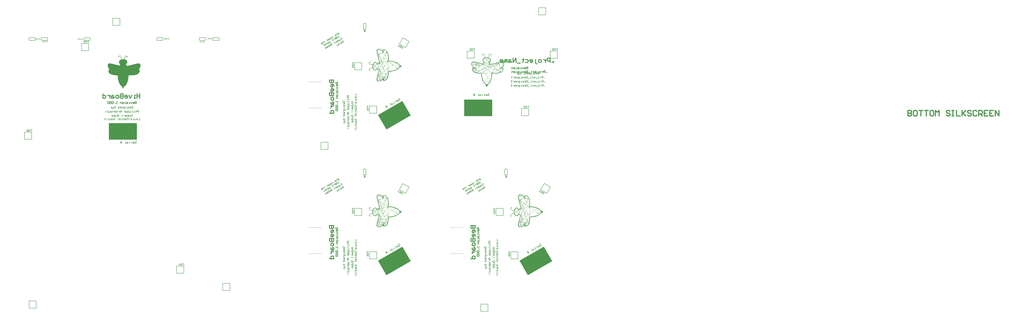
<source format=gbo>
G04*
G04 #@! TF.GenerationSoftware,Altium Limited,Altium Designer,21.2.2 (38)*
G04*
G04 Layer_Color=32896*
%FSLAX25Y25*%
%MOIN*%
G70*
G04*
G04 #@! TF.SameCoordinates,0448F7F8-B58B-4B03-AB27-B3033358FA6D*
G04*
G04*
G04 #@! TF.FilePolarity,Positive*
G04*
G01*
G75*
%ADD11C,0.02000*%
%ADD20C,0.00600*%
%ADD24C,0.00800*%
%ADD88C,0.00500*%
%ADD277C,0.00394*%
%ADD279C,0.00787*%
%ADD281C,0.00472*%
%ADD283C,0.01575*%
%ADD541C,0.00900*%
G04:AMPARAMS|DCode=542|XSize=508.59mil|YSize=303.27mil|CornerRadius=0mil|HoleSize=0mil|Usage=FLASHONLY|Rotation=210.000|XOffset=0mil|YOffset=0mil|HoleType=Round|Shape=Rectangle|*
%AMROTATEDRECTD542*
4,1,4,0.14441,0.25847,0.29604,-0.00417,-0.14441,-0.25847,-0.29604,0.00417,0.14441,0.25847,0.0*
%
%ADD542ROTATEDRECTD542*%

%ADD543R,0.50859X0.30327*%
%ADD544R,0.50859X0.30327*%
G36*
X907605Y500241D02*
X907741Y500187D01*
X907878Y500132D01*
X908069Y500023D01*
X908261Y499886D01*
X908452Y499695D01*
X908671Y499449D01*
X908862Y499148D01*
X909081Y498765D01*
X909300Y498328D01*
X909491Y497808D01*
X909682Y497179D01*
X909874Y496496D01*
X910010Y495676D01*
Y495648D01*
Y495594D01*
X910038Y495512D01*
Y495375D01*
X910092Y495074D01*
X910120Y494691D01*
X910174Y494281D01*
X910229Y493899D01*
X910284Y493571D01*
X910311Y493434D01*
X910338Y493324D01*
X910366D01*
X910393Y493352D01*
X910475D01*
X910585Y493379D01*
X910858Y493434D01*
X911213Y493489D01*
X911623Y493543D01*
X912061Y493598D01*
X912553Y493652D01*
X913428D01*
X913537Y493625D01*
X913865Y493598D01*
X914248Y493598D01*
X914631Y493571D01*
X915014Y493543D01*
X915314Y493516D01*
X915533D01*
Y493543D01*
Y493598D01*
X915560Y493680D01*
Y493789D01*
X915588Y493953D01*
X915615Y494117D01*
X915670Y494527D01*
X915752Y495019D01*
X915834Y495566D01*
X915971Y496168D01*
X916107Y496769D01*
X916271Y497371D01*
X916463Y497972D01*
X916681Y498519D01*
X916955Y499011D01*
X917228Y499421D01*
X917365Y499585D01*
X917529Y499749D01*
X917693Y499859D01*
X917857Y499941D01*
X918048Y499995D01*
X918240Y500023D01*
X918294D01*
X918404Y499995D01*
X918622Y499968D01*
X918896Y499859D01*
X919224Y499722D01*
X919579Y499503D01*
X919989Y499202D01*
X920181Y499011D01*
X920400Y498792D01*
X920564D01*
X920728Y498765D01*
X920919Y498710D01*
X921083Y498601D01*
X921247Y498492D01*
X921356Y498300D01*
X921411Y498054D01*
Y497972D01*
Y497945D01*
X921384Y497863D01*
X921356Y497726D01*
X921274Y497617D01*
X921192Y497480D01*
X921056Y497343D01*
X920892Y497261D01*
X920673Y497234D01*
X920509D01*
X920427Y497261D01*
X920290Y497316D01*
X920181Y497371D01*
X920044Y497480D01*
X919907Y497617D01*
X919825Y497781D01*
X919798Y497972D01*
Y498054D01*
Y498082D01*
X919825Y498191D01*
X919853Y498300D01*
X919935Y498464D01*
X919880Y498519D01*
X919771Y498628D01*
X919579Y498792D01*
X919361Y498984D01*
X919142Y499148D01*
X918896Y499312D01*
X918650Y499421D01*
X918458Y499476D01*
X918185D01*
X918103Y499449D01*
X917994Y499367D01*
X917857Y499285D01*
X917720Y499148D01*
X917556Y498956D01*
X917392Y498710D01*
X917201Y498355D01*
X917037Y497945D01*
X916845Y497453D01*
X916763Y497152D01*
X916681Y496851D01*
X916599Y496496D01*
X916490Y496140D01*
X916435Y495730D01*
X916353Y495293D01*
X916271Y494828D01*
X916217Y494336D01*
X916135Y493817D01*
X916080Y493242D01*
X916107D01*
X916135Y493215D01*
X916271Y493160D01*
X916517Y493078D01*
X916818Y492942D01*
X917173Y492805D01*
X917556Y492586D01*
X917994Y492368D01*
X918431Y492094D01*
X918841Y491766D01*
X919279Y491411D01*
X919661Y491028D01*
X920017Y490618D01*
X920318Y490153D01*
X920564Y489661D01*
X920700Y489114D01*
X920755Y488841D01*
Y488540D01*
Y488513D01*
Y488458D01*
X920728Y488348D01*
Y488184D01*
X920673Y488021D01*
X920618Y487802D01*
X920536Y487556D01*
X920427Y487282D01*
X920290Y487009D01*
X920126Y486708D01*
X919907Y486380D01*
X919661Y486052D01*
X919388Y485724D01*
X919033Y485368D01*
X918650Y485013D01*
X918185Y484685D01*
Y484466D01*
X919661Y482252D01*
X919825D01*
X919989Y482197D01*
X920181Y482142D01*
X920400Y482060D01*
X920618Y481896D01*
X920837Y481705D01*
X921028Y481431D01*
X921083D01*
X921247Y481486D01*
X921521Y481541D01*
X921876Y481623D01*
X922341Y481705D01*
X922888Y481842D01*
X923544Y481978D01*
X924282Y482170D01*
X925102Y482361D01*
X926004Y482580D01*
X926961Y482826D01*
X928000Y483099D01*
X929121Y483373D01*
X930297Y483701D01*
X931527Y484056D01*
X932839Y484412D01*
X932867Y484439D01*
X932921Y484521D01*
X933003Y484658D01*
X933140Y484794D01*
X933304Y484904D01*
X933496Y485040D01*
X933714Y485122D01*
X933988Y485150D01*
X934070D01*
X934152Y485122D01*
X934261Y485095D01*
X934398Y485040D01*
X934589Y484958D01*
X934808Y484876D01*
X934863D01*
X934999Y484931D01*
X935245Y484986D01*
X935573Y485040D01*
X935929Y485122D01*
X936366Y485232D01*
X936858Y485314D01*
X937378Y485423D01*
X938444Y485614D01*
X939538Y485806D01*
X940084Y485861D01*
X940576Y485915D01*
X941014Y485970D01*
X941561D01*
X941698Y485943D01*
X941916Y485915D01*
X942135Y485861D01*
X942408Y485806D01*
X942682Y485697D01*
X942982Y485587D01*
X943256Y485396D01*
X943529Y485204D01*
X943803Y484931D01*
X944021Y484630D01*
X944240Y484275D01*
X944377Y483837D01*
X944486Y483345D01*
X944514Y482798D01*
Y481705D01*
Y481678D01*
Y481541D01*
X944486Y481350D01*
X944459Y481076D01*
X944404Y480748D01*
X944322Y480365D01*
X944213Y479928D01*
X944049Y479463D01*
X943857Y478916D01*
X943639Y478369D01*
X943338Y477768D01*
X942982Y477139D01*
X942572Y476483D01*
X942080Y475827D01*
X941506Y475171D01*
X940877Y474487D01*
X941096D01*
X941260Y474460D01*
X941451D01*
X941670Y474433D01*
X942135Y474323D01*
X942572Y474186D01*
X942791Y474077D01*
X942982Y473940D01*
X943147Y473804D01*
X943256Y473640D01*
X943338Y473421D01*
X943365Y473202D01*
Y472792D01*
Y472765D01*
Y472737D01*
Y472655D01*
X943338Y472546D01*
Y472382D01*
X943311Y472218D01*
X943229Y471835D01*
X943119Y471343D01*
X942928Y470796D01*
X942654Y470222D01*
X942326Y469566D01*
X942108Y469238D01*
X941889Y468910D01*
X941615Y468582D01*
X941315Y468254D01*
X941014Y467926D01*
X940659Y467597D01*
X940248Y467269D01*
X939838Y466969D01*
X939374Y466668D01*
X938881Y466367D01*
X938335Y466094D01*
X937761Y465820D01*
X937132Y465574D01*
X936476Y465356D01*
X935765Y465137D01*
X934999Y464946D01*
X934972D01*
X934835Y464918D01*
X934671Y464891D01*
X934425Y464863D01*
X934124Y464809D01*
X933769Y464754D01*
X933359Y464699D01*
X932921Y464645D01*
X932457Y464590D01*
X931964Y464535D01*
X930925Y464426D01*
X929832Y464371D01*
X928793Y464344D01*
X927453D01*
X927098Y464371D01*
X926278D01*
X925403Y464399D01*
X924446Y464426D01*
X923516Y464481D01*
X922970Y463660D01*
Y463633D01*
Y463579D01*
Y463496D01*
Y463360D01*
Y463168D01*
X922942Y462977D01*
Y462731D01*
X922915Y462458D01*
Y462184D01*
X922888Y461829D01*
X922833Y461473D01*
X922806Y461091D01*
X922723Y460243D01*
X922587Y459313D01*
X922423Y458275D01*
X922204Y457181D01*
X921958Y456005D01*
X921657Y454775D01*
X921302Y453490D01*
X920892Y452178D01*
X920427Y450838D01*
X919880Y449471D01*
Y449444D01*
X919853Y449416D01*
X919798Y449334D01*
X919744Y449225D01*
X919579Y448952D01*
X919361Y448596D01*
X919060Y448159D01*
X918732Y447694D01*
X918349Y447202D01*
X917912Y446682D01*
X917420Y446136D01*
X916900Y445644D01*
X916353Y445179D01*
X915752Y444741D01*
X915123Y444386D01*
X914467Y444112D01*
X914139Y444003D01*
X913811Y443921D01*
X913455Y443894D01*
X913100Y443866D01*
X913045D01*
X912908Y443894D01*
X912662Y443921D01*
X912362Y444003D01*
X911952Y444112D01*
X911514Y444304D01*
X911022Y444550D01*
X910475Y444878D01*
X909874Y445288D01*
X909573Y445561D01*
X909272Y445835D01*
X908944Y446136D01*
X908643Y446491D01*
X908315Y446846D01*
X907987Y447257D01*
X907659Y447694D01*
X907331Y448186D01*
X907030Y448705D01*
X906702Y449252D01*
X906374Y449854D01*
X906073Y450483D01*
X905773Y451166D01*
X905472Y451904D01*
Y451932D01*
X905445Y451986D01*
X905390Y452096D01*
X905335Y452232D01*
X905281Y452451D01*
X905199Y452697D01*
X905089Y453025D01*
X904980Y453381D01*
X904843Y453818D01*
X904734Y454338D01*
X904570Y454912D01*
X904433Y455541D01*
X904269Y456279D01*
X904078Y457072D01*
X903914Y457974D01*
X903722Y458931D01*
Y458985D01*
X903695Y459095D01*
Y459286D01*
X903668Y459559D01*
X903640Y459860D01*
X903613Y460216D01*
X903531Y460954D01*
X903449Y461719D01*
X903421Y462102D01*
X903367Y462430D01*
X903339Y462731D01*
X903312Y462977D01*
X903285Y463141D01*
X903257Y463250D01*
X903230D01*
X903148Y463278D01*
X903039Y463305D01*
X902902Y463387D01*
X902738Y463524D01*
X902519Y463715D01*
X902328Y463989D01*
X902109Y464344D01*
X900496D01*
X900223Y464371D01*
X899867D01*
X899485Y464399D01*
X899074Y464426D01*
X898610Y464481D01*
X898090Y464535D01*
X897571Y464590D01*
X896997Y464645D01*
X895766Y464836D01*
X894481Y465082D01*
X894427D01*
X894317Y465055D01*
X894153Y465028D01*
X893989D01*
X893962Y465055D01*
X893880Y465082D01*
X893743Y465164D01*
X893552Y465246D01*
X893278Y465356D01*
X892896Y465492D01*
X892458Y465656D01*
X891911Y465820D01*
X891884D01*
X891857Y465848D01*
X891775Y465875D01*
X891693Y465930D01*
X891419Y466066D01*
X891091Y466258D01*
X890681Y466504D01*
X890216Y466777D01*
X889752Y467133D01*
X889259Y467543D01*
X888740Y468008D01*
X888275Y468527D01*
X887810Y469101D01*
X887428Y469730D01*
X887072Y470441D01*
X886799Y471179D01*
X886717Y471562D01*
X886635Y471972D01*
X886607Y472409D01*
X886580Y472847D01*
Y473202D01*
Y473230D01*
Y473257D01*
X886607Y473394D01*
X886717Y473612D01*
X886799Y473722D01*
X886881Y473858D01*
X887018Y473968D01*
X887181Y474077D01*
X887400Y474186D01*
X887619Y474296D01*
X887920Y474378D01*
X888248Y474433D01*
X888631Y474487D01*
X889068D01*
X889041Y474514D01*
X888904Y474651D01*
X888740Y474843D01*
X888494Y475089D01*
X888220Y475417D01*
X887920Y475800D01*
X887592Y476237D01*
X887264Y476729D01*
X886908Y477276D01*
X886580Y477850D01*
X886279Y478479D01*
X886006Y479135D01*
X885760Y479818D01*
X885596Y480529D01*
X885486Y481267D01*
X885432Y482033D01*
Y482443D01*
Y482470D01*
Y482607D01*
X885459Y482771D01*
X885486Y482990D01*
X885514Y483263D01*
X885569Y483564D01*
X885678Y483892D01*
X885787Y484220D01*
X885924Y484548D01*
X886115Y484849D01*
X886361Y485150D01*
X886607Y485423D01*
X886936Y485642D01*
X887318Y485806D01*
X887756Y485943D01*
X888248Y485970D01*
X888877D01*
X889041Y485943D01*
X889232D01*
X889478Y485915D01*
X889752Y485888D01*
X890080Y485833D01*
X890462Y485779D01*
X890900Y485724D01*
X891365Y485642D01*
X891911Y485560D01*
X892486Y485451D01*
X893142Y485341D01*
X893853Y485204D01*
Y485232D01*
X893880Y485287D01*
X893935Y485314D01*
X894016Y485368D01*
X894153Y485423D01*
X894317Y485505D01*
X894536Y485560D01*
X894973D01*
X895055Y485533D01*
X895165Y485505D01*
X895302Y485451D01*
X895493Y485314D01*
X895684Y485150D01*
X895876Y484931D01*
X896094Y484603D01*
X905554Y482170D01*
X905581Y482197D01*
X905636Y482224D01*
X905718Y482279D01*
X905827Y482361D01*
X906073Y482470D01*
X906183Y482498D01*
X906292Y482525D01*
X906839D01*
X907987Y484275D01*
Y484302D01*
Y484384D01*
X907933Y484521D01*
X907878Y484685D01*
X907796Y484876D01*
X907632Y485068D01*
X907440Y485259D01*
X907167Y485423D01*
X907140Y485451D01*
X907112Y485505D01*
X907030Y485587D01*
X906921Y485697D01*
X906675Y485970D01*
X906402Y486353D01*
X906101Y486818D01*
X905855Y487282D01*
X905745Y487556D01*
X905663Y487802D01*
X905636Y488075D01*
X905609Y488321D01*
Y488786D01*
Y488813D01*
Y488895D01*
X905636Y489032D01*
X905663Y489196D01*
X905718Y489415D01*
X905800Y489661D01*
X905909Y489934D01*
X906073Y490235D01*
X906265Y490563D01*
X906511Y490918D01*
X906812Y491247D01*
X907167Y491602D01*
X907605Y491957D01*
X908097Y492313D01*
X908671Y492668D01*
X909327Y492996D01*
X909354D01*
X909409Y493024D01*
X909546Y493051D01*
X909737Y493133D01*
Y493160D01*
Y493188D01*
X909710Y493352D01*
X909682Y493598D01*
X909655Y493926D01*
X909600Y494336D01*
X909546Y494773D01*
X909464Y495266D01*
X909382Y495758D01*
X909190Y496797D01*
X909081Y497289D01*
X908972Y497753D01*
X908835Y498191D01*
X908698Y498546D01*
X908561Y498847D01*
X908397Y499066D01*
X908370Y499093D01*
X908343Y499148D01*
X908261Y499230D01*
X908151Y499339D01*
X907878Y499558D01*
X907687Y499667D01*
X907495Y499749D01*
X907468D01*
X907331Y499695D01*
X907167Y499640D01*
X906976Y499531D01*
X906757Y499421D01*
X906538Y499257D01*
X906320Y499093D01*
X906155Y498874D01*
Y498847D01*
X906210Y498820D01*
X906292Y498656D01*
X906374Y498437D01*
X906429Y498246D01*
Y498218D01*
Y498164D01*
X906402Y498082D01*
X906347Y497972D01*
X906238Y497863D01*
X906128Y497726D01*
X905937Y497617D01*
X905691Y497507D01*
X905663D01*
X905554Y497535D01*
X905445Y497589D01*
X905281Y497672D01*
X905144Y497753D01*
X905007Y497890D01*
X904898Y498054D01*
X904871Y498246D01*
Y498328D01*
Y498355D01*
X904898Y498437D01*
X904953Y498574D01*
X905007Y498710D01*
X905117Y498820D01*
X905253Y498956D01*
X905417Y499039D01*
X905609Y499066D01*
X905636Y499093D01*
X905691Y499202D01*
X905827Y499339D01*
X906019Y499531D01*
X906265Y499722D01*
X906566Y499913D01*
X906976Y500105D01*
X907440Y500269D01*
X907522D01*
X907605Y500241D01*
D02*
G37*
G36*
X249745Y496941D02*
X249882Y496886D01*
X250046Y496777D01*
X250265Y496640D01*
X250483Y496422D01*
X250702Y496148D01*
X250948Y495793D01*
X251167Y495355D01*
X251413Y494808D01*
X251522Y494480D01*
X251632Y494152D01*
X251741Y493770D01*
X251823Y493387D01*
X251933Y492949D01*
X252014Y492485D01*
X252097Y491965D01*
X252179Y491446D01*
X252233Y490844D01*
X252288Y490243D01*
Y490106D01*
X252343D01*
X252370Y490079D01*
Y490051D01*
X252425Y490079D01*
X252561Y490106D01*
X252780Y490161D01*
X253081Y490215D01*
X253409Y490270D01*
X253792Y490325D01*
X254174Y490379D01*
X255951D01*
X256198Y490352D01*
X256471Y490325D01*
X256799Y490297D01*
X257483Y490188D01*
X257510Y490215D01*
X257537Y490270D01*
X257565Y490325D01*
Y490379D01*
Y490407D01*
Y490516D01*
Y490653D01*
X257592Y490872D01*
X257619Y491118D01*
X257647Y491418D01*
X257674Y491774D01*
X257729Y492129D01*
X257811Y492539D01*
X257893Y492977D01*
X258139Y493934D01*
X258275Y494426D01*
X258467Y494918D01*
X258658Y495410D01*
X258904Y495929D01*
X258932Y495957D01*
X259014Y496066D01*
X259150Y496203D01*
X259287Y496340D01*
X259478Y496504D01*
X259670Y496613D01*
X259861Y496722D01*
X260052Y496750D01*
X260572D01*
X260654Y496722D01*
X260818Y496695D01*
X261009Y496613D01*
X261283Y496476D01*
X261611Y496257D01*
X262021Y495984D01*
X262486Y495601D01*
X262650D01*
X262787Y495574D01*
X262978Y495519D01*
X263142Y495410D01*
X263306Y495273D01*
X263415Y495082D01*
X263443Y494836D01*
Y494644D01*
Y494617D01*
Y494535D01*
X263388Y494398D01*
X263333Y494289D01*
X263224Y494152D01*
X263087Y494016D01*
X262868Y493934D01*
X262568Y493906D01*
X262540D01*
X262458Y493961D01*
X262322Y494016D01*
X262212Y494070D01*
X262076Y494180D01*
X261939Y494316D01*
X261857Y494453D01*
X261830Y494644D01*
Y494781D01*
X261884Y495246D01*
X261857Y495273D01*
X261748Y495383D01*
X261556Y495519D01*
X261365Y495683D01*
X261119Y495847D01*
X260873Y495984D01*
X260627Y496094D01*
X260408Y496121D01*
X260216D01*
X260135Y496094D01*
X260025Y496039D01*
X259889Y495929D01*
X259752Y495793D01*
X259588Y495629D01*
X259424Y495383D01*
X259260Y495055D01*
X259096Y494644D01*
X258904Y494180D01*
X258740Y493578D01*
X258658Y493250D01*
X258576Y492895D01*
X258494Y492512D01*
X258412Y492102D01*
X258357Y491637D01*
X258275Y491172D01*
X258221Y490653D01*
X258166Y490106D01*
Y490079D01*
Y490051D01*
X258193Y489997D01*
X258248Y489969D01*
X258275D01*
X258357Y489942D01*
X258494Y489887D01*
X258658Y489833D01*
X258850Y489751D01*
X259096Y489669D01*
X259615Y489423D01*
X260216Y489122D01*
X260818Y488712D01*
X261392Y488247D01*
X261638Y487973D01*
X261884Y487673D01*
X261912Y487618D01*
X262021Y487481D01*
X262158Y487290D01*
X262322Y486989D01*
X262486Y486661D01*
X262622Y486278D01*
X262732Y485841D01*
X262759Y485376D01*
Y485349D01*
Y485267D01*
X262732Y485157D01*
Y484994D01*
X262677Y484802D01*
X262622Y484556D01*
X262540Y484310D01*
X262458Y484009D01*
X262322Y483708D01*
X262158Y483408D01*
X261939Y483080D01*
X261720Y482752D01*
X261420Y482423D01*
X261091Y482095D01*
X260709Y481767D01*
X260271Y481467D01*
X260189Y481193D01*
X260216Y481139D01*
X260353Y481002D01*
X260517Y480756D01*
X260736Y480428D01*
X261009Y480018D01*
X261337Y479553D01*
X261666Y479006D01*
X262021Y478377D01*
X262076Y478323D01*
X262185Y478240D01*
X262322Y478158D01*
X262431Y478104D01*
X262513D01*
X262622Y478131D01*
X262814Y478158D01*
X262950Y478186D01*
X263115Y478213D01*
X263306Y478268D01*
X263552Y478323D01*
X263798Y478377D01*
X264099Y478432D01*
X264454Y478514D01*
X264837Y478596D01*
X265247Y478705D01*
X265712Y478815D01*
X266259Y478924D01*
X266833Y479061D01*
X267462Y479225D01*
X268145Y479389D01*
X268883Y479580D01*
X269704Y479772D01*
X270578Y479990D01*
X271508Y480236D01*
X272519Y480482D01*
X273613Y480756D01*
X274761Y481056D01*
X275992Y481385D01*
X277304Y481713D01*
X278698Y482068D01*
X278726D01*
X278835Y482095D01*
X278972Y482123D01*
X279163Y482177D01*
X279409Y482205D01*
X279683Y482260D01*
X280011Y482314D01*
X280339Y482396D01*
X281077Y482506D01*
X281842Y482587D01*
X282581Y482669D01*
X283292Y482697D01*
X283784D01*
X283948Y482669D01*
X284139Y482642D01*
X284358Y482587D01*
X284823Y482478D01*
X285315Y482260D01*
X285561Y482095D01*
X285779Y481931D01*
X285971Y481713D01*
X286162Y481467D01*
X286299Y481193D01*
X286408Y480865D01*
Y480838D01*
Y480810D01*
X286436Y480646D01*
X286463Y480400D01*
X286518Y480100D01*
X286572Y479443D01*
X286600Y479143D01*
Y478897D01*
Y478842D01*
Y478705D01*
X286572Y478486D01*
X286545Y478186D01*
X286490Y477803D01*
X286408Y477393D01*
X286299Y476901D01*
X286135Y476354D01*
X285944Y475780D01*
X285725Y475178D01*
X285424Y474522D01*
X285069Y473893D01*
X284659Y473210D01*
X284166Y472554D01*
X283592Y471870D01*
X282963Y471214D01*
X283237D01*
X283401Y471187D01*
X283592Y471159D01*
X283784Y471132D01*
X284248Y471023D01*
X284686Y470831D01*
X284877Y470722D01*
X285069Y470558D01*
X285233Y470367D01*
X285342Y470175D01*
X285424Y469929D01*
X285451Y469656D01*
Y469628D01*
Y469574D01*
Y469492D01*
X285424Y469355D01*
Y469191D01*
X285369Y468999D01*
X285287Y468562D01*
X285123Y468015D01*
X284877Y467386D01*
X284740Y467058D01*
X284549Y466703D01*
X284358Y466348D01*
X284112Y465992D01*
X283866Y465637D01*
X283565Y465281D01*
X283209Y464926D01*
X282854Y464543D01*
X282444Y464188D01*
X281979Y463860D01*
X281487Y463504D01*
X280968Y463176D01*
X280366Y462875D01*
X279737Y462575D01*
X279054Y462301D01*
X278316Y462028D01*
X277523Y461809D01*
X276675Y461590D01*
X275746Y461426D01*
X274789Y461262D01*
X274707D01*
X274597Y461235D01*
X274433D01*
X274269Y461208D01*
X274051D01*
X273558Y461180D01*
X272957Y461126D01*
X272356Y461098D01*
X271699Y461071D01*
X267653D01*
X267380Y461098D01*
X265985D01*
X265138Y461126D01*
X265001Y460934D01*
Y460743D01*
Y460715D01*
Y460688D01*
Y460524D01*
X265028Y460360D01*
Y460305D01*
X265056Y460251D01*
Y460196D01*
Y460059D01*
Y459841D01*
X265028Y459540D01*
X265001Y459130D01*
X264974Y458665D01*
X264919Y458091D01*
X264837Y457462D01*
X264755Y456751D01*
X264618Y455931D01*
X264482Y455084D01*
X264317Y454127D01*
X264126Y453115D01*
X263880Y452021D01*
X263607Y450873D01*
X263306Y449643D01*
Y449615D01*
X263251Y449479D01*
X263197Y449315D01*
X263087Y449069D01*
X262978Y448768D01*
X262841Y448440D01*
X262677Y448057D01*
X262513Y447647D01*
X262103Y446745D01*
X261638Y445788D01*
X261119Y444804D01*
X260545Y443901D01*
X260517Y443874D01*
X260435Y443765D01*
X260299Y443601D01*
X260107Y443382D01*
X259861Y443136D01*
X259588Y442863D01*
X259287Y442562D01*
X258959Y442261D01*
X258576Y441933D01*
X258166Y441632D01*
X257756Y441359D01*
X257318Y441113D01*
X256854Y440894D01*
X256389Y440730D01*
X255924Y440621D01*
X255459Y440593D01*
X254803D01*
X254694Y440621D01*
X254503Y440648D01*
X254229Y440703D01*
X253901Y440812D01*
X253518Y440949D01*
X253081Y441167D01*
X252616Y441441D01*
X252097Y441796D01*
X251550Y442234D01*
X250976Y442780D01*
X250675Y443081D01*
X250374Y443409D01*
X250073Y443792D01*
X249773Y444175D01*
X249472Y444612D01*
X249171Y445077D01*
X248870Y445569D01*
X248570Y446116D01*
X248269Y446690D01*
X247968Y447292D01*
Y447319D01*
X247941Y447346D01*
X247914Y447428D01*
X247886Y447538D01*
X247777Y447811D01*
X247640Y448167D01*
X247503Y448604D01*
X247339Y449096D01*
X247148Y449615D01*
X246957Y450162D01*
X246574Y451283D01*
X246410Y451830D01*
X246273Y452350D01*
X246136Y452814D01*
X246027Y453224D01*
X245972Y453525D01*
X245945Y453771D01*
X245344Y459786D01*
Y460934D01*
X245316D01*
X245262Y460962D01*
X245097Y460989D01*
X244879Y461016D01*
X244797Y461044D01*
X244715Y461071D01*
X244387Y461016D01*
X244305D01*
X244113Y461071D01*
X244031D01*
X243840Y461016D01*
X243348D01*
X243102Y461044D01*
X242774D01*
X242445Y461071D01*
X242035Y461098D01*
X241598Y461126D01*
X241133Y461180D01*
X240641Y461235D01*
X240122Y461290D01*
X239001Y461454D01*
X237825Y461645D01*
X236622Y461918D01*
X235392Y462274D01*
X234189Y462684D01*
X233013Y463176D01*
X231947Y463750D01*
X231428Y464078D01*
X230963Y464434D01*
X230498Y464817D01*
X230088Y465227D01*
X229732Y465664D01*
X229404Y466129D01*
Y466156D01*
X229377Y466211D01*
X229322Y466293D01*
X229268Y466402D01*
X229213Y466539D01*
X229131Y466730D01*
X229049Y466922D01*
X228967Y467168D01*
X228803Y467687D01*
X228666Y468316D01*
X228557Y469027D01*
X228530Y469792D01*
Y469820D01*
Y469847D01*
X228557Y470011D01*
X228666Y470230D01*
X228721Y470366D01*
X228830Y470503D01*
X228940Y470640D01*
X229104Y470777D01*
X229295Y470886D01*
X229514Y470995D01*
X229787Y471077D01*
X230115Y471159D01*
X230471Y471187D01*
X230881Y471214D01*
X231017D01*
X230990Y471241D01*
X230853Y471378D01*
X230689Y471569D01*
X230443Y471816D01*
X230170Y472144D01*
X229869Y472526D01*
X229541Y472991D01*
X229213Y473483D01*
X228857Y474030D01*
X228530Y474632D01*
X228229Y475260D01*
X227955Y475944D01*
X227709Y476655D01*
X227545Y477393D01*
X227436Y478186D01*
X227381Y478979D01*
Y479006D01*
Y479088D01*
Y479225D01*
X227409Y479389D01*
Y479580D01*
X227436Y479826D01*
X227545Y480346D01*
X227682Y480892D01*
X227901Y481467D01*
X228201Y481959D01*
X228365Y482177D01*
X228584Y482341D01*
X228639Y482369D01*
X228748Y482396D01*
X228940Y482451D01*
X229158Y482533D01*
X229432Y482587D01*
X229760Y482642D01*
X230088Y482669D01*
X230416Y482697D01*
X230990D01*
X231181Y482669D01*
X231509Y482642D01*
X231701Y482615D01*
X231920Y482587D01*
X232166Y482560D01*
X232439Y482506D01*
X232767Y482478D01*
X233095Y482423D01*
X233478Y482341D01*
X233888Y482287D01*
X234326Y482177D01*
X234818Y482095D01*
X235337Y481986D01*
X235911Y481877D01*
X236513Y481740D01*
X237142Y481603D01*
X237825Y481439D01*
X238536Y481275D01*
X239301Y481084D01*
X240122Y480892D01*
X240969Y480674D01*
X241899Y480428D01*
X242828Y480182D01*
X243840Y479908D01*
X244906Y479607D01*
X246000Y479307D01*
X246027D01*
X246109Y479279D01*
X246218Y479252D01*
X246355Y479225D01*
X246547Y479170D01*
X246738Y479115D01*
X247175Y479006D01*
X247613Y478897D01*
X248023Y478787D01*
X248214Y478760D01*
X248351Y478733D01*
X248460Y478705D01*
X248515D01*
X250128Y481275D01*
Y481467D01*
X250101Y481494D01*
X250019Y481549D01*
X249882Y481631D01*
X249718Y481740D01*
X249527Y481904D01*
X249308Y482095D01*
X249089Y482314D01*
X248843Y482560D01*
X248378Y483107D01*
X248160Y483435D01*
X247968Y483790D01*
X247804Y484146D01*
X247668Y484529D01*
X247585Y484939D01*
X247558Y485376D01*
Y485403D01*
Y485486D01*
X247585Y485650D01*
X247613Y485841D01*
X247695Y486060D01*
X247777Y486333D01*
X247914Y486634D01*
X248078Y486962D01*
X248296Y487317D01*
X248570Y487700D01*
X248898Y488056D01*
X249308Y488438D01*
X249773Y488821D01*
X250320Y489204D01*
X250948Y489559D01*
X251687Y489915D01*
Y489942D01*
Y489997D01*
Y490079D01*
X251659Y490188D01*
Y490325D01*
X251632Y490489D01*
X251577Y490899D01*
X251522Y491364D01*
X251440Y491883D01*
X251358Y492457D01*
X251249Y493031D01*
X251112Y493633D01*
X250948Y494207D01*
X250784Y494754D01*
X250593Y495246D01*
X250347Y495683D01*
X250101Y496039D01*
X249964Y496175D01*
X249827Y496285D01*
X249691Y496340D01*
X249527Y496394D01*
X249363D01*
X249253Y496367D01*
X249116Y496285D01*
X248925Y496203D01*
X248734Y496066D01*
X248488Y495875D01*
X248242Y495601D01*
Y495574D01*
X248269Y495547D01*
X248351Y495410D01*
X248406Y495219D01*
X248433Y495055D01*
Y494973D01*
Y494945D01*
X248406Y494863D01*
X248378Y494727D01*
X248296Y494617D01*
X248214Y494480D01*
X248078Y494344D01*
X247914Y494262D01*
X247695Y494234D01*
X247668D01*
X247585Y494262D01*
X247449Y494289D01*
X247312Y494344D01*
X247148Y494426D01*
X247039Y494562D01*
X246929Y494727D01*
X246902Y494918D01*
Y495109D01*
Y495137D01*
Y495191D01*
X246957Y495273D01*
X247011Y495410D01*
X247093Y495519D01*
X247230Y495656D01*
X247421Y495793D01*
X247695Y495929D01*
X247722Y495984D01*
X247859Y496094D01*
X248023Y496257D01*
X248242Y496476D01*
X248515Y496668D01*
X248843Y496832D01*
X249171Y496941D01*
X249527Y496996D01*
X249636D01*
X249745Y496941D01*
D02*
G37*
G36*
X718595Y508991D02*
X718868Y508964D01*
X719196Y508909D01*
X719579Y508827D01*
X720016Y508718D01*
X720481Y508554D01*
X721028Y508362D01*
X721575Y508144D01*
X722176Y507843D01*
X722805Y507487D01*
X723461Y507077D01*
X724117Y506585D01*
X724773Y506011D01*
X725457Y505382D01*
Y505601D01*
X725484Y505765D01*
Y505956D01*
X725512Y506175D01*
X725621Y506640D01*
X725758Y507077D01*
X725867Y507296D01*
X726004Y507487D01*
X726140Y507652D01*
X726304Y507761D01*
X726523Y507843D01*
X726742Y507870D01*
X727289D01*
X727398Y507843D01*
X727562D01*
X727726Y507816D01*
X728109Y507733D01*
X728601Y507624D01*
X729148Y507433D01*
X729722Y507159D01*
X730378Y506831D01*
X730706Y506613D01*
X731034Y506394D01*
X731362Y506120D01*
X731690Y505820D01*
X732019Y505519D01*
X732347Y505163D01*
X732675Y504753D01*
X732975Y504343D01*
X733276Y503879D01*
X733577Y503386D01*
X733850Y502840D01*
X734124Y502266D01*
X734370Y501637D01*
X734588Y500981D01*
X734807Y500270D01*
X734999Y499504D01*
Y499477D01*
X735026Y499340D01*
X735053Y499176D01*
X735081Y498930D01*
X735135Y498629D01*
X735190Y498274D01*
X735245Y497864D01*
X735299Y497426D01*
X735354Y496961D01*
X735409Y496469D01*
X735518Y495431D01*
X735573Y494337D01*
X735600Y493298D01*
Y491958D01*
X735573Y491603D01*
Y490783D01*
X735545Y489908D01*
X735518Y488951D01*
X735463Y488021D01*
X736284Y487475D01*
X736776D01*
X736967Y487447D01*
X737213D01*
X737487Y487420D01*
X737760D01*
X738115Y487393D01*
X738471Y487338D01*
X738854Y487311D01*
X739701Y487228D01*
X740631Y487092D01*
X741670Y486928D01*
X742763Y486709D01*
X743939Y486463D01*
X745169Y486162D01*
X746454Y485807D01*
X747766Y485397D01*
X749106Y484932D01*
X750473Y484385D01*
X750500D01*
X750528Y484358D01*
X750610Y484303D01*
X750719Y484248D01*
X750992Y484084D01*
X751348Y483866D01*
X751785Y483565D01*
X752250Y483237D01*
X752742Y482854D01*
X753262Y482417D01*
X753808Y481924D01*
X754301Y481405D01*
X754765Y480858D01*
X755203Y480257D01*
X755558Y479628D01*
X755832Y478972D01*
X755941Y478644D01*
X756023Y478316D01*
X756050Y477960D01*
X756078Y477605D01*
Y477550D01*
X756050Y477413D01*
X756023Y477167D01*
X755941Y476867D01*
X755832Y476456D01*
X755640Y476019D01*
X755394Y475527D01*
X755066Y474980D01*
X754656Y474379D01*
X754383Y474078D01*
X754109Y473777D01*
X753808Y473449D01*
X753453Y473148D01*
X753098Y472820D01*
X752688Y472492D01*
X752250Y472164D01*
X751758Y471836D01*
X751239Y471535D01*
X750692Y471207D01*
X750090Y470879D01*
X749462Y470578D01*
X748778Y470278D01*
X748040Y469977D01*
X748012D01*
X747958Y469950D01*
X747848Y469895D01*
X747712Y469840D01*
X747493Y469786D01*
X747247Y469704D01*
X746919Y469594D01*
X746563Y469485D01*
X746126Y469348D01*
X745607Y469239D01*
X745032Y469075D01*
X744404Y468938D01*
X743665Y468774D01*
X742872Y468583D01*
X741970Y468419D01*
X741013Y468227D01*
X740959D01*
X740849Y468200D01*
X740658D01*
X740385Y468173D01*
X740084Y468145D01*
X739728Y468118D01*
X738990Y468036D01*
X738225Y467954D01*
X737842Y467927D01*
X737514Y467872D01*
X737213Y467844D01*
X736967Y467817D01*
X736803Y467790D01*
X736694Y467762D01*
Y467735D01*
X736666Y467653D01*
X736639Y467544D01*
X736557Y467407D01*
X736420Y467243D01*
X736229Y467024D01*
X735955Y466833D01*
X735600Y466614D01*
Y465001D01*
X735573Y464728D01*
Y464372D01*
X735545Y463989D01*
X735518Y463579D01*
X735463Y463115D01*
X735409Y462595D01*
X735354Y462076D01*
X735299Y461502D01*
X735108Y460271D01*
X734862Y458986D01*
Y458932D01*
X734889Y458822D01*
X734917Y458658D01*
Y458494D01*
X734889Y458467D01*
X734862Y458385D01*
X734780Y458248D01*
X734698Y458057D01*
X734588Y457783D01*
X734452Y457401D01*
X734288Y456963D01*
X734124Y456416D01*
Y456389D01*
X734096Y456362D01*
X734069Y456280D01*
X734014Y456198D01*
X733878Y455924D01*
X733686Y455596D01*
X733440Y455186D01*
X733167Y454721D01*
X732811Y454256D01*
X732401Y453764D01*
X731937Y453245D01*
X731417Y452780D01*
X730843Y452315D01*
X730214Y451932D01*
X729503Y451577D01*
X728765Y451304D01*
X728382Y451222D01*
X727972Y451140D01*
X727535Y451112D01*
X727097Y451085D01*
X726687D01*
X726550Y451112D01*
X726332Y451222D01*
X726223Y451304D01*
X726086Y451386D01*
X725976Y451522D01*
X725867Y451686D01*
X725758Y451905D01*
X725648Y452124D01*
X725566Y452425D01*
X725512Y452753D01*
X725457Y453135D01*
Y453573D01*
X725430Y453546D01*
X725293Y453409D01*
X725102Y453245D01*
X724856Y452999D01*
X724527Y452725D01*
X724145Y452425D01*
X723707Y452097D01*
X723215Y451768D01*
X722668Y451413D01*
X722094Y451085D01*
X721465Y450784D01*
X720809Y450511D01*
X720126Y450265D01*
X719415Y450101D01*
X718677Y449991D01*
X717911Y449937D01*
X717337D01*
X717173Y449964D01*
X716954Y449991D01*
X716681Y450019D01*
X716380Y450073D01*
X716052Y450183D01*
X715724Y450292D01*
X715396Y450429D01*
X715095Y450620D01*
X714794Y450866D01*
X714521Y451112D01*
X714302Y451440D01*
X714138Y451823D01*
X714002Y452261D01*
X713974Y452753D01*
Y453382D01*
X714002Y453546D01*
Y453737D01*
X714029Y453983D01*
X714056Y454256D01*
X714111Y454585D01*
X714165Y454967D01*
X714220Y455405D01*
X714302Y455869D01*
X714384Y456416D01*
X714494Y456990D01*
X714603Y457647D01*
X714740Y458357D01*
X714712D01*
X714658Y458385D01*
X714630Y458439D01*
X714576Y458522D01*
X714521Y458658D01*
X714439Y458822D01*
X714384Y459041D01*
Y459478D01*
X714412Y459560D01*
X714439Y459670D01*
X714494Y459806D01*
X714630Y459998D01*
X714794Y460189D01*
X715013Y460381D01*
X715341Y460599D01*
X717774Y470059D01*
X717747Y470086D01*
X717720Y470141D01*
X717665Y470223D01*
X717583Y470332D01*
X717474Y470578D01*
X717446Y470688D01*
X717419Y470797D01*
Y471344D01*
X715669Y472492D01*
X715560D01*
X715423Y472438D01*
X715259Y472383D01*
X715068Y472301D01*
X714876Y472137D01*
X714685Y471945D01*
X714521Y471672D01*
X714494Y471645D01*
X714439Y471617D01*
X714357Y471535D01*
X714248Y471426D01*
X713974Y471180D01*
X713591Y470906D01*
X713127Y470606D01*
X712662Y470360D01*
X712388Y470250D01*
X712142Y470168D01*
X711869Y470141D01*
X711623Y470114D01*
X711049D01*
X710912Y470141D01*
X710748Y470168D01*
X710529Y470223D01*
X710283Y470305D01*
X710010Y470414D01*
X709709Y470578D01*
X709381Y470770D01*
X709026Y471016D01*
X708698Y471317D01*
X708342Y471672D01*
X707987Y472110D01*
X707631Y472602D01*
X707276Y473176D01*
X706948Y473832D01*
Y473859D01*
X706920Y473914D01*
X706893Y474051D01*
X706811Y474242D01*
X706756D01*
X706592Y474215D01*
X706346Y474187D01*
X706018Y474160D01*
X705608Y474105D01*
X705171Y474051D01*
X704678Y473969D01*
X704186Y473887D01*
X703148Y473695D01*
X702655Y473586D01*
X702191Y473477D01*
X701753Y473340D01*
X701398Y473203D01*
X701097Y473066D01*
X700878Y472902D01*
X700851Y472875D01*
X700796Y472848D01*
X700714Y472766D01*
X700605Y472656D01*
X700386Y472383D01*
X700277Y472191D01*
X700195Y472000D01*
Y471973D01*
X700249Y471836D01*
X700304Y471672D01*
X700414Y471481D01*
X700523Y471262D01*
X700687Y471043D01*
X700851Y470824D01*
X701070Y470660D01*
X701097D01*
X701124Y470715D01*
X701288Y470797D01*
X701507Y470879D01*
X701698Y470934D01*
X701781D01*
X701862Y470906D01*
X701972Y470852D01*
X702081Y470743D01*
X702218Y470633D01*
X702327Y470442D01*
X702437Y470196D01*
Y470168D01*
X702409Y470059D01*
X702355Y469950D01*
X702273Y469786D01*
X702191Y469649D01*
X702054Y469512D01*
X701890Y469403D01*
X701698Y469376D01*
X701589D01*
X701507Y469403D01*
X701370Y469457D01*
X701234Y469512D01*
X701124Y469622D01*
X700988Y469758D01*
X700906Y469922D01*
X700878Y470114D01*
X700851Y470141D01*
X700742Y470196D01*
X700605Y470332D01*
X700414Y470524D01*
X700222Y470770D01*
X700031Y471071D01*
X699839Y471481D01*
X699675Y471945D01*
Y472027D01*
X699703Y472110D01*
X699757Y472246D01*
X699812Y472383D01*
X699921Y472574D01*
X700058Y472766D01*
X700249Y472957D01*
X700495Y473176D01*
X700796Y473367D01*
X701179Y473586D01*
X701616Y473805D01*
X702136Y473996D01*
X702765Y474187D01*
X703448Y474379D01*
X704268Y474515D01*
X704351D01*
X704432Y474543D01*
X704569D01*
X704870Y474597D01*
X705253Y474625D01*
X705663Y474679D01*
X706045Y474734D01*
X706374Y474789D01*
X706510Y474816D01*
X706620Y474844D01*
Y474871D01*
X706592Y474898D01*
Y474980D01*
X706565Y475090D01*
X706510Y475363D01*
X706456Y475718D01*
X706401Y476128D01*
X706346Y476566D01*
X706292Y477058D01*
Y477933D01*
X706319Y478042D01*
X706346Y478370D01*
X706346Y478753D01*
X706374Y479136D01*
X706401Y479519D01*
X706428Y479819D01*
Y480038D01*
X706346D01*
X706264Y480065D01*
X706155D01*
X705991Y480093D01*
X705827Y480120D01*
X705417Y480175D01*
X704925Y480257D01*
X704378Y480339D01*
X703776Y480476D01*
X703175Y480612D01*
X702573Y480776D01*
X701972Y480968D01*
X701425Y481186D01*
X700933Y481460D01*
X700523Y481733D01*
X700359Y481870D01*
X700195Y482034D01*
X700085Y482198D01*
X700003Y482362D01*
X699949Y482553D01*
X699921Y482745D01*
Y482799D01*
X699949Y482909D01*
X699976Y483127D01*
X700085Y483401D01*
X700222Y483729D01*
X700441Y484084D01*
X700742Y484494D01*
X700933Y484686D01*
X701152Y484905D01*
Y485069D01*
X701179Y485233D01*
X701234Y485424D01*
X701343Y485588D01*
X701452Y485752D01*
X701644Y485861D01*
X701890Y485916D01*
X701999D01*
X702081Y485889D01*
X702218Y485861D01*
X702327Y485779D01*
X702464Y485698D01*
X702601Y485561D01*
X702683Y485397D01*
X702710Y485178D01*
Y485014D01*
X702683Y484932D01*
X702628Y484795D01*
X702573Y484686D01*
X702464Y484549D01*
X702327Y484412D01*
X702163Y484331D01*
X701972Y484303D01*
X701862D01*
X701753Y484331D01*
X701644Y484358D01*
X701480Y484440D01*
X701425Y484385D01*
X701316Y484276D01*
X701152Y484084D01*
X700960Y483866D01*
X700796Y483647D01*
X700632Y483401D01*
X700523Y483155D01*
X700468Y482964D01*
Y482690D01*
X700495Y482608D01*
X700577Y482499D01*
X700660Y482362D01*
X700796Y482225D01*
X700988Y482061D01*
X701234Y481897D01*
X701589Y481706D01*
X701999Y481542D01*
X702491Y481350D01*
X702792Y481268D01*
X703093Y481186D01*
X703448Y481104D01*
X703804Y480995D01*
X704214Y480940D01*
X704651Y480858D01*
X705116Y480776D01*
X705608Y480722D01*
X706128Y480640D01*
X706702Y480585D01*
Y480612D01*
X706729Y480640D01*
X706784Y480776D01*
X706866Y481022D01*
X707002Y481323D01*
X707139Y481678D01*
X707358Y482061D01*
X707577Y482499D01*
X707850Y482936D01*
X708178Y483346D01*
X708533Y483784D01*
X708916Y484166D01*
X709326Y484522D01*
X709791Y484823D01*
X710283Y485069D01*
X710830Y485205D01*
X711103Y485260D01*
X711486D01*
X711596Y485233D01*
X711760D01*
X711924Y485178D01*
X712142Y485123D01*
X712388Y485041D01*
X712662Y484932D01*
X712935Y484795D01*
X713236Y484631D01*
X713564Y484412D01*
X713892Y484166D01*
X714220Y483893D01*
X714576Y483538D01*
X714931Y483155D01*
X715259Y482690D01*
X715478D01*
X717692Y484166D01*
Y484331D01*
X717747Y484494D01*
X717802Y484686D01*
X717884Y484905D01*
X718048Y485123D01*
X718239Y485342D01*
X718513Y485533D01*
Y485588D01*
X718458Y485752D01*
X718403Y486025D01*
X718321Y486381D01*
X718239Y486846D01*
X718103Y487393D01*
X717966Y488049D01*
X717774Y488787D01*
X717583Y489607D01*
X717364Y490509D01*
X717118Y491466D01*
X716845Y492505D01*
X716571Y493626D01*
X716243Y494802D01*
X715888Y496032D01*
X715532Y497344D01*
X715505Y497372D01*
X715423Y497426D01*
X715286Y497508D01*
X715150Y497645D01*
X715040Y497809D01*
X714904Y498000D01*
X714822Y498219D01*
X714794Y498493D01*
Y498575D01*
X714822Y498657D01*
X714849Y498766D01*
X714904Y498903D01*
X714986Y499094D01*
X715068Y499313D01*
Y499368D01*
X715013Y499504D01*
X714958Y499750D01*
X714904Y500078D01*
X714822Y500434D01*
X714712Y500871D01*
X714630Y501363D01*
X714521Y501883D01*
X714330Y502949D01*
X714138Y504043D01*
X714083Y504589D01*
X714029Y505082D01*
X713974Y505519D01*
Y506066D01*
X714002Y506203D01*
X714029Y506421D01*
X714083Y506640D01*
X714138Y506913D01*
X714248Y507187D01*
X714357Y507487D01*
X714548Y507761D01*
X714740Y508034D01*
X715013Y508308D01*
X715314Y508526D01*
X715669Y508745D01*
X716107Y508882D01*
X716599Y508991D01*
X717146Y509019D01*
X718403D01*
X718595Y508991D01*
D02*
G37*
G36*
X755886Y479956D02*
X756023Y479901D01*
X756214Y479792D01*
X756433Y479655D01*
X756734Y479491D01*
X757035Y479300D01*
X757746Y478890D01*
X758456Y478480D01*
X758784Y478261D01*
X759085Y478070D01*
X759331Y477906D01*
X759550Y477769D01*
X759687Y477660D01*
X759769Y477605D01*
X755941Y475308D01*
X755804D01*
Y475336D01*
X755832Y475390D01*
X755859Y475472D01*
X755886Y475609D01*
X755941Y475910D01*
X756023Y476265D01*
X756132Y476675D01*
X756187Y477058D01*
X756242Y477413D01*
X756269Y477550D01*
Y477741D01*
X756242Y477878D01*
X756214Y478097D01*
X756160Y478398D01*
X756105Y478726D01*
X756023Y479108D01*
X755804Y479929D01*
X755832D01*
X755859Y479983D01*
X755886Y479956D01*
D02*
G37*
G36*
X915424Y444112D02*
X915478Y444085D01*
X915451Y444058D01*
X915396Y443921D01*
X915287Y443730D01*
X915150Y443511D01*
X914986Y443210D01*
X914795Y442909D01*
X914385Y442199D01*
X913975Y441488D01*
X913756Y441160D01*
X913565Y440859D01*
X913401Y440613D01*
X913264Y440394D01*
X913155Y440258D01*
X913100Y440175D01*
X910803Y444003D01*
Y444140D01*
X910831D01*
X910885Y444112D01*
X910967Y444085D01*
X911104Y444058D01*
X911405Y444003D01*
X911760Y443921D01*
X912170Y443812D01*
X912553Y443757D01*
X912908Y443702D01*
X913045Y443675D01*
X913237D01*
X913373Y443702D01*
X913592Y443730D01*
X913893Y443784D01*
X914221Y443839D01*
X914604Y443921D01*
X915424Y444140D01*
Y444112D01*
D02*
G37*
G36*
X257428Y440839D02*
X257483Y440812D01*
X257455Y440785D01*
X257400Y440648D01*
X257291Y440457D01*
X257154Y440238D01*
X256990Y439937D01*
X256799Y439636D01*
X256389Y438926D01*
X255979Y438215D01*
X255787Y437887D01*
X255596Y437586D01*
X255432Y437340D01*
X255295Y437121D01*
X255186Y436984D01*
X255131Y436902D01*
X252835Y440730D01*
Y440867D01*
X252862D01*
X252917Y440839D01*
X252999Y440812D01*
X253135Y440785D01*
X253436Y440730D01*
X253792Y440648D01*
X254202Y440539D01*
X254585Y440484D01*
X254913Y440429D01*
X255077Y440402D01*
X255241D01*
X255377Y440429D01*
X255596Y440457D01*
X255897Y440511D01*
X256252Y440566D01*
X256608Y440648D01*
X257428Y440867D01*
Y440839D01*
D02*
G37*
G36*
X974500Y244767D02*
X974774Y244740D01*
X975102Y244685D01*
X975484Y244603D01*
X975922Y244494D01*
X976387Y244330D01*
X976933Y244138D01*
X977480Y243919D01*
X978082Y243619D01*
X978710Y243263D01*
X979367Y242853D01*
X980023Y242361D01*
X980679Y241787D01*
X981362Y241158D01*
Y241377D01*
X981390Y241541D01*
Y241732D01*
X981417Y241951D01*
X981526Y242416D01*
X981663Y242853D01*
X981773Y243072D01*
X981909Y243263D01*
X982046Y243427D01*
X982210Y243537D01*
X982429Y243619D01*
X982647Y243646D01*
X983194D01*
X983304Y243619D01*
X983468D01*
X983632Y243591D01*
X984014Y243509D01*
X984507Y243400D01*
X985053Y243209D01*
X985627Y242935D01*
X986284Y242607D01*
X986612Y242388D01*
X986940Y242170D01*
X987268Y241896D01*
X987596Y241596D01*
X987924Y241295D01*
X988252Y240939D01*
X988580Y240529D01*
X988881Y240119D01*
X989182Y239654D01*
X989482Y239162D01*
X989756Y238615D01*
X990029Y238041D01*
X990275Y237413D01*
X990494Y236756D01*
X990713Y236046D01*
X990904Y235280D01*
Y235253D01*
X990932Y235116D01*
X990959Y234952D01*
X990986Y234706D01*
X991041Y234405D01*
X991096Y234050D01*
X991150Y233640D01*
X991205Y233202D01*
X991259Y232737D01*
X991314Y232245D01*
X991424Y231206D01*
X991478Y230113D01*
X991506Y229074D01*
Y227734D01*
X991478Y227379D01*
Y226559D01*
X991451Y225684D01*
X991424Y224727D01*
X991369Y223797D01*
X992189Y223250D01*
X992681D01*
X992873Y223223D01*
X993119D01*
X993392Y223196D01*
X993666D01*
X994021Y223168D01*
X994376Y223114D01*
X994759Y223086D01*
X995607Y223004D01*
X996536Y222868D01*
X997575Y222704D01*
X998669Y222485D01*
X999844Y222239D01*
X1001075Y221938D01*
X1002360Y221583D01*
X1003672Y221173D01*
X1005011Y220708D01*
X1006378Y220161D01*
X1006406D01*
X1006433Y220134D01*
X1006515Y220079D01*
X1006625Y220024D01*
X1006898Y219860D01*
X1007253Y219641D01*
X1007691Y219341D01*
X1008156Y219013D01*
X1008648Y218630D01*
X1009167Y218193D01*
X1009714Y217700D01*
X1010206Y217181D01*
X1010671Y216634D01*
X1011108Y216033D01*
X1011464Y215404D01*
X1011737Y214748D01*
X1011847Y214420D01*
X1011929Y214091D01*
X1011956Y213736D01*
X1011983Y213381D01*
Y213326D01*
X1011956Y213189D01*
X1011929Y212943D01*
X1011847Y212643D01*
X1011737Y212232D01*
X1011546Y211795D01*
X1011300Y211303D01*
X1010972Y210756D01*
X1010562Y210155D01*
X1010288Y209854D01*
X1010015Y209553D01*
X1009714Y209225D01*
X1009359Y208924D01*
X1009003Y208596D01*
X1008593Y208268D01*
X1008156Y207940D01*
X1007664Y207612D01*
X1007144Y207311D01*
X1006597Y206983D01*
X1005996Y206655D01*
X1005367Y206354D01*
X1004683Y206054D01*
X1003945Y205753D01*
X1003918D01*
X1003863Y205726D01*
X1003754Y205671D01*
X1003617Y205616D01*
X1003399Y205561D01*
X1003152Y205479D01*
X1002824Y205370D01*
X1002469Y205261D01*
X1002032Y205124D01*
X1001512Y205015D01*
X1000938Y204851D01*
X1000309Y204714D01*
X999571Y204550D01*
X998778Y204359D01*
X997876Y204194D01*
X996919Y204003D01*
X996864D01*
X996755Y203976D01*
X996564D01*
X996290Y203948D01*
X995989Y203921D01*
X995634Y203894D01*
X994896Y203812D01*
X994130Y203730D01*
X993748Y203702D01*
X993419Y203648D01*
X993119Y203620D01*
X992873Y203593D01*
X992709Y203566D01*
X992599Y203538D01*
Y203511D01*
X992572Y203429D01*
X992544Y203320D01*
X992463Y203183D01*
X992326Y203019D01*
X992134Y202800D01*
X991861Y202609D01*
X991506Y202390D01*
Y200777D01*
X991478Y200503D01*
Y200148D01*
X991451Y199765D01*
X991424Y199355D01*
X991369Y198890D01*
X991314Y198371D01*
X991259Y197852D01*
X991205Y197277D01*
X991014Y196047D01*
X990767Y194762D01*
Y194708D01*
X990795Y194598D01*
X990822Y194434D01*
Y194270D01*
X990795Y194243D01*
X990767Y194161D01*
X990685Y194024D01*
X990603Y193833D01*
X990494Y193559D01*
X990357Y193176D01*
X990193Y192739D01*
X990029Y192192D01*
Y192165D01*
X990002Y192138D01*
X989975Y192055D01*
X989920Y191973D01*
X989783Y191700D01*
X989592Y191372D01*
X989346Y190962D01*
X989072Y190497D01*
X988717Y190032D01*
X988307Y189540D01*
X987842Y189021D01*
X987323Y188556D01*
X986748Y188091D01*
X986120Y187708D01*
X985409Y187353D01*
X984671Y187080D01*
X984288Y186998D01*
X983878Y186916D01*
X983440Y186888D01*
X983003Y186861D01*
X982593D01*
X982456Y186888D01*
X982237Y186998D01*
X982128Y187080D01*
X981991Y187162D01*
X981882Y187298D01*
X981773Y187462D01*
X981663Y187681D01*
X981554Y187900D01*
X981472Y188200D01*
X981417Y188529D01*
X981363Y188911D01*
Y189349D01*
X981335Y189321D01*
X981198Y189185D01*
X981007Y189021D01*
X980761Y188775D01*
X980433Y188501D01*
X980050Y188200D01*
X979613Y187873D01*
X979121Y187544D01*
X978574Y187189D01*
X978000Y186861D01*
X977371Y186560D01*
X976715Y186287D01*
X976031Y186041D01*
X975320Y185877D01*
X974582Y185767D01*
X973817Y185713D01*
X973242D01*
X973078Y185740D01*
X972860Y185767D01*
X972586Y185795D01*
X972286Y185849D01*
X971957Y185959D01*
X971629Y186068D01*
X971301Y186205D01*
X971001Y186396D01*
X970700Y186642D01*
X970426Y186888D01*
X970208Y187216D01*
X970044Y187599D01*
X969907Y188037D01*
X969880Y188529D01*
Y189157D01*
X969907Y189321D01*
Y189513D01*
X969934Y189759D01*
X969962Y190032D01*
X970016Y190360D01*
X970071Y190743D01*
X970126Y191181D01*
X970208Y191645D01*
X970290Y192192D01*
X970399Y192766D01*
X970508Y193422D01*
X970645Y194133D01*
X970618D01*
X970563Y194161D01*
X970536Y194215D01*
X970481Y194297D01*
X970426Y194434D01*
X970344Y194598D01*
X970290Y194817D01*
Y195254D01*
X970317Y195336D01*
X970344Y195446D01*
X970399Y195582D01*
X970536Y195774D01*
X970700Y195965D01*
X970919Y196157D01*
X971247Y196375D01*
X973680Y205835D01*
X973653Y205862D01*
X973625Y205917D01*
X973571Y205999D01*
X973489Y206108D01*
X973379Y206354D01*
X973352Y206464D01*
X973324Y206573D01*
Y207120D01*
X971575Y208268D01*
X971465D01*
X971329Y208213D01*
X971165Y208159D01*
X970973Y208077D01*
X970782Y207913D01*
X970590Y207721D01*
X970426Y207448D01*
X970399Y207421D01*
X970344Y207393D01*
X970262Y207311D01*
X970153Y207202D01*
X969880Y206956D01*
X969497Y206682D01*
X969032Y206382D01*
X968567Y206136D01*
X968294Y206026D01*
X968048Y205944D01*
X967774Y205917D01*
X967528Y205890D01*
X966954D01*
X966818Y205917D01*
X966654Y205944D01*
X966435Y205999D01*
X966189Y206081D01*
X965915Y206190D01*
X965615Y206354D01*
X965287Y206546D01*
X964931Y206792D01*
X964603Y207092D01*
X964248Y207448D01*
X963892Y207885D01*
X963537Y208377D01*
X963181Y208952D01*
X962853Y209608D01*
Y209635D01*
X962826Y209690D01*
X962799Y209826D01*
X962717Y210018D01*
X962662D01*
X962498Y209991D01*
X962252Y209963D01*
X961924Y209936D01*
X961514Y209881D01*
X961076Y209826D01*
X960584Y209745D01*
X960092Y209662D01*
X959053Y209471D01*
X958561Y209362D01*
X958096Y209252D01*
X957659Y209116D01*
X957303Y208979D01*
X957003Y208842D01*
X956784Y208678D01*
X956756Y208651D01*
X956702Y208624D01*
X956620Y208541D01*
X956510Y208432D01*
X956292Y208159D01*
X956182Y207967D01*
X956100Y207776D01*
Y207749D01*
X956155Y207612D01*
X956210Y207448D01*
X956319Y207257D01*
X956428Y207038D01*
X956592Y206819D01*
X956756Y206600D01*
X956975Y206436D01*
X957003D01*
X957030Y206491D01*
X957194Y206573D01*
X957413Y206655D01*
X957604Y206710D01*
X957686D01*
X957768Y206682D01*
X957877Y206628D01*
X957987Y206518D01*
X958123Y206409D01*
X958233Y206218D01*
X958342Y205972D01*
Y205944D01*
X958315Y205835D01*
X958260Y205726D01*
X958178Y205561D01*
X958096Y205425D01*
X957959Y205288D01*
X957795Y205179D01*
X957604Y205151D01*
X957495D01*
X957413Y205179D01*
X957276Y205233D01*
X957139Y205288D01*
X957030Y205397D01*
X956893Y205534D01*
X956811Y205698D01*
X956784Y205890D01*
X956756Y205917D01*
X956647Y205972D01*
X956510Y206108D01*
X956319Y206300D01*
X956128Y206546D01*
X955936Y206846D01*
X955745Y207257D01*
X955581Y207721D01*
Y207803D01*
X955608Y207885D01*
X955663Y208022D01*
X955717Y208159D01*
X955827Y208350D01*
X955964Y208541D01*
X956155Y208733D01*
X956401Y208952D01*
X956702Y209143D01*
X957084Y209362D01*
X957522Y209580D01*
X958041Y209772D01*
X958670Y209963D01*
X959354Y210155D01*
X960174Y210291D01*
X960256D01*
X960338Y210319D01*
X960475D01*
X960775Y210373D01*
X961158Y210401D01*
X961568Y210455D01*
X961951Y210510D01*
X962279Y210565D01*
X962416Y210592D01*
X962525Y210619D01*
Y210647D01*
X962498Y210674D01*
Y210756D01*
X962471Y210865D01*
X962416Y211139D01*
X962361Y211494D01*
X962306Y211904D01*
X962252Y212342D01*
X962197Y212834D01*
Y213709D01*
X962224Y213818D01*
X962252Y214146D01*
X962252Y214529D01*
X962279Y214912D01*
X962306Y215295D01*
X962334Y215595D01*
Y215814D01*
X962252D01*
X962170Y215841D01*
X962060D01*
X961896Y215869D01*
X961732Y215896D01*
X961322Y215951D01*
X960830Y216033D01*
X960283Y216115D01*
X959682Y216251D01*
X959080Y216388D01*
X958479Y216552D01*
X957877Y216743D01*
X957331Y216962D01*
X956839Y217236D01*
X956428Y217509D01*
X956264Y217646D01*
X956100Y217810D01*
X955991Y217974D01*
X955909Y218138D01*
X955854Y218329D01*
X955827Y218521D01*
Y218575D01*
X955854Y218685D01*
X955882Y218903D01*
X955991Y219177D01*
X956128Y219505D01*
X956346Y219860D01*
X956647Y220270D01*
X956839Y220462D01*
X957057Y220680D01*
Y220845D01*
X957084Y221008D01*
X957139Y221200D01*
X957249Y221364D01*
X957358Y221528D01*
X957549Y221637D01*
X957795Y221692D01*
X957905D01*
X957987Y221665D01*
X958123Y221637D01*
X958233Y221555D01*
X958370Y221473D01*
X958506Y221337D01*
X958588Y221173D01*
X958616Y220954D01*
Y220790D01*
X958588Y220708D01*
X958533Y220571D01*
X958479Y220462D01*
X958370Y220325D01*
X958233Y220188D01*
X958069Y220106D01*
X957877Y220079D01*
X957768D01*
X957659Y220106D01*
X957549Y220134D01*
X957385Y220216D01*
X957331Y220161D01*
X957221Y220052D01*
X957057Y219860D01*
X956866Y219641D01*
X956702Y219423D01*
X956538Y219177D01*
X956428Y218931D01*
X956374Y218739D01*
Y218466D01*
X956401Y218384D01*
X956483Y218274D01*
X956565Y218138D01*
X956702Y218001D01*
X956893Y217837D01*
X957139Y217673D01*
X957495Y217482D01*
X957905Y217318D01*
X958397Y217126D01*
X958698Y217044D01*
X958998Y216962D01*
X959354Y216880D01*
X959709Y216771D01*
X960119Y216716D01*
X960557Y216634D01*
X961022Y216552D01*
X961514Y216497D01*
X962033Y216415D01*
X962607Y216361D01*
Y216388D01*
X962634Y216415D01*
X962689Y216552D01*
X962771Y216798D01*
X962908Y217099D01*
X963045Y217454D01*
X963263Y217837D01*
X963482Y218274D01*
X963756Y218712D01*
X964084Y219122D01*
X964439Y219560D01*
X964822Y219942D01*
X965232Y220298D01*
X965697Y220598D01*
X966189Y220845D01*
X966735Y220981D01*
X967009Y221036D01*
X967392D01*
X967501Y221008D01*
X967665D01*
X967829Y220954D01*
X968048Y220899D01*
X968294Y220817D01*
X968567Y220708D01*
X968841Y220571D01*
X969141Y220407D01*
X969470Y220188D01*
X969798Y219942D01*
X970126Y219669D01*
X970481Y219314D01*
X970837Y218931D01*
X971165Y218466D01*
X971383D01*
X973598Y219942D01*
Y220106D01*
X973653Y220270D01*
X973707Y220462D01*
X973789Y220680D01*
X973953Y220899D01*
X974145Y221118D01*
X974418Y221309D01*
Y221364D01*
X974363Y221528D01*
X974309Y221801D01*
X974227Y222157D01*
X974145Y222622D01*
X974008Y223168D01*
X973871Y223825D01*
X973680Y224563D01*
X973489Y225383D01*
X973270Y226285D01*
X973024Y227242D01*
X972750Y228281D01*
X972477Y229402D01*
X972149Y230577D01*
X971793Y231808D01*
X971438Y233120D01*
X971411Y233148D01*
X971329Y233202D01*
X971192Y233284D01*
X971055Y233421D01*
X970946Y233585D01*
X970809Y233776D01*
X970727Y233995D01*
X970700Y234268D01*
Y234350D01*
X970727Y234433D01*
X970755Y234542D01*
X970809Y234679D01*
X970891Y234870D01*
X970973Y235089D01*
Y235143D01*
X970919Y235280D01*
X970864Y235526D01*
X970809Y235854D01*
X970727Y236210D01*
X970618Y236647D01*
X970536Y237139D01*
X970426Y237659D01*
X970235Y238725D01*
X970044Y239818D01*
X969989Y240365D01*
X969934Y240857D01*
X969880Y241295D01*
Y241842D01*
X969907Y241978D01*
X969934Y242197D01*
X969989Y242416D01*
X970044Y242689D01*
X970153Y242963D01*
X970262Y243263D01*
X970454Y243537D01*
X970645Y243810D01*
X970919Y244083D01*
X971219Y244302D01*
X971575Y244521D01*
X972012Y244658D01*
X972504Y244767D01*
X973051Y244794D01*
X974309D01*
X974500Y244767D01*
D02*
G37*
G36*
X718595Y244766D02*
X718868Y244738D01*
X719196Y244684D01*
X719579Y244602D01*
X720016Y244492D01*
X720481Y244328D01*
X721028Y244137D01*
X721575Y243918D01*
X722176Y243618D01*
X722805Y243262D01*
X723461Y242852D01*
X724117Y242360D01*
X724773Y241786D01*
X725457Y241157D01*
Y241376D01*
X725484Y241540D01*
Y241731D01*
X725512Y241950D01*
X725621Y242414D01*
X725758Y242852D01*
X725867Y243071D01*
X726004Y243262D01*
X726140Y243426D01*
X726304Y243535D01*
X726523Y243618D01*
X726742Y243645D01*
X727289D01*
X727398Y243618D01*
X727562D01*
X727726Y243590D01*
X728109Y243508D01*
X728601Y243399D01*
X729148Y243207D01*
X729722Y242934D01*
X730378Y242606D01*
X730706Y242387D01*
X731034Y242168D01*
X731362Y241895D01*
X731690Y241594D01*
X732019Y241294D01*
X732347Y240938D01*
X732675Y240528D01*
X732975Y240118D01*
X733276Y239653D01*
X733577Y239161D01*
X733850Y238614D01*
X734124Y238040D01*
X734370Y237411D01*
X734588Y236755D01*
X734807Y236044D01*
X734999Y235279D01*
Y235251D01*
X735026Y235115D01*
X735053Y234951D01*
X735081Y234705D01*
X735135Y234404D01*
X735190Y234049D01*
X735245Y233638D01*
X735299Y233201D01*
X735354Y232736D01*
X735409Y232244D01*
X735518Y231205D01*
X735573Y230112D01*
X735600Y229073D01*
Y227733D01*
X735573Y227378D01*
Y226557D01*
X735545Y225682D01*
X735518Y224726D01*
X735463Y223796D01*
X736284Y223249D01*
X736776D01*
X736967Y223222D01*
X737213D01*
X737487Y223195D01*
X737760D01*
X738115Y223167D01*
X738471Y223113D01*
X738854Y223085D01*
X739701Y223003D01*
X740631Y222866D01*
X741670Y222702D01*
X742763Y222484D01*
X743939Y222238D01*
X745169Y221937D01*
X746454Y221581D01*
X747766Y221171D01*
X749106Y220707D01*
X750473Y220160D01*
X750500D01*
X750528Y220132D01*
X750610Y220078D01*
X750719Y220023D01*
X750992Y219859D01*
X751348Y219640D01*
X751785Y219340D01*
X752250Y219011D01*
X752742Y218629D01*
X753262Y218191D01*
X753808Y217699D01*
X754301Y217180D01*
X754765Y216633D01*
X755203Y216031D01*
X755558Y215403D01*
X755832Y214746D01*
X755941Y214418D01*
X756023Y214090D01*
X756050Y213735D01*
X756078Y213379D01*
Y213325D01*
X756050Y213188D01*
X756023Y212942D01*
X755941Y212641D01*
X755832Y212231D01*
X755640Y211794D01*
X755394Y211302D01*
X755066Y210755D01*
X754656Y210153D01*
X754383Y209853D01*
X754109Y209552D01*
X753808Y209224D01*
X753453Y208923D01*
X753098Y208595D01*
X752688Y208267D01*
X752250Y207939D01*
X751758Y207611D01*
X751239Y207310D01*
X750692Y206982D01*
X750090Y206654D01*
X749462Y206353D01*
X748778Y206052D01*
X748040Y205752D01*
X748012D01*
X747958Y205724D01*
X747848Y205669D01*
X747712Y205615D01*
X747493Y205560D01*
X747247Y205478D01*
X746919Y205369D01*
X746563Y205259D01*
X746126Y205123D01*
X745607Y205013D01*
X745032Y204849D01*
X744404Y204713D01*
X743665Y204549D01*
X742872Y204357D01*
X741970Y204193D01*
X741013Y204002D01*
X740959D01*
X740849Y203975D01*
X740658D01*
X740385Y203947D01*
X740084Y203920D01*
X739728Y203892D01*
X738990Y203810D01*
X738225Y203728D01*
X737842Y203701D01*
X737514Y203646D01*
X737213Y203619D01*
X736967Y203592D01*
X736803Y203564D01*
X736694Y203537D01*
Y203510D01*
X736666Y203428D01*
X736639Y203318D01*
X736557Y203182D01*
X736420Y203018D01*
X736229Y202799D01*
X735955Y202607D01*
X735600Y202389D01*
Y200776D01*
X735573Y200502D01*
Y200147D01*
X735545Y199764D01*
X735518Y199354D01*
X735463Y198889D01*
X735409Y198370D01*
X735354Y197850D01*
X735299Y197276D01*
X735108Y196046D01*
X734862Y194761D01*
Y194706D01*
X734889Y194597D01*
X734917Y194433D01*
Y194269D01*
X734889Y194241D01*
X734862Y194159D01*
X734780Y194023D01*
X734698Y193831D01*
X734588Y193558D01*
X734452Y193175D01*
X734288Y192738D01*
X734124Y192191D01*
Y192164D01*
X734096Y192136D01*
X734069Y192054D01*
X734014Y191972D01*
X733878Y191699D01*
X733686Y191371D01*
X733440Y190961D01*
X733167Y190496D01*
X732811Y190031D01*
X732401Y189539D01*
X731937Y189020D01*
X731417Y188555D01*
X730843Y188090D01*
X730214Y187707D01*
X729503Y187352D01*
X728765Y187078D01*
X728382Y186996D01*
X727972Y186914D01*
X727535Y186887D01*
X727097Y186860D01*
X726687D01*
X726550Y186887D01*
X726332Y186996D01*
X726223Y187078D01*
X726086Y187160D01*
X725976Y187297D01*
X725867Y187461D01*
X725758Y187680D01*
X725648Y187899D01*
X725566Y188199D01*
X725512Y188527D01*
X725457Y188910D01*
Y189348D01*
X725430Y189320D01*
X725293Y189183D01*
X725102Y189020D01*
X724856Y188773D01*
X724527Y188500D01*
X724145Y188199D01*
X723707Y187871D01*
X723215Y187543D01*
X722668Y187188D01*
X722094Y186860D01*
X721465Y186559D01*
X720809Y186285D01*
X720126Y186039D01*
X719415Y185875D01*
X718677Y185766D01*
X717911Y185711D01*
X717337D01*
X717173Y185739D01*
X716954Y185766D01*
X716681Y185793D01*
X716380Y185848D01*
X716052Y185957D01*
X715724Y186067D01*
X715396Y186204D01*
X715095Y186395D01*
X714794Y186641D01*
X714521Y186887D01*
X714302Y187215D01*
X714138Y187598D01*
X714002Y188035D01*
X713974Y188527D01*
Y189156D01*
X714002Y189320D01*
Y189512D01*
X714029Y189758D01*
X714056Y190031D01*
X714111Y190359D01*
X714165Y190742D01*
X714220Y191179D01*
X714302Y191644D01*
X714384Y192191D01*
X714494Y192765D01*
X714603Y193421D01*
X714740Y194132D01*
X714712D01*
X714658Y194159D01*
X714630Y194214D01*
X714576Y194296D01*
X714521Y194433D01*
X714439Y194597D01*
X714384Y194816D01*
Y195253D01*
X714412Y195335D01*
X714439Y195444D01*
X714494Y195581D01*
X714630Y195773D01*
X714794Y195964D01*
X715013Y196155D01*
X715341Y196374D01*
X717774Y205834D01*
X717747Y205861D01*
X717720Y205916D01*
X717665Y205998D01*
X717583Y206107D01*
X717474Y206353D01*
X717446Y206462D01*
X717419Y206572D01*
Y207119D01*
X715669Y208267D01*
X715560D01*
X715423Y208212D01*
X715259Y208157D01*
X715068Y208075D01*
X714876Y207911D01*
X714685Y207720D01*
X714521Y207447D01*
X714494Y207419D01*
X714439Y207392D01*
X714357Y207310D01*
X714248Y207201D01*
X713974Y206955D01*
X713591Y206681D01*
X713127Y206380D01*
X712662Y206134D01*
X712388Y206025D01*
X712142Y205943D01*
X711869Y205916D01*
X711623Y205888D01*
X711049D01*
X710912Y205916D01*
X710748Y205943D01*
X710529Y205998D01*
X710283Y206080D01*
X710010Y206189D01*
X709709Y206353D01*
X709381Y206544D01*
X709026Y206790D01*
X708698Y207091D01*
X708342Y207447D01*
X707987Y207884D01*
X707631Y208376D01*
X707276Y208950D01*
X706948Y209607D01*
Y209634D01*
X706920Y209688D01*
X706893Y209825D01*
X706811Y210017D01*
X706756D01*
X706592Y209989D01*
X706346Y209962D01*
X706018Y209935D01*
X705608Y209880D01*
X705171Y209825D01*
X704678Y209743D01*
X704186Y209661D01*
X703148Y209470D01*
X702655Y209360D01*
X702191Y209251D01*
X701753Y209114D01*
X701398Y208978D01*
X701097Y208841D01*
X700878Y208677D01*
X700851Y208650D01*
X700796Y208622D01*
X700714Y208540D01*
X700605Y208431D01*
X700386Y208157D01*
X700277Y207966D01*
X700195Y207775D01*
Y207747D01*
X700249Y207611D01*
X700304Y207447D01*
X700414Y207255D01*
X700523Y207036D01*
X700687Y206818D01*
X700851Y206599D01*
X701070Y206435D01*
X701097D01*
X701124Y206490D01*
X701288Y206572D01*
X701507Y206654D01*
X701698Y206709D01*
X701781D01*
X701862Y206681D01*
X701972Y206626D01*
X702081Y206517D01*
X702218Y206408D01*
X702327Y206216D01*
X702437Y205970D01*
Y205943D01*
X702409Y205834D01*
X702355Y205724D01*
X702273Y205560D01*
X702191Y205423D01*
X702054Y205287D01*
X701890Y205177D01*
X701698Y205150D01*
X701589D01*
X701507Y205177D01*
X701370Y205232D01*
X701234Y205287D01*
X701124Y205396D01*
X700988Y205533D01*
X700906Y205697D01*
X700878Y205888D01*
X700851Y205916D01*
X700742Y205970D01*
X700605Y206107D01*
X700414Y206298D01*
X700222Y206544D01*
X700031Y206845D01*
X699839Y207255D01*
X699675Y207720D01*
Y207802D01*
X699703Y207884D01*
X699757Y208021D01*
X699812Y208157D01*
X699921Y208349D01*
X700058Y208540D01*
X700249Y208732D01*
X700495Y208950D01*
X700796Y209142D01*
X701179Y209360D01*
X701616Y209579D01*
X702136Y209770D01*
X702765Y209962D01*
X703448Y210153D01*
X704268Y210290D01*
X704351D01*
X704432Y210317D01*
X704569D01*
X704870Y210372D01*
X705253Y210399D01*
X705663Y210454D01*
X706045Y210509D01*
X706374Y210563D01*
X706510Y210591D01*
X706620Y210618D01*
Y210645D01*
X706592Y210673D01*
Y210755D01*
X706565Y210864D01*
X706510Y211138D01*
X706456Y211493D01*
X706401Y211903D01*
X706346Y212340D01*
X706292Y212833D01*
Y213707D01*
X706319Y213817D01*
X706346Y214145D01*
X706346Y214528D01*
X706374Y214911D01*
X706401Y215293D01*
X706428Y215594D01*
Y215813D01*
X706346D01*
X706264Y215840D01*
X706155D01*
X705991Y215867D01*
X705827Y215895D01*
X705417Y215949D01*
X704925Y216031D01*
X704378Y216113D01*
X703776Y216250D01*
X703175Y216387D01*
X702573Y216551D01*
X701972Y216742D01*
X701425Y216961D01*
X700933Y217234D01*
X700523Y217508D01*
X700359Y217645D01*
X700195Y217809D01*
X700085Y217972D01*
X700003Y218137D01*
X699949Y218328D01*
X699921Y218519D01*
Y218574D01*
X699949Y218683D01*
X699976Y218902D01*
X700085Y219176D01*
X700222Y219504D01*
X700441Y219859D01*
X700742Y220269D01*
X700933Y220461D01*
X701152Y220679D01*
Y220843D01*
X701179Y221007D01*
X701234Y221199D01*
X701343Y221363D01*
X701452Y221527D01*
X701644Y221636D01*
X701890Y221691D01*
X701999D01*
X702081Y221663D01*
X702218Y221636D01*
X702327Y221554D01*
X702464Y221472D01*
X702601Y221335D01*
X702683Y221171D01*
X702710Y220953D01*
Y220789D01*
X702683Y220707D01*
X702628Y220570D01*
X702573Y220461D01*
X702464Y220324D01*
X702327Y220187D01*
X702163Y220105D01*
X701972Y220078D01*
X701862D01*
X701753Y220105D01*
X701644Y220132D01*
X701480Y220214D01*
X701425Y220160D01*
X701316Y220050D01*
X701152Y219859D01*
X700960Y219640D01*
X700796Y219422D01*
X700632Y219176D01*
X700523Y218929D01*
X700468Y218738D01*
Y218465D01*
X700495Y218383D01*
X700577Y218273D01*
X700660Y218137D01*
X700796Y218000D01*
X700988Y217836D01*
X701234Y217672D01*
X701589Y217480D01*
X701999Y217316D01*
X702491Y217125D01*
X702792Y217043D01*
X703093Y216961D01*
X703448Y216879D01*
X703804Y216770D01*
X704214Y216715D01*
X704651Y216633D01*
X705116Y216551D01*
X705608Y216496D01*
X706128Y216414D01*
X706702Y216359D01*
Y216387D01*
X706729Y216414D01*
X706784Y216551D01*
X706866Y216797D01*
X707002Y217098D01*
X707139Y217453D01*
X707358Y217836D01*
X707577Y218273D01*
X707850Y218711D01*
X708178Y219121D01*
X708533Y219558D01*
X708916Y219941D01*
X709326Y220296D01*
X709791Y220597D01*
X710283Y220843D01*
X710830Y220980D01*
X711103Y221035D01*
X711486D01*
X711596Y221007D01*
X711760D01*
X711924Y220953D01*
X712142Y220898D01*
X712388Y220816D01*
X712662Y220707D01*
X712935Y220570D01*
X713236Y220406D01*
X713564Y220187D01*
X713892Y219941D01*
X714220Y219668D01*
X714576Y219312D01*
X714931Y218929D01*
X715259Y218465D01*
X715478D01*
X717692Y219941D01*
Y220105D01*
X717747Y220269D01*
X717802Y220461D01*
X717884Y220679D01*
X718048Y220898D01*
X718239Y221117D01*
X718513Y221308D01*
Y221363D01*
X718458Y221527D01*
X718403Y221800D01*
X718321Y222156D01*
X718239Y222620D01*
X718103Y223167D01*
X717966Y223823D01*
X717774Y224562D01*
X717583Y225382D01*
X717364Y226284D01*
X717118Y227241D01*
X716845Y228280D01*
X716571Y229401D01*
X716243Y230576D01*
X715888Y231807D01*
X715532Y233119D01*
X715505Y233146D01*
X715423Y233201D01*
X715286Y233283D01*
X715150Y233420D01*
X715040Y233584D01*
X714904Y233775D01*
X714822Y233994D01*
X714794Y234267D01*
Y234349D01*
X714822Y234431D01*
X714849Y234541D01*
X714904Y234677D01*
X714986Y234869D01*
X715068Y235087D01*
Y235142D01*
X715013Y235279D01*
X714958Y235525D01*
X714904Y235853D01*
X714822Y236208D01*
X714712Y236646D01*
X714630Y237138D01*
X714521Y237657D01*
X714330Y238724D01*
X714138Y239817D01*
X714083Y240364D01*
X714029Y240856D01*
X713974Y241294D01*
Y241840D01*
X714002Y241977D01*
X714029Y242196D01*
X714083Y242414D01*
X714138Y242688D01*
X714248Y242961D01*
X714357Y243262D01*
X714548Y243535D01*
X714740Y243809D01*
X715013Y244082D01*
X715314Y244301D01*
X715669Y244520D01*
X716107Y244656D01*
X716599Y244766D01*
X717146Y244793D01*
X718403D01*
X718595Y244766D01*
D02*
G37*
G36*
X1011792Y215732D02*
X1011929Y215677D01*
X1012120Y215568D01*
X1012339Y215431D01*
X1012639Y215267D01*
X1012940Y215076D01*
X1013651Y214666D01*
X1014362Y214256D01*
X1014690Y214037D01*
X1014991Y213845D01*
X1015237Y213681D01*
X1015455Y213545D01*
X1015592Y213435D01*
X1015674Y213381D01*
X1011847Y211084D01*
X1011710D01*
Y211111D01*
X1011737Y211166D01*
X1011765Y211248D01*
X1011792Y211385D01*
X1011847Y211686D01*
X1011929Y212041D01*
X1012038Y212451D01*
X1012093Y212834D01*
X1012147Y213189D01*
X1012175Y213326D01*
Y213517D01*
X1012147Y213654D01*
X1012120Y213873D01*
X1012065Y214174D01*
X1012011Y214502D01*
X1011929Y214884D01*
X1011710Y215705D01*
X1011737D01*
X1011765Y215759D01*
X1011792Y215732D01*
D02*
G37*
G36*
X755886Y215731D02*
X756023Y215676D01*
X756214Y215567D01*
X756433Y215430D01*
X756734Y215266D01*
X757035Y215074D01*
X757746Y214664D01*
X758456Y214254D01*
X758784Y214036D01*
X759085Y213844D01*
X759331Y213680D01*
X759550Y213544D01*
X759687Y213434D01*
X759769Y213379D01*
X755941Y211083D01*
X755804D01*
Y211110D01*
X755832Y211165D01*
X755859Y211247D01*
X755886Y211384D01*
X755941Y211684D01*
X756023Y212040D01*
X756132Y212450D01*
X756187Y212833D01*
X756242Y213188D01*
X756269Y213325D01*
Y213516D01*
X756242Y213653D01*
X756214Y213872D01*
X756160Y214172D01*
X756105Y214500D01*
X756023Y214883D01*
X755804Y215703D01*
X755832D01*
X755859Y215758D01*
X755886Y215731D01*
D02*
G37*
%LPC*%
G36*
X913783Y492641D02*
X912690D01*
X912553Y492614D01*
X912389D01*
X912198Y492586D01*
X911760Y492559D01*
X911323Y492504D01*
X910913Y492422D01*
X910749Y492368D01*
X910612Y492313D01*
X910503Y492258D01*
X910421Y492176D01*
X910448Y492149D01*
X910503Y492094D01*
X910612Y491957D01*
X910749Y491821D01*
X911077Y491465D01*
X911459Y491055D01*
X911870Y490645D01*
X912198Y490290D01*
X912362Y490153D01*
X912471Y490044D01*
X912553Y489962D01*
X912580Y489934D01*
X913045D01*
X913072Y489962D01*
X913127Y490016D01*
X913237Y490153D01*
X913428Y490344D01*
X913565Y490508D01*
X913701Y490672D01*
X913865Y490864D01*
X914084Y491110D01*
X914303Y491383D01*
X914549Y491711D01*
X914822Y492039D01*
X915150Y492450D01*
X915123D01*
X915041Y492477D01*
X914877Y492504D01*
X914686Y492559D01*
X914439Y492586D01*
X914111Y492614D01*
X913783Y492641D01*
D02*
G37*
G36*
X912772Y489688D02*
X912717Y489661D01*
X912608Y489606D01*
X912498Y489524D01*
X912444Y489415D01*
Y489141D01*
Y489114D01*
X912471Y489087D01*
X912526Y489005D01*
X912635Y488923D01*
X912772D01*
X912908Y488950D01*
X913018Y489005D01*
X913072Y489059D01*
X913100Y489141D01*
Y489415D01*
Y489442D01*
X913045Y489497D01*
X912963Y489579D01*
X912772Y489688D01*
D02*
G37*
G36*
X913237Y488731D02*
X913182Y488704D01*
X913072Y488677D01*
X912908Y488622D01*
X912717Y488595D01*
X912580D01*
X912444Y488649D01*
X909874Y485478D01*
X909901D01*
X909928Y485451D01*
X909956Y485368D01*
X910010Y485287D01*
X910065Y485150D01*
X910147Y484958D01*
X910202Y484685D01*
Y484658D01*
X910174Y484603D01*
X910147Y484466D01*
X912854Y483400D01*
X912881D01*
X912963Y483427D01*
X913100Y483482D01*
X913264Y483537D01*
X913455Y483619D01*
X913674Y483701D01*
X914193Y483865D01*
X914740Y484056D01*
X915260Y484220D01*
X915506Y484302D01*
X915724Y484357D01*
X915916Y484412D01*
X916080Y484466D01*
Y484958D01*
Y484986D01*
X916107Y485095D01*
X916162Y485259D01*
X916299Y485478D01*
X916271Y485505D01*
X916189Y485587D01*
X916053Y485724D01*
X915889Y485888D01*
X915697Y486107D01*
X915451Y486353D01*
X914959Y486872D01*
X914412Y487419D01*
X913920Y487966D01*
X913701Y488212D01*
X913510Y488403D01*
X913346Y488595D01*
X913237Y488731D01*
D02*
G37*
G36*
X910010Y492094D02*
X909983D01*
X909874Y492039D01*
X909710Y491957D01*
X909491Y491875D01*
X909218Y491739D01*
X908944Y491602D01*
X908315Y491219D01*
X907687Y490700D01*
X907413Y490426D01*
X907140Y490098D01*
X906921Y489770D01*
X906757Y489415D01*
X906648Y489005D01*
X906620Y488595D01*
Y488567D01*
Y488540D01*
Y488458D01*
X906648Y488348D01*
X906702Y488048D01*
X906839Y487665D01*
X907058Y487228D01*
X907194Y486981D01*
X907358Y486763D01*
X907577Y486489D01*
X907823Y486243D01*
X908097Y485997D01*
X908397Y485751D01*
X909054Y485833D01*
X909655Y485751D01*
X909682Y485779D01*
X909737Y485861D01*
X909874Y486052D01*
X909983Y486161D01*
X910092Y486325D01*
X910256Y486489D01*
X910421Y486708D01*
X910639Y486954D01*
X910858Y487228D01*
X911131Y487556D01*
X911432Y487938D01*
X911788Y488321D01*
X912170Y488786D01*
X912088Y489278D01*
Y489333D01*
X912225Y489798D01*
X910010Y492094D01*
D02*
G37*
G36*
X916162Y492176D02*
X916080D01*
Y492094D01*
Y492067D01*
Y492039D01*
X916107Y491957D01*
X916135Y491848D01*
X916162Y491547D01*
X916244Y491165D01*
X916299Y490700D01*
X916381Y490180D01*
X916490Y489634D01*
X916572Y489087D01*
X916681Y488513D01*
X916791Y487938D01*
X916873Y487419D01*
X916982Y486927D01*
X917064Y486517D01*
X917119Y486189D01*
X917146Y486052D01*
X917173Y485943D01*
X917201Y485888D01*
X917228Y485833D01*
X917255D01*
X917310Y485806D01*
X917474Y485779D01*
X917666Y485724D01*
X917748Y485697D01*
X917775D01*
X917802Y485724D01*
X917857Y485751D01*
X917966Y485833D01*
X918076Y485943D01*
X918404Y486216D01*
X918759Y486572D01*
X919115Y486981D01*
X919443Y487474D01*
X919552Y487720D01*
X919661Y487993D01*
X919716Y488267D01*
X919744Y488540D01*
Y488567D01*
Y488649D01*
X919716Y488759D01*
X919689Y488923D01*
X919634Y489141D01*
X919552Y489360D01*
X919443Y489606D01*
X919306Y489880D01*
X919115Y490180D01*
X918869Y490481D01*
X918568Y490782D01*
X918240Y491082D01*
X917830Y491383D01*
X917338Y491657D01*
X916791Y491930D01*
X916162Y492176D01*
D02*
G37*
G36*
X915615Y492368D02*
X915533D01*
X915506Y492340D01*
X915451Y492258D01*
X915342Y492122D01*
X915205Y491957D01*
X915041Y491766D01*
X914877Y491547D01*
X914494Y491082D01*
X914084Y490618D01*
X913920Y490399D01*
X913756Y490208D01*
X913592Y490044D01*
X913483Y489907D01*
X913401Y489825D01*
X913373Y489798D01*
Y489743D01*
Y489634D01*
X913428Y489442D01*
X913483Y489196D01*
X913565Y488950D01*
X913701Y488704D01*
X913893Y488458D01*
X914139Y488267D01*
X914166Y488239D01*
X914221Y488157D01*
X914330Y488048D01*
X914467Y487911D01*
X914631Y487720D01*
X914822Y487528D01*
X915232Y487091D01*
X915643Y486626D01*
X916053Y486216D01*
X916217Y486025D01*
X916353Y485888D01*
X916490Y485779D01*
X916572Y485697D01*
X916599D01*
X916654Y485724D01*
X916818Y485751D01*
Y485779D01*
Y485806D01*
X916791Y485888D01*
Y485997D01*
X916763Y486161D01*
X916709Y486380D01*
X916681Y486654D01*
X916599Y487009D01*
X916517Y487474D01*
X916435Y487993D01*
X916381Y488294D01*
X916299Y488649D01*
X916244Y489005D01*
X916162Y489388D01*
X916107Y489798D01*
X916025Y490235D01*
X915916Y490727D01*
X915834Y491247D01*
X915724Y491793D01*
X915615Y492368D01*
D02*
G37*
G36*
X886826Y485150D02*
X886744D01*
X886717Y485122D01*
X886635Y485068D01*
X886580Y484958D01*
Y484822D01*
Y484794D01*
X886607Y484767D01*
X886662Y484685D01*
X886771Y484603D01*
X886826Y484630D01*
X886908Y484685D01*
X886990Y484740D01*
X887045Y484822D01*
Y484958D01*
Y484986D01*
X887018Y485013D01*
X886963Y485068D01*
X886826Y485150D01*
D02*
G37*
G36*
X943229Y485013D02*
X943064D01*
X943010Y484986D01*
X942955Y484904D01*
X942900Y484740D01*
X942928Y484712D01*
X942955Y484658D01*
X942982Y484603D01*
Y484548D01*
X943256D01*
X943311Y484576D01*
X943365Y484630D01*
X943447Y484740D01*
Y484822D01*
Y484849D01*
X943420Y484876D01*
X943365Y484931D01*
X943229Y485013D01*
D02*
G37*
G36*
X917091Y485287D02*
X917037D01*
X916873Y485232D01*
X916791Y485150D01*
X916736Y485068D01*
X916654Y484931D01*
X916627Y484740D01*
Y484712D01*
Y484685D01*
X916709Y484521D01*
X916763Y484439D01*
X916845Y484384D01*
X916982Y484302D01*
X917173Y484275D01*
X917228D01*
X917392Y484357D01*
X917474Y484412D01*
X917556Y484494D01*
X917611Y484630D01*
X917638Y484822D01*
Y484849D01*
Y484876D01*
X917584Y485040D01*
X917502Y485122D01*
X917420Y485204D01*
X917283Y485259D01*
X917091Y485287D01*
D02*
G37*
G36*
X909054Y485287D02*
X908917D01*
X908725Y485232D01*
X908616Y485150D01*
X908534Y485068D01*
X908479Y484931D01*
X908452Y484740D01*
Y484685D01*
Y484658D01*
Y484603D01*
X908534Y484412D01*
X908589Y484302D01*
X908671Y484220D01*
X908807Y484165D01*
X908999Y484138D01*
X909136D01*
X909327Y484220D01*
X909436Y484275D01*
X909518Y484357D01*
X909573Y484494D01*
X909600Y484685D01*
Y484740D01*
Y484767D01*
Y484822D01*
X909546Y485013D01*
X909464Y485122D01*
X909382Y485204D01*
X909245Y485259D01*
X909054Y485287D01*
D02*
G37*
G36*
X894809Y485013D02*
X894481D01*
X894427Y484986D01*
X894290Y484904D01*
X894126Y484740D01*
X893989Y484548D01*
Y484001D01*
Y483947D01*
X894016Y483892D01*
X894071Y483810D01*
X894181Y483728D01*
X894290Y483646D01*
X894481Y483537D01*
X894727Y483455D01*
X894755D01*
X894837Y483509D01*
X894973Y483564D01*
X895110Y483646D01*
X895247Y483755D01*
X895383Y483865D01*
X895466Y484029D01*
X895493Y484193D01*
Y484330D01*
Y484357D01*
X895466Y484439D01*
X895411Y484548D01*
X895356Y484685D01*
X895274Y484794D01*
X895138Y484904D01*
X895001Y484986D01*
X894809Y485013D01*
D02*
G37*
G36*
X934042Y484548D02*
X933714D01*
X933659Y484521D01*
X933523Y484439D01*
X933386Y484275D01*
X933249Y484056D01*
Y483537D01*
X933277Y483482D01*
X933359Y483345D01*
X933496Y483181D01*
X933714Y483045D01*
X934070D01*
X934152Y483072D01*
X934261Y483127D01*
X934398Y483181D01*
X934507Y483263D01*
X934616Y483400D01*
X934698Y483537D01*
X934726Y483728D01*
Y483865D01*
Y483892D01*
X934698Y483974D01*
X934644Y484084D01*
X934589Y484220D01*
X934507Y484330D01*
X934370Y484439D01*
X934234Y484521D01*
X934042Y484548D01*
D02*
G37*
G36*
X941561Y484958D02*
X941151D01*
X940987Y484931D01*
X940795D01*
X940549Y484904D01*
X940248Y484876D01*
X939920Y484822D01*
X939538Y484767D01*
X939073Y484712D01*
X938581Y484630D01*
X938034Y484521D01*
X937432Y484412D01*
X936776Y484275D01*
X936038Y484138D01*
X935273Y483947D01*
Y483591D01*
Y483564D01*
X935245Y483482D01*
X935191Y483345D01*
X935136Y483236D01*
X935081Y483099D01*
X934999Y482963D01*
X934945Y482881D01*
X934863Y482853D01*
Y482798D01*
X934890Y482744D01*
X934945Y482689D01*
X935026Y482607D01*
X935163Y482525D01*
X935327Y482443D01*
X935546Y482388D01*
X935573D01*
X935628Y482416D01*
X935710Y482443D01*
X935819Y482470D01*
X935983Y482525D01*
X936147Y482580D01*
X936558Y482717D01*
X937077Y482881D01*
X937624Y483072D01*
X938225Y483263D01*
X938854Y483482D01*
X939483Y483701D01*
X940084Y483919D01*
X940686Y484111D01*
X941205Y484302D01*
X941670Y484466D01*
X942053Y484630D01*
X942217Y484685D01*
X942326Y484740D01*
X942436Y484794D01*
X942490Y484822D01*
X942463D01*
X942408Y484849D01*
X942299Y484876D01*
X942190Y484904D01*
X941889Y484931D01*
X941561Y484958D01*
D02*
G37*
G36*
X887373Y484685D02*
X887181Y484412D01*
X891091Y474405D01*
X891146Y474433D01*
X891228Y474487D01*
X891310Y474542D01*
X891365Y474624D01*
Y474651D01*
X891337Y474706D01*
X891310Y474788D01*
X891282Y474925D01*
X891255Y475061D01*
X891201Y475253D01*
X891091Y475690D01*
X890954Y476182D01*
X890790Y476756D01*
X890626Y477358D01*
X890435Y478014D01*
X890271Y478643D01*
X890080Y479244D01*
X889915Y479818D01*
X889779Y480311D01*
X889642Y480748D01*
X889587Y480939D01*
X889533Y481076D01*
X889478Y481213D01*
X889451Y481295D01*
X889423Y481350D01*
X889396Y481377D01*
X889341Y481404D01*
X889232Y481459D01*
X889123Y481596D01*
X889095Y481705D01*
X889068Y481842D01*
Y482115D01*
Y482142D01*
X889123Y482170D01*
X889232Y482334D01*
X889423Y482470D01*
X889505Y482498D01*
X889615Y482525D01*
X889670Y482498D01*
X889779Y482470D01*
X889915Y482416D01*
X890080Y482388D01*
X890107Y482416D01*
X890216Y482470D01*
X890380Y482525D01*
X890599Y482634D01*
X890872Y482771D01*
X891146Y482908D01*
X891775Y483209D01*
X892404Y483537D01*
X892677Y483673D01*
X892950Y483810D01*
X893169Y483947D01*
X893333Y484056D01*
X893442Y484138D01*
X893470Y484193D01*
X893442Y484220D01*
X893388Y484247D01*
X893278D01*
X893142Y484275D01*
X892950Y484302D01*
X892704Y484357D01*
X892376Y484384D01*
X891993Y484412D01*
X891501Y484466D01*
X890900Y484494D01*
X890572Y484521D01*
X890189Y484548D01*
X889806Y484576D01*
X889396Y484603D01*
X888931Y484630D01*
X888439D01*
X887920Y484658D01*
X887373Y484685D01*
D02*
G37*
G36*
X934999Y482252D02*
X934945Y482224D01*
X934863Y482197D01*
X934781Y482115D01*
X934726Y482033D01*
Y481896D01*
Y481869D01*
X934753Y481814D01*
X934835Y481732D01*
X934999Y481705D01*
X935026D01*
X935081Y481732D01*
X935136Y481760D01*
X935191D01*
Y482170D01*
X935136D01*
X935081Y482197D01*
X934999Y482252D01*
D02*
G37*
G36*
X910010Y484138D02*
X909983Y484111D01*
X909928Y484056D01*
X909846Y483947D01*
X909710Y483837D01*
X909518Y483728D01*
X909300Y483619D01*
X909054Y483564D01*
X908725Y483537D01*
Y483509D01*
X908671Y483455D01*
X908616Y483373D01*
X908561Y483291D01*
X908370Y483017D01*
X908179Y482689D01*
X907987Y482361D01*
X907796Y482060D01*
X907687Y481842D01*
X907632Y481760D01*
Y481705D01*
X907714D01*
X907769Y481732D01*
X907905Y481760D01*
X908124Y481842D01*
X908397Y481924D01*
X908725Y482060D01*
X909108Y482170D01*
X909491Y482306D01*
X909928Y482443D01*
X910749Y482717D01*
X911131Y482853D01*
X911487Y482963D01*
X911788Y483045D01*
X912034Y483127D01*
X912225Y483154D01*
X912307Y483181D01*
X912280Y483209D01*
X912170Y483263D01*
X912006Y483373D01*
X911897Y483427D01*
X911733Y483482D01*
X911541Y483564D01*
X911323Y483646D01*
X911077Y483755D01*
X910749Y483865D01*
X910421Y484001D01*
X910010Y484138D01*
D02*
G37*
G36*
X889615Y482170D02*
X889560D01*
X889478Y482115D01*
X889396Y482060D01*
X889341Y481978D01*
Y481842D01*
Y481814D01*
X889369Y481787D01*
X889423Y481705D01*
X889533Y481650D01*
X889697D01*
X889752Y481678D01*
X889806Y481760D01*
X889888Y481896D01*
Y481924D01*
X889834Y482006D01*
X889752Y482115D01*
X889615Y482170D01*
D02*
G37*
G36*
X916080Y484193D02*
X913373Y483318D01*
Y483181D01*
X913401D01*
X913428Y483154D01*
X913510Y483127D01*
X913619Y483099D01*
X913756Y483045D01*
X913920Y482990D01*
X914139Y482908D01*
X914385Y482826D01*
X914686Y482717D01*
X915014Y482607D01*
X915369Y482470D01*
X915806Y482306D01*
X916244Y482142D01*
X916763Y481951D01*
X917310Y481732D01*
X917912Y481514D01*
Y481568D01*
Y481596D01*
X917884Y481650D01*
X917857Y481760D01*
X917830Y481896D01*
X917720Y482252D01*
X917611Y482662D01*
X917502Y483045D01*
X917392Y483400D01*
X917338Y483537D01*
X917310Y483646D01*
X917255Y483701D01*
X917228Y483728D01*
X917146D01*
X917037Y483755D01*
X916873Y483783D01*
X916709Y483837D01*
X916517Y483919D01*
X916299Y484029D01*
X916080Y484193D01*
D02*
G37*
G36*
X933441Y482580D02*
X933414Y482552D01*
X933359Y482443D01*
X933249Y482306D01*
X933140Y482142D01*
X932894Y481760D01*
X932785Y481596D01*
X932703Y481431D01*
X932785D01*
X932839Y481459D01*
X932921Y481486D01*
X933003Y481514D01*
X933277Y481596D01*
X933578Y481705D01*
X933878Y481814D01*
X934152Y481924D01*
X934234Y481978D01*
X934316Y482033D01*
X934370Y482060D01*
X934398Y482115D01*
X934425Y482142D01*
X934480Y482252D01*
X934507Y482388D01*
X934534Y482525D01*
X933578D01*
X933441Y482580D01*
D02*
G37*
G36*
X917775Y483181D02*
Y483127D01*
Y483099D01*
X917802Y483045D01*
Y482963D01*
X917857Y482826D01*
X917912Y482525D01*
X918021Y482197D01*
X918130Y481842D01*
X918267Y481541D01*
X918322Y481404D01*
X918377Y481322D01*
X918458Y481267D01*
X918513Y481240D01*
X918595D01*
X918622Y481267D01*
X918650Y481295D01*
X918732Y481705D01*
X918705Y481760D01*
X918650Y481869D01*
X918540Y482060D01*
X918404Y482279D01*
X918103Y482771D01*
X917939Y482990D01*
X917775Y483181D01*
D02*
G37*
G36*
X893470Y483728D02*
X893388D01*
X893360Y483701D01*
X893251Y483646D01*
X893114Y483591D01*
X892896Y483482D01*
X892677Y483345D01*
X892404Y483209D01*
X891829Y482935D01*
X891228Y482634D01*
X890954Y482498D01*
X890708Y482361D01*
X890490Y482252D01*
X890326Y482197D01*
X890189Y482142D01*
X890134Y482115D01*
X890162Y482060D01*
X890244Y482006D01*
X890380Y481924D01*
X890462Y481896D01*
X890599Y481842D01*
X890763Y481814D01*
X890954Y481760D01*
X891173Y481705D01*
X891419Y481650D01*
X891720Y481623D01*
X892048Y481568D01*
X892103D01*
X892212Y481514D01*
X892404Y481459D01*
X892622Y481404D01*
X892923Y481350D01*
X893224Y481295D01*
X893524Y481267D01*
X893853Y481240D01*
Y481267D01*
X893880Y481322D01*
X893907Y481377D01*
X893935Y481486D01*
X894016Y481760D01*
X894099Y482060D01*
X894181Y482361D01*
X894263Y482662D01*
X894317Y482880D01*
X894345Y482935D01*
Y482990D01*
X894290D01*
X894235Y483017D01*
X894126Y483072D01*
X894016Y483181D01*
X893853Y483291D01*
X893688Y483482D01*
X893470Y483728D01*
D02*
G37*
G36*
X894727Y482908D02*
X894673D01*
X894208Y481103D01*
X894673Y480967D01*
Y481103D01*
Y481131D01*
Y481158D01*
Y481267D01*
Y481404D01*
X894700Y481623D01*
Y481924D01*
Y482306D01*
X894727Y482552D01*
Y482798D01*
Y482908D01*
D02*
G37*
G36*
X932156Y481295D02*
X932129Y481240D01*
X932074Y481158D01*
X932019Y481076D01*
X931964Y481021D01*
X931992Y480967D01*
X932047Y480885D01*
X932156Y480803D01*
X932265Y480748D01*
X932375D01*
X932511Y480967D01*
Y481103D01*
Y481131D01*
X932457Y481185D01*
X932375Y481240D01*
X932265Y481267D01*
X932156Y481295D01*
D02*
G37*
G36*
X918377Y480967D02*
Y480830D01*
X918404Y480803D01*
X918431Y480748D01*
X918458Y480693D01*
Y480611D01*
X918540D01*
X918595Y480639D01*
X918622Y480666D01*
X918650Y480748D01*
Y480775D01*
X918622Y480830D01*
X918540Y480885D01*
X918377Y480967D01*
D02*
G37*
G36*
X906484Y481978D02*
X906402D01*
X906347Y481951D01*
X906238Y481924D01*
X906128Y481869D01*
X906019Y481787D01*
X905909Y481678D01*
X905855Y481541D01*
X905827Y481377D01*
Y481240D01*
Y481213D01*
X905855Y481131D01*
X905882Y481049D01*
X905937Y480939D01*
X906019Y480803D01*
X906128Y480721D01*
X906265Y480639D01*
X906429Y480611D01*
X906511D01*
X906593Y480639D01*
X906702Y480693D01*
X906839Y480748D01*
X906948Y480857D01*
X907058Y480994D01*
X907140Y481158D01*
X907167Y481377D01*
Y481404D01*
X907140Y481459D01*
X907085Y481568D01*
X907003Y481678D01*
X906921Y481787D01*
X906812Y481896D01*
X906648Y481951D01*
X906484Y481978D01*
D02*
G37*
G36*
X891829Y481240D02*
X891775D01*
Y481158D01*
X891802D01*
X891857Y481131D01*
X891939Y481103D01*
X892048Y481076D01*
X892294Y480967D01*
X892622Y480857D01*
X892950Y480748D01*
X893251Y480639D01*
X893497Y480584D01*
X893606Y480557D01*
X893661D01*
Y480584D01*
X893688Y480639D01*
X893716Y480721D01*
Y480830D01*
X893688D01*
X893634Y480857D01*
X893497D01*
X893333Y480912D01*
X893087Y480967D01*
X892759Y481021D01*
X892349Y481131D01*
X891829Y481240D01*
D02*
G37*
G36*
X919798Y481705D02*
X919771D01*
X919716Y481678D01*
X919607Y481623D01*
X919497Y481541D01*
X919388Y481459D01*
X919279Y481350D01*
X919224Y481185D01*
X919197Y481021D01*
Y480994D01*
Y480939D01*
X919224Y480857D01*
X919279Y480775D01*
X919361Y480666D01*
X919497Y480557D01*
X919661Y480475D01*
X919880Y480420D01*
X919907D01*
X919962Y480447D01*
X920072Y480502D01*
X920181Y480557D01*
X920290Y480639D01*
X920400Y480748D01*
X920454Y480857D01*
X920482Y481021D01*
Y481049D01*
X920454Y481131D01*
X920400Y481240D01*
X920345Y481377D01*
X920236Y481486D01*
X920126Y481596D01*
X919989Y481678D01*
X919798Y481705D01*
D02*
G37*
G36*
X895630Y483263D02*
X895602D01*
X895548Y483209D01*
X895438Y483154D01*
X895329Y483099D01*
X895110Y482963D01*
X895028Y482908D01*
X895001Y482853D01*
Y480885D01*
X895055D01*
X895138Y480857D01*
X895247Y480830D01*
X895493Y480803D01*
X895794Y480748D01*
X896067Y480666D01*
X896313Y480611D01*
X896422Y480584D01*
X896504Y480557D01*
X896532Y480529D01*
X896559Y480502D01*
X896614D01*
X896641Y480529D01*
Y480557D01*
X896696D01*
X896805Y480502D01*
X896997Y480475D01*
X897215Y480420D01*
X897434Y480365D01*
X897653Y480338D01*
X897817Y480283D01*
X897926D01*
X897899Y480311D01*
X897844Y480393D01*
X897735Y480557D01*
X897598Y480721D01*
X897434Y480939D01*
X897270Y481185D01*
X896860Y481705D01*
X896477Y482252D01*
X896286Y482498D01*
X896094Y482717D01*
X895930Y482935D01*
X895794Y483099D01*
X895684Y483209D01*
X895630Y483263D01*
D02*
G37*
G36*
X918787Y480365D02*
X918759D01*
X918705Y480338D01*
X918650Y480311D01*
X918595Y480283D01*
Y480147D01*
X918814D01*
X918869Y480174D01*
X918896Y480201D01*
X918923Y480283D01*
X918787Y480365D01*
D02*
G37*
G36*
X894673Y480611D02*
X894071D01*
Y480584D01*
X894044Y480529D01*
X894016Y480475D01*
X893989Y480365D01*
Y480283D01*
X894016D01*
X894044Y480256D01*
X894208Y480229D01*
X894427Y480174D01*
X894618Y480147D01*
X894673Y480557D01*
Y480611D01*
D02*
G37*
G36*
X907358Y480420D02*
X907304Y480365D01*
X907167Y480256D01*
X906921Y480147D01*
X906757Y480119D01*
X906566Y480092D01*
X906238D01*
X906101Y480147D01*
X905882Y480229D01*
X905718Y480311D01*
X905554Y480420D01*
X905445D01*
X905390Y480393D01*
X905308Y480338D01*
X905199Y480283D01*
X904898Y480119D01*
X904570Y479928D01*
X904214Y479736D01*
X903859Y479572D01*
X903586Y479436D01*
X903476Y479381D01*
X903394Y479354D01*
Y479272D01*
X903504D01*
X903640Y479299D01*
X903859D01*
X904160Y479326D01*
X904488Y479381D01*
X904898Y479408D01*
X905308Y479436D01*
X905773Y479490D01*
X906702Y479572D01*
X907140Y479600D01*
X907577Y479654D01*
X907987Y479682D01*
X908343Y479709D01*
X908643Y479736D01*
X908862D01*
X908807Y479764D01*
X908671Y479846D01*
X908479Y479955D01*
X908233Y480092D01*
X907987Y480201D01*
X907741Y480311D01*
X907522Y480393D01*
X907358Y480420D01*
D02*
G37*
G36*
X912635Y483045D02*
X912580Y483017D01*
X912444Y482990D01*
X912198Y482908D01*
X911897Y482798D01*
X911541Y482689D01*
X911131Y482552D01*
X910694Y482416D01*
X910256Y482252D01*
X909382Y481978D01*
X908944Y481814D01*
X908589Y481705D01*
X908261Y481596D01*
X907987Y481486D01*
X907796Y481431D01*
X907714Y481377D01*
Y481350D01*
Y481322D01*
Y481158D01*
X907687Y480939D01*
X907632Y480693D01*
X907659D01*
X907714Y480666D01*
X907796Y480611D01*
X907905Y480557D01*
X908206Y480420D01*
X908534Y480283D01*
X908835Y480119D01*
X909136Y479983D01*
X909245Y479928D01*
X909327Y479873D01*
X909382Y479846D01*
X909409Y479818D01*
X918103Y480611D01*
Y480693D01*
Y480721D01*
X918076Y480803D01*
X918021Y480912D01*
X917884Y481049D01*
X917666Y481213D01*
X917529Y481295D01*
X917338Y481377D01*
X917146Y481459D01*
X916900Y481541D01*
X916627Y481623D01*
X916299Y481705D01*
X916271Y481732D01*
X916162Y481760D01*
X915998Y481842D01*
X915779Y481924D01*
X915533Y482006D01*
X915260Y482142D01*
X914631Y482388D01*
X914002Y482634D01*
X913701Y482744D01*
X913401Y482826D01*
X913155Y482935D01*
X912936Y482990D01*
X912744Y483017D01*
X912635Y483045D01*
D02*
G37*
G36*
X932894Y483045D02*
X932839Y483017D01*
X932675Y482908D01*
X932429Y482771D01*
X932129Y482580D01*
X931746Y482334D01*
X931336Y482060D01*
X930871Y481787D01*
X930406Y481486D01*
X929477Y480912D01*
X929039Y480639D01*
X928629Y480365D01*
X928274Y480147D01*
X928000Y479955D01*
X927809Y479818D01*
X927699Y479736D01*
X927781D01*
X927836Y479764D01*
X927946Y479791D01*
X928109Y479846D01*
X928356Y479928D01*
X928629Y480037D01*
X928930Y480147D01*
X929613Y480365D01*
X930297Y480611D01*
X930625Y480721D01*
X930925Y480830D01*
X931172Y480939D01*
X931390Y480994D01*
X931527Y481076D01*
X931609Y481103D01*
Y481131D01*
X931664Y481185D01*
X931718Y481267D01*
X931800Y481377D01*
X931910Y481486D01*
X932047Y481568D01*
X932211Y481623D01*
X932429Y481650D01*
X933113Y482717D01*
X932894Y483045D01*
D02*
G37*
G36*
X932511Y483181D02*
X932375D01*
X932320Y483154D01*
X932156Y483127D01*
X931910Y483045D01*
X931554Y482963D01*
X931117Y482826D01*
X930570Y482689D01*
X929941Y482525D01*
X929230Y482334D01*
X928410Y482142D01*
X927535Y481896D01*
X926579Y481678D01*
X925567Y481404D01*
X924446Y481158D01*
X923298Y480885D01*
X922040Y480584D01*
X920755Y480283D01*
X920536Y480010D01*
X920564Y479983D01*
X920646Y479928D01*
X920782Y479846D01*
X920946Y479736D01*
X921165Y479600D01*
X921384Y479463D01*
X921876Y479135D01*
X922395Y478807D01*
X922614Y478670D01*
X922833Y478534D01*
X923024Y478424D01*
X923161Y478342D01*
X923270Y478287D01*
X923325Y478260D01*
X923352D01*
X923407Y478287D01*
X923516Y478315D01*
X923680Y478369D01*
X923845Y478424D01*
X924036Y478479D01*
X924446Y478616D01*
X924883Y478780D01*
X925321Y478944D01*
X925485Y478998D01*
X925649Y479080D01*
X925786Y479162D01*
X925868Y479217D01*
Y479244D01*
Y479272D01*
X925895Y479326D01*
X925950Y479408D01*
X926032Y479490D01*
X926141Y479572D01*
X926278Y479627D01*
X926497Y479682D01*
X926961Y479600D01*
X927016Y479627D01*
X927071Y479682D01*
X927180Y479764D01*
X927317Y479846D01*
X927508Y479983D01*
X927754Y480119D01*
X928028Y480311D01*
X928356Y480529D01*
X928738Y480775D01*
X929203Y481049D01*
X929723Y481377D01*
X930297Y481760D01*
X930953Y482170D01*
X931691Y482634D01*
X932511Y483127D01*
Y483181D01*
D02*
G37*
G36*
X918458Y479818D02*
X918349D01*
X918322Y479791D01*
X918267Y479764D01*
X918240Y479682D01*
Y479654D01*
X918267Y479627D01*
X918322Y479545D01*
X918458Y479463D01*
X918486D01*
X918540Y479490D01*
X918568Y479518D01*
X918595Y479600D01*
Y479682D01*
Y479709D01*
X918568Y479764D01*
X918540Y479791D01*
X918458Y479818D01*
D02*
G37*
G36*
X896942Y483318D02*
X896915D01*
X896946Y483310D01*
X896969Y483263D01*
X897051Y483209D01*
X897161Y483154D01*
X897297Y483045D01*
X897489Y482908D01*
X897735Y482717D01*
X898008Y482525D01*
X898336Y482306D01*
X898719Y482033D01*
X899156Y481705D01*
X899649Y481377D01*
X900195Y480967D01*
X900824Y480557D01*
X901508Y480064D01*
X902246Y479545D01*
X902300D01*
X902437Y479572D01*
X902629Y479600D01*
X902765D01*
X902820Y479572D01*
X902902Y479545D01*
X903011Y479490D01*
X903121Y479463D01*
X903148D01*
X903175Y479490D01*
X903339Y479600D01*
X903586Y479736D01*
X903886Y479901D01*
X904214Y480092D01*
X904597Y480283D01*
X904980Y480447D01*
X905335Y480611D01*
Y480639D01*
Y480721D01*
X905308Y480857D01*
X905226Y480994D01*
X905144Y481131D01*
X905007Y481267D01*
X904816Y481350D01*
X904542Y481377D01*
X896946Y483310D01*
X896942Y483318D01*
D02*
G37*
G36*
X895958Y483591D02*
X895876D01*
Y483455D01*
X895903Y483427D01*
X895985Y483318D01*
X896094Y483154D01*
X896231Y482963D01*
X896422Y482717D01*
X896614Y482443D01*
X897079Y481842D01*
X897543Y481267D01*
X897762Y480967D01*
X897954Y480721D01*
X898145Y480502D01*
X898309Y480338D01*
X898446Y480201D01*
X898528Y480147D01*
X898555D01*
X898664Y480119D01*
X898801Y480092D01*
X899020Y480037D01*
X899238Y479983D01*
X899512Y479901D01*
X900086Y479791D01*
X900688Y479654D01*
X900961Y479572D01*
X901234Y479518D01*
X901453Y479490D01*
X901644Y479436D01*
X901808Y479408D01*
X901890D01*
X901863Y479436D01*
X901808Y479490D01*
X901699Y479545D01*
X901590Y479654D01*
X901398Y479764D01*
X901152Y479955D01*
X900824Y480174D01*
X900441Y480447D01*
X899977Y480803D01*
X899375Y481185D01*
X899074Y481431D01*
X898719Y481678D01*
X898336Y481951D01*
X897926Y482224D01*
X897489Y482525D01*
X896997Y482853D01*
X896504Y483209D01*
X895958Y483591D01*
D02*
G37*
G36*
X926497Y479354D02*
X926332D01*
X926305Y479326D01*
X926250Y479299D01*
X926223Y479217D01*
Y478998D01*
Y478971D01*
X926250Y478944D01*
X926278Y478889D01*
X926360Y478862D01*
X926579D01*
X926633Y478889D01*
X926661Y478916D01*
X926688Y478998D01*
Y479135D01*
Y479162D01*
X926661Y479217D01*
X926606Y479272D01*
X926497Y479354D01*
D02*
G37*
G36*
X902711Y479272D02*
X902574D01*
X902519Y479244D01*
X902465Y479190D01*
X902383Y479080D01*
X902410Y479026D01*
X902437Y478944D01*
X902492Y478862D01*
X902574Y478807D01*
X902738D01*
X902765Y478834D01*
X902847Y478889D01*
X902902Y478998D01*
Y479080D01*
Y479108D01*
X902875Y479135D01*
X902820Y479190D01*
X902711Y479272D01*
D02*
G37*
G36*
X931746Y480693D02*
X931691D01*
X931636Y480666D01*
X931500Y480639D01*
X931254Y480557D01*
X930953Y480475D01*
X930597Y480338D01*
X930215Y480229D01*
X929777Y480092D01*
X929367Y479928D01*
X928930Y479791D01*
X928492Y479654D01*
X928109Y479490D01*
X927754Y479381D01*
X927453Y479244D01*
X927207Y479135D01*
X927071Y479053D01*
X927043Y479026D01*
X927016Y478998D01*
Y478971D01*
Y478944D01*
X926961Y478780D01*
X926879Y478697D01*
X926797Y478643D01*
X926661Y478561D01*
X926497Y478534D01*
X926414D01*
X925950Y478670D01*
X925922D01*
X925895Y478643D01*
X925731Y478534D01*
X925485Y478397D01*
X925184Y478233D01*
X924911Y478041D01*
X924637Y477877D01*
X924391Y477713D01*
X924309Y477631D01*
X924255Y477577D01*
X924282D01*
X924337Y477522D01*
X924419Y477467D01*
X924501Y477385D01*
X924637Y477303D01*
X924801Y477194D01*
X925020Y477057D01*
X925294Y476866D01*
X925594Y476674D01*
X925950Y476428D01*
X926387Y476128D01*
X926907Y475800D01*
X927453Y475444D01*
X928109Y475007D01*
X931746Y480611D01*
Y480693D01*
D02*
G37*
G36*
X898719Y479736D02*
Y479682D01*
Y479654D01*
X898774Y479627D01*
X898883Y479463D01*
X899047Y479272D01*
X899238Y479026D01*
X899403Y478752D01*
X899566Y478534D01*
X899676Y478342D01*
X899731Y478287D01*
Y478260D01*
X899840D01*
X900004Y478315D01*
X900469Y478123D01*
X900496D01*
X900523Y478151D01*
X900715Y478233D01*
X900933Y478369D01*
X901207Y478506D01*
X901508Y478616D01*
X901754Y478752D01*
X901945Y478834D01*
X902000Y478862D01*
X902027D01*
Y478998D01*
X902000D01*
X901890Y479026D01*
X901726Y479053D01*
X901535Y479108D01*
X901289Y479162D01*
X901043Y479217D01*
X900441Y479354D01*
X899840Y479490D01*
X899566Y479545D01*
X899321Y479600D01*
X899102Y479654D01*
X898910Y479682D01*
X898801Y479709D01*
X898719Y479736D01*
D02*
G37*
G36*
X894946Y480557D02*
Y480420D01*
X894864Y479955D01*
X899539Y478069D01*
Y478123D01*
Y478151D01*
X899485Y478205D01*
X899430Y478287D01*
X899348Y478397D01*
X899156Y478670D01*
X898910Y478998D01*
X898664Y479326D01*
X898418Y479600D01*
X898309Y479709D01*
X898200Y479791D01*
X898118Y479846D01*
X898063Y479873D01*
X894946Y480557D01*
D02*
G37*
G36*
X924938Y478397D02*
X924801D01*
X924692Y478342D01*
X924528Y478287D01*
X924337Y478233D01*
X924145Y478178D01*
X923954Y478123D01*
X923817Y478096D01*
X923708Y478069D01*
Y477987D01*
Y477959D01*
X923735Y477932D01*
X923790Y477850D01*
X923927Y477795D01*
X923981D01*
X924008Y477823D01*
X924118Y477877D01*
X924255Y477959D01*
X924419Y478069D01*
X924583Y478151D01*
X924747Y478233D01*
X924856Y478287D01*
X924938Y478315D01*
Y478397D01*
D02*
G37*
G36*
X918185Y480283D02*
X910147Y479545D01*
Y479463D01*
X910202Y479436D01*
X910338Y479381D01*
X910530Y479299D01*
X910803Y479162D01*
X911131Y479026D01*
X911487Y478862D01*
X912280Y478534D01*
X913045Y478178D01*
X913428Y478014D01*
X913756Y477877D01*
X914029Y477741D01*
X914248Y477659D01*
X914412Y477604D01*
X914467Y477577D01*
X917912Y479682D01*
Y479709D01*
X917966Y479791D01*
X918048Y479983D01*
X918130Y480092D01*
X918240Y480229D01*
X918212D01*
X918185Y480283D01*
D02*
G37*
G36*
X900086Y477932D02*
X899922D01*
X899895Y477905D01*
X899813Y477850D01*
X899731Y477713D01*
Y477659D01*
Y477631D01*
X899758Y477604D01*
X899813Y477522D01*
X899949Y477440D01*
X900113D01*
X900141Y477467D01*
X900195Y477522D01*
X900277Y477659D01*
Y477713D01*
Y477741D01*
X900250Y477795D01*
X900195Y477850D01*
X900086Y477932D01*
D02*
G37*
G36*
X919115Y480010D02*
X919087D01*
X919033Y479983D01*
X918978Y479955D01*
X918923D01*
Y479463D01*
X918787Y479272D01*
X919388Y476920D01*
X922833Y478069D01*
Y478123D01*
X922806Y478151D01*
X922696Y478233D01*
X922614Y478287D01*
X922505Y478369D01*
X922368Y478479D01*
X922204Y478588D01*
X921985Y478725D01*
X921739Y478889D01*
X921466Y479080D01*
X921111Y479326D01*
X920728Y479572D01*
X920263Y479873D01*
X919716D01*
X919607Y479901D01*
X919388Y479928D01*
X919115Y480010D01*
D02*
G37*
G36*
X917966Y479354D02*
X917939Y479326D01*
X917830Y479272D01*
X917693Y479190D01*
X917502Y479080D01*
X917255Y478944D01*
X916982Y478807D01*
X916408Y478451D01*
X915834Y478123D01*
X915560Y477959D01*
X915287Y477795D01*
X915068Y477659D01*
X914877Y477549D01*
X914740Y477440D01*
X914658Y477385D01*
X917310Y476237D01*
X917338D01*
X917420Y476264D01*
X917556Y476319D01*
X917775Y476374D01*
X918021Y476456D01*
X918322Y476538D01*
X918705Y476674D01*
X919115Y476838D01*
Y476866D01*
X919087Y476920D01*
X919060Y477030D01*
X919033Y477194D01*
X918951Y477549D01*
X918841Y477959D01*
X918732Y478369D01*
X918650Y478725D01*
X918595Y478889D01*
X918568Y478998D01*
X918540Y479080D01*
X918513Y479135D01*
X918458D01*
X918349Y479162D01*
X918158Y479217D01*
X917966Y479354D01*
D02*
G37*
G36*
X894864Y479545D02*
Y479490D01*
Y479354D01*
Y479108D01*
X894837Y478834D01*
Y478506D01*
X894809Y478178D01*
X894782Y477850D01*
X894727Y477522D01*
X894809Y477167D01*
Y477139D01*
Y477030D01*
X894782Y476893D01*
Y476729D01*
X894755Y476510D01*
Y476292D01*
X894727Y475827D01*
Y475553D01*
X894673Y475417D01*
X894700D01*
X894755Y475389D01*
X894837Y475362D01*
X894946Y475280D01*
X894973D01*
X895055Y475335D01*
X895165Y475389D01*
X895356Y475471D01*
X895548Y475553D01*
X895794Y475663D01*
X896067Y475800D01*
X896368Y475963D01*
X897051Y476292D01*
X897817Y476702D01*
X898610Y477112D01*
X899403Y477577D01*
Y477795D01*
X894864Y479545D01*
D02*
G37*
G36*
X923325Y477850D02*
X923298D01*
X923161Y477795D01*
X922997Y477741D01*
X922751Y477659D01*
X922478Y477577D01*
X922149Y477467D01*
X921466Y477248D01*
X920782Y477030D01*
X920454Y476893D01*
X920154Y476811D01*
X919907Y476702D01*
X919716Y476620D01*
X919579Y476565D01*
X919525Y476510D01*
Y476483D01*
X919552Y476428D01*
X919579Y476346D01*
X919607Y476182D01*
X919689Y475963D01*
X919771Y475635D01*
X919825Y475444D01*
X919880Y475225D01*
X919935D01*
X919962Y475253D01*
X920099Y475335D01*
X920263Y475444D01*
X920482Y475581D01*
X920755Y475745D01*
X921056Y475936D01*
X921712Y476346D01*
X922368Y476756D01*
X922696Y476948D01*
X922970Y477139D01*
X923216Y477276D01*
X923434Y477413D01*
X923571Y477495D01*
X923653Y477522D01*
Y477577D01*
Y477604D01*
X923626Y477659D01*
X923516Y477741D01*
X923434Y477795D01*
X923325Y477850D01*
D02*
G37*
G36*
X919197Y476510D02*
X919169D01*
X919142Y476483D01*
X918978Y476428D01*
X918759Y476374D01*
X918513Y476292D01*
X918267Y476182D01*
X918048Y476100D01*
X917884Y476018D01*
X917857Y475991D01*
X917830Y475963D01*
X919525Y475143D01*
X919607D01*
Y475171D01*
Y475198D01*
X919552Y475335D01*
X919497Y475526D01*
X919443Y475772D01*
X919388Y476018D01*
X919306Y476237D01*
X919251Y476401D01*
X919197Y476510D01*
D02*
G37*
G36*
X942627Y484412D02*
X942572D01*
X942463Y484357D01*
X942272Y484302D01*
X941998Y484193D01*
X941670Y484084D01*
X941287Y483947D01*
X940823Y483810D01*
X940358Y483646D01*
X939811Y483482D01*
X939264Y483291D01*
X938690Y483072D01*
X938061Y482881D01*
X936804Y482416D01*
X935546Y481978D01*
Y481951D01*
Y481896D01*
X935519Y481814D01*
Y481732D01*
X935491Y481596D01*
X935464Y481431D01*
Y481404D01*
X935491Y481350D01*
X935546Y481267D01*
X935573Y481158D01*
X935655Y481021D01*
X935710Y480830D01*
X935901Y480420D01*
X936093Y479955D01*
X936339Y479408D01*
X936585Y478807D01*
X936858Y478205D01*
X937132Y477604D01*
X937378Y477030D01*
X937624Y476456D01*
X937842Y475963D01*
X938061Y475526D01*
X938198Y475198D01*
X938280Y475061D01*
X938335Y474979D01*
X938362Y474897D01*
X938389Y474870D01*
X938909D01*
X942764Y484330D01*
X942627Y484412D01*
D02*
G37*
G36*
X909546Y479463D02*
X903257Y478944D01*
Y478807D01*
X903285D01*
X903312Y478752D01*
X903394Y478697D01*
X903504Y478643D01*
X903804Y478424D01*
X904187Y478151D01*
X904652Y477850D01*
X905144Y477495D01*
X905691Y477139D01*
X906265Y476756D01*
X906839Y476346D01*
X907386Y475991D01*
X907905Y475635D01*
X908397Y475335D01*
X908807Y475061D01*
X909136Y474870D01*
X909245Y474788D01*
X909354Y474733D01*
X909436Y474679D01*
X909491D01*
X909546Y474733D01*
X909628Y474788D01*
X909764Y474870D01*
X909928Y474979D01*
X910120Y475089D01*
X910366Y475225D01*
X910639Y475389D01*
X910940Y475581D01*
X911268Y475772D01*
X911651Y475991D01*
X912061Y476237D01*
X912498Y476483D01*
X912963Y476729D01*
X913455Y477002D01*
X914002Y477303D01*
Y477440D01*
X909546Y479463D01*
D02*
G37*
G36*
X943229Y484193D02*
X943174Y484165D01*
X943119Y484084D01*
X943037Y483947D01*
X942982Y483837D01*
X942900Y483701D01*
X942818Y483537D01*
X942736Y483345D01*
X942654Y483099D01*
X942545Y482826D01*
X942436Y482525D01*
X942299Y482170D01*
X942272Y482115D01*
X942217Y481978D01*
X942135Y481787D01*
X941998Y481486D01*
X941862Y481131D01*
X941670Y480721D01*
X941479Y480256D01*
X941260Y479736D01*
X941014Y479190D01*
X940768Y478588D01*
X940248Y477358D01*
X939702Y476046D01*
X939182Y474761D01*
X939401Y474624D01*
X939456Y474651D01*
X939592Y474788D01*
X939784Y474952D01*
X940057Y475198D01*
X940385Y475526D01*
X940713Y475909D01*
X941096Y476346D01*
X941506Y476838D01*
X941889Y477385D01*
X942272Y477987D01*
X942627Y478616D01*
X942928Y479299D01*
X943201Y480010D01*
X943393Y480775D01*
X943529Y481568D01*
X943584Y482388D01*
Y482416D01*
Y482498D01*
X943557Y482662D01*
X943529Y482853D01*
X943502Y483127D01*
X943447Y483427D01*
X943338Y483783D01*
X943229Y484193D01*
D02*
G37*
G36*
X894673Y475089D02*
X894509D01*
X894481Y475061D01*
X894399Y475007D01*
X894345Y474870D01*
Y474761D01*
Y474733D01*
X894372Y474706D01*
X894399Y474651D01*
X894481Y474624D01*
X894700D01*
X894755Y474651D01*
X894782Y474679D01*
X894809Y474761D01*
Y474952D01*
Y474979D01*
X894782Y475034D01*
X894755Y475061D01*
X894673Y475089D01*
D02*
G37*
G36*
X890025Y481514D02*
X889943Y481377D01*
X891693Y474624D01*
X892048D01*
Y474651D01*
X892075Y474679D01*
X892103Y474843D01*
X892185Y475089D01*
X892267Y475417D01*
X892376Y475800D01*
X892486Y476210D01*
X892622Y476674D01*
X892732Y477167D01*
X893005Y478123D01*
X893142Y478588D01*
X893251Y479026D01*
X893360Y479408D01*
X893470Y479709D01*
X893524Y479955D01*
X893579Y480092D01*
X893552D01*
X893524Y480119D01*
X893442Y480147D01*
X893306Y480201D01*
X893169Y480256D01*
X893005Y480338D01*
X892595Y480529D01*
X892075Y480721D01*
X891447Y480967D01*
X890763Y481240D01*
X890025Y481514D01*
D02*
G37*
G36*
X886826Y484275D02*
X886771D01*
X886744Y484220D01*
X886717Y484111D01*
X886635Y483919D01*
X886580Y483673D01*
X886498Y483373D01*
X886416Y483017D01*
X886389Y482662D01*
X886361Y482252D01*
Y482197D01*
Y482060D01*
X886389Y481814D01*
X886443Y481514D01*
X886498Y481131D01*
X886580Y480693D01*
X886717Y480201D01*
X886908Y479654D01*
X887127Y479053D01*
X887428Y478451D01*
X887756Y477795D01*
X888193Y477167D01*
X888685Y476483D01*
X889259Y475827D01*
X889915Y475171D01*
X890681Y474542D01*
Y474624D01*
X886826Y484275D01*
D02*
G37*
G36*
X893853Y479873D02*
X893825Y479818D01*
X893798Y479654D01*
X893716Y479408D01*
X893634Y479080D01*
X893524Y478697D01*
X893388Y478260D01*
X893251Y477795D01*
X893114Y477303D01*
X892841Y476319D01*
X892732Y475881D01*
X892595Y475444D01*
X892513Y475061D01*
X892431Y474761D01*
X892404Y474542D01*
X892376Y474405D01*
X892458D01*
X892486Y474378D01*
X892595Y474296D01*
X892786Y474132D01*
X892814D01*
X892841Y474159D01*
X892978Y474214D01*
X893196Y474296D01*
X893442Y474405D01*
X893661Y474542D01*
X893880Y474706D01*
X894016Y474870D01*
X894071Y474979D01*
Y475089D01*
Y475116D01*
X894099Y475143D01*
X894208Y475253D01*
X894317Y475362D01*
X894399Y475417D01*
X894481D01*
Y475444D01*
Y475471D01*
X894454Y475499D01*
X894399D01*
Y475553D01*
X894427Y475608D01*
X894481Y475690D01*
Y475717D01*
Y475772D01*
Y475854D01*
Y475963D01*
Y476100D01*
X894509Y476292D01*
Y476510D01*
Y476784D01*
X894536Y477112D01*
Y477495D01*
X894563Y477932D01*
Y478451D01*
X894591Y479053D01*
X894618Y479736D01*
X894591D01*
X894536Y479764D01*
X894481Y479791D01*
X894372Y479818D01*
X894126Y479846D01*
X893853Y479873D01*
D02*
G37*
G36*
X914248Y477248D02*
X914221D01*
X914166Y477194D01*
X914084Y477139D01*
X913947Y477057D01*
X913783Y476948D01*
X913592Y476811D01*
X913346Y476674D01*
X913072Y476510D01*
X912744Y476319D01*
X912416Y476100D01*
X912034Y475881D01*
X911596Y475635D01*
X911159Y475389D01*
X910667Y475116D01*
X910147Y474843D01*
X909600Y474542D01*
X909628Y474514D01*
X909655Y474487D01*
X909710Y474433D01*
X909792Y474351D01*
X909956Y474241D01*
X910147Y474104D01*
X910421Y473940D01*
X910448D01*
X910475Y473968D01*
X910557D01*
X910667Y473995D01*
X910831Y474050D01*
X911049Y474104D01*
X911323Y474214D01*
X911678Y474323D01*
X912116Y474460D01*
X912635Y474624D01*
X913237Y474815D01*
X913592Y474925D01*
X913947Y475061D01*
X914357Y475198D01*
X914795Y475335D01*
X915260Y475499D01*
X915724Y475663D01*
X916271Y475827D01*
X916818Y476018D01*
X916791Y476073D01*
X916681Y476128D01*
X916599Y476182D01*
X916490Y476237D01*
X916353Y476319D01*
X916189Y476401D01*
X915971Y476510D01*
X915724Y476620D01*
X915451Y476756D01*
X915096Y476893D01*
X914713Y477057D01*
X914248Y477248D01*
D02*
G37*
G36*
X935273Y481158D02*
X935191D01*
Y481103D01*
X935218Y481049D01*
X935245Y480939D01*
X935300Y480721D01*
X935409Y480447D01*
X935519Y480119D01*
X935628Y479709D01*
X935765Y479272D01*
X935929Y478780D01*
X936093Y478233D01*
X936257Y477659D01*
X936448Y477057D01*
X936612Y476456D01*
X936995Y475171D01*
X937350Y473858D01*
X937432D01*
Y473886D01*
Y473913D01*
X937460Y473995D01*
X937514Y474104D01*
X937569Y474241D01*
X937679Y474405D01*
X937815Y474597D01*
X937979Y474815D01*
Y474843D01*
X937952Y474897D01*
X937925Y474979D01*
X937870Y475089D01*
X937733Y475389D01*
X937569Y475772D01*
X937350Y476237D01*
X937132Y476756D01*
X936886Y477303D01*
X936640Y477877D01*
X936394Y478479D01*
X936147Y479026D01*
X935929Y479572D01*
X935710Y480064D01*
X935546Y480475D01*
X935409Y480803D01*
X935355Y480939D01*
X935300Y481049D01*
X935273Y481103D01*
Y481158D01*
D02*
G37*
G36*
X938581Y474351D02*
X938499D01*
X938335Y474296D01*
X938225Y474214D01*
X938143Y474132D01*
X938034Y473995D01*
X937979Y473804D01*
Y473776D01*
Y473722D01*
X938007Y473640D01*
X938061Y473530D01*
X938143Y473421D01*
X938253Y473339D01*
X938417Y473257D01*
X938635Y473202D01*
X938717D01*
X938772Y473230D01*
X938881Y473284D01*
X938964Y473339D01*
X939046Y473448D01*
X939128Y473612D01*
X939182Y473804D01*
Y473831D01*
Y473886D01*
X939155Y473940D01*
X939100Y474050D01*
X939046Y474132D01*
X938936Y474214D01*
X938772Y474296D01*
X938581Y474351D01*
D02*
G37*
G36*
X887236Y473667D02*
X887209D01*
X887127Y473612D01*
X887018Y473530D01*
X886963Y473394D01*
X886990Y473339D01*
X887045Y473257D01*
X887181Y473175D01*
X887373Y473120D01*
X887510Y473339D01*
Y473476D01*
Y473503D01*
X887482Y473530D01*
X887400Y473585D01*
X887236Y473667D01*
D02*
G37*
G36*
X937569Y473257D02*
X937514Y473230D01*
X937405Y473175D01*
X937296Y473093D01*
X937241Y472984D01*
X937268Y472929D01*
X937323Y472847D01*
X937432Y472765D01*
X937624Y472710D01*
X937651Y472737D01*
X937706Y472819D01*
X937733Y472874D01*
X937761Y472929D01*
Y473066D01*
X937733Y473120D01*
X937679Y473175D01*
X937569Y473257D01*
D02*
G37*
G36*
X940768Y473476D02*
X939647D01*
Y473448D01*
X939592Y473339D01*
X939538Y473230D01*
X939428Y473066D01*
X939292Y472929D01*
X939128Y472792D01*
X938936Y472683D01*
X938717Y472655D01*
X938417D01*
X938335Y472683D01*
X938198Y472710D01*
X938034Y472792D01*
Y472737D01*
X938007Y472655D01*
X937952Y472573D01*
X937842Y472519D01*
Y472491D01*
X937870Y472409D01*
X937925Y472273D01*
X937979Y472081D01*
X938034Y471863D01*
X938116Y471589D01*
X938198Y471288D01*
X938307Y470960D01*
X938499Y470277D01*
X938717Y469511D01*
X938936Y468773D01*
X939128Y468062D01*
X939538D01*
X939729Y467926D01*
X939756D01*
X939811Y467980D01*
X939893Y468035D01*
X940002Y468117D01*
X940303Y468336D01*
X940467Y468500D01*
X940659Y468664D01*
X940850Y468883D01*
X941041Y469129D01*
X941260Y469375D01*
X941451Y469675D01*
X941643Y470003D01*
X941834Y470359D01*
X941998Y470769D01*
X942162Y471179D01*
Y471234D01*
X942190Y471343D01*
X942217Y471507D01*
X942272Y471726D01*
X942326Y471972D01*
X942354Y472245D01*
X942436Y472792D01*
Y472819D01*
X942408Y472874D01*
X942381Y472984D01*
X942299Y473093D01*
X942190Y473202D01*
X941998Y473312D01*
X941752Y473366D01*
X941424Y473394D01*
X941397D01*
X941342Y473421D01*
X941260D01*
X941123Y473448D01*
X940959D01*
X940768Y473476D01*
D02*
G37*
G36*
X891829Y474077D02*
X891802D01*
X891720Y474050D01*
X891583Y473995D01*
X891474Y473940D01*
X891337Y473831D01*
X891201Y473722D01*
X891119Y473558D01*
X891091Y473339D01*
Y473312D01*
X891119Y473230D01*
X891146Y473147D01*
X891201Y473011D01*
X891282Y472901D01*
X891447Y472792D01*
X891638Y472710D01*
X891911Y472655D01*
X891939D01*
X891993Y472710D01*
X892103Y472765D01*
X892212Y472847D01*
X892321Y472929D01*
X892431Y473038D01*
X892486Y473175D01*
X892513Y473339D01*
Y473366D01*
Y473421D01*
X892486Y473503D01*
X892431Y473585D01*
X892349Y473722D01*
X892212Y473831D01*
X892048Y473968D01*
X891829Y474077D01*
D02*
G37*
G36*
X923981Y477440D02*
X923954Y477413D01*
X923817Y477330D01*
X923653Y477221D01*
X923407Y477084D01*
X923134Y476893D01*
X922806Y476702D01*
X922122Y476264D01*
X921411Y475827D01*
X921083Y475608D01*
X920782Y475444D01*
X920536Y475280D01*
X920318Y475143D01*
X920154Y475061D01*
X920072Y475007D01*
Y474870D01*
X920099D01*
X920181Y474843D01*
X920290Y474788D01*
X920454Y474733D01*
X920700Y474651D01*
X920974Y474542D01*
X921274Y474433D01*
X921657Y474296D01*
X922067Y474132D01*
X922560Y473968D01*
X923079Y473749D01*
X923626Y473558D01*
X924255Y473312D01*
X924938Y473038D01*
X925649Y472765D01*
X926414Y472464D01*
X926442Y472491D01*
X926469Y472546D01*
X926551Y472655D01*
X926661Y472819D01*
X926879Y473175D01*
X927180Y473585D01*
X927453Y473995D01*
X927672Y474378D01*
X927781Y474542D01*
X927864Y474679D01*
X927891Y474761D01*
X927918Y474815D01*
X927864Y474843D01*
X927754Y474925D01*
X927563Y475034D01*
X927317Y475198D01*
X927016Y475389D01*
X926688Y475608D01*
X925977Y476073D01*
X925266Y476538D01*
X924938Y476784D01*
X924637Y476975D01*
X924364Y477139D01*
X924173Y477276D01*
X924036Y477385D01*
X923981Y477440D01*
D02*
G37*
G36*
X909409Y474268D02*
X909382D01*
X909300Y474214D01*
X909218Y474186D01*
X909108Y474132D01*
X908972Y474077D01*
X908807Y473995D01*
X908616Y473886D01*
X908370Y473749D01*
X908097Y473612D01*
X907796Y473448D01*
X907413Y473230D01*
X907003Y473011D01*
X906538Y472765D01*
X906019Y472464D01*
Y472382D01*
X906128D01*
X906210Y472437D01*
X906374Y472491D01*
X906566Y472546D01*
X906784Y472628D01*
X907030Y472710D01*
X907632Y472929D01*
X908288Y473147D01*
X908944Y473366D01*
X909546Y473558D01*
X909819Y473667D01*
X910065Y473722D01*
Y473858D01*
X910038D01*
X909928Y473913D01*
X909846Y473968D01*
X909737Y474022D01*
X909600Y474132D01*
X909409Y474268D01*
D02*
G37*
G36*
X902164Y478670D02*
X902082D01*
X902055Y478643D01*
X901863Y478534D01*
X901644Y478424D01*
X901371Y478260D01*
X901070Y478096D01*
X900852Y477932D01*
X900660Y477795D01*
X900633Y477741D01*
X900605Y477713D01*
Y477686D01*
Y477659D01*
X900578Y477522D01*
X900551Y477330D01*
Y477167D01*
X900605Y477112D01*
X900715Y476975D01*
X900906Y476729D01*
X901125Y476428D01*
X901426Y476046D01*
X901726Y475635D01*
X902055Y475198D01*
X902410Y474761D01*
X903093Y473858D01*
X903394Y473448D01*
X903695Y473066D01*
X903914Y472737D01*
X904105Y472491D01*
X904242Y472327D01*
X904269Y472245D01*
X904542Y472327D01*
X904570D01*
X904597Y472300D01*
X904761Y472273D01*
X904898Y472191D01*
X904925Y472163D01*
X904953Y472109D01*
X905007Y472136D01*
X905117Y472218D01*
X905308Y472327D01*
X905554Y472464D01*
X905855Y472655D01*
X906210Y472847D01*
X906921Y473257D01*
X907659Y473667D01*
X907987Y473886D01*
X908315Y474050D01*
X908589Y474186D01*
X908780Y474296D01*
X908944Y474378D01*
X908999Y474405D01*
Y474487D01*
X908972Y474514D01*
X908944Y474542D01*
X908862Y474597D01*
X908780Y474651D01*
X908616Y474761D01*
X908425Y474897D01*
X908179Y475089D01*
X907851Y475307D01*
X907468Y475581D01*
X906976Y475909D01*
X906429Y476319D01*
X905745Y476756D01*
X905390Y477030D01*
X904980Y477303D01*
X904570Y477604D01*
X904105Y477905D01*
X903640Y478233D01*
X903121Y478588D01*
X903093Y478561D01*
X902984Y478534D01*
X902847Y478479D01*
X902711Y478451D01*
X902629D01*
X902519Y478479D01*
X902355Y478534D01*
X902164Y478670D01*
D02*
G37*
G36*
X894208Y474405D02*
X894153D01*
X894071Y474378D01*
X893935Y474323D01*
X893771Y474268D01*
X893552Y474159D01*
X893306Y473995D01*
X892978Y473804D01*
Y472847D01*
X893989Y472054D01*
X894016Y472081D01*
X894126Y472136D01*
X894235Y472163D01*
X894345Y472191D01*
Y473257D01*
Y473284D01*
Y473312D01*
Y473394D01*
Y473530D01*
X894372Y473667D01*
Y473831D01*
Y474050D01*
X894399Y474268D01*
X894208Y474405D01*
D02*
G37*
G36*
X917365Y475827D02*
X917283D01*
X917228Y475800D01*
X917146Y475772D01*
X917037Y475745D01*
X916900Y475690D01*
X916709Y475635D01*
X916299Y475499D01*
X915834Y475335D01*
X915287Y475143D01*
X914713Y474952D01*
X914111Y474761D01*
X913510Y474569D01*
X912936Y474351D01*
X912389Y474186D01*
X911897Y473995D01*
X911487Y473858D01*
X911323Y473804D01*
X911159Y473749D01*
X911049Y473694D01*
X910967Y473667D01*
X910913Y473640D01*
X910885Y473612D01*
X910913Y473585D01*
X910995Y473530D01*
X911131Y473448D01*
X911323Y473312D01*
X911541Y473175D01*
X911788Y473011D01*
X912334Y472628D01*
X912881Y472245D01*
X913428Y471917D01*
X913647Y471780D01*
X913865Y471644D01*
X914029Y471562D01*
X914139Y471507D01*
X914166Y471534D01*
X914193Y471562D01*
X914248Y471589D01*
X914330Y471644D01*
X914439Y471753D01*
X914631Y471863D01*
X914850Y471999D01*
X915123Y472191D01*
X915478Y472409D01*
X915889Y472683D01*
X916381Y472984D01*
X916982Y473366D01*
X917666Y473776D01*
X918431Y474268D01*
X918869Y474542D01*
X919333Y474815D01*
X919388Y474952D01*
X919361D01*
X919306Y474979D01*
X919224Y475034D01*
X919087Y475089D01*
X918787Y475225D01*
X918404Y475389D01*
X918048Y475553D01*
X917693Y475690D01*
X917556Y475745D01*
X917447Y475800D01*
X917365Y475827D01*
D02*
G37*
G36*
X904542Y471972D02*
X904515D01*
X904433Y471917D01*
X904324Y471835D01*
X904269Y471699D01*
Y471671D01*
X904324Y471589D01*
X904406Y471480D01*
X904542Y471425D01*
X904570Y471452D01*
X904652Y471480D01*
X904761Y471589D01*
X904816Y471699D01*
Y471726D01*
X904761Y471808D01*
X904679Y471917D01*
X904542Y471972D01*
D02*
G37*
G36*
X890544Y473257D02*
X888111D01*
Y473202D01*
X892321Y471425D01*
Y471507D01*
Y471534D01*
X892294Y471589D01*
X892267Y471699D01*
X892239Y471808D01*
X892185Y471917D01*
X892130Y472027D01*
X892103Y472081D01*
X892048Y472109D01*
X891993D01*
X891829Y472054D01*
X891775Y472081D01*
X891638Y472109D01*
X891419Y472191D01*
X891201Y472300D01*
X890954Y472464D01*
X890736Y472683D01*
X890599Y472929D01*
X890572Y473093D01*
X890544Y473257D01*
D02*
G37*
G36*
X894536Y471835D02*
X894317D01*
X894290Y471808D01*
X894235Y471780D01*
X894208Y471699D01*
Y471507D01*
Y471480D01*
X894235Y471452D01*
X894263Y471398D01*
X894345Y471370D01*
X894673Y471425D01*
Y471699D01*
Y471726D01*
X894645Y471780D01*
X894618Y471808D01*
X894536Y471835D01*
D02*
G37*
G36*
X934452Y481650D02*
X934425D01*
X934370Y481623D01*
X934316Y481596D01*
X934206Y481568D01*
X933933Y481486D01*
X933659Y481404D01*
X933359Y481267D01*
X933085Y481158D01*
X932976Y481103D01*
X932921Y481049D01*
X932867Y481021D01*
X932839Y480967D01*
Y480939D01*
Y480885D01*
X932785Y480803D01*
X932730Y480721D01*
X932621Y480611D01*
X932484Y480529D01*
X932265Y480420D01*
X931964Y480365D01*
X928383Y474815D01*
X928410Y474788D01*
X928492Y474761D01*
X928602Y474679D01*
X928766Y474569D01*
X928984Y474433D01*
X929230Y474268D01*
X929531Y474077D01*
X929859Y473858D01*
X930215Y473612D01*
X930625Y473339D01*
X931062Y473038D01*
X931527Y472710D01*
X932047Y472382D01*
X932566Y472027D01*
X933140Y471644D01*
X933714Y471234D01*
X933741Y471261D01*
X933851Y471288D01*
X933988Y471370D01*
X934179Y471452D01*
X934398Y471589D01*
X934644Y471699D01*
X935218Y471999D01*
X935792Y472300D01*
X936065Y472437D01*
X936312Y472573D01*
X936530Y472710D01*
X936722Y472819D01*
X936886Y472901D01*
X936968Y472984D01*
Y473038D01*
X936995Y473147D01*
X937077Y473312D01*
X937241Y473530D01*
Y473558D01*
X937214Y473612D01*
X937186Y473722D01*
X937132Y473858D01*
X937104Y474022D01*
X937022Y474214D01*
X936968Y474433D01*
X936886Y474706D01*
X936722Y475253D01*
X936530Y475909D01*
X936312Y476592D01*
X936093Y477303D01*
X935874Y478014D01*
X935655Y478725D01*
X935464Y479381D01*
X935273Y479983D01*
X935108Y480529D01*
X935026Y480748D01*
X934972Y480939D01*
X934917Y481131D01*
X934863Y481267D01*
X934835Y481377D01*
X934808Y481431D01*
X934781D01*
X934726Y481459D01*
X934589Y481514D01*
X934452Y481650D01*
D02*
G37*
G36*
X892841Y472573D02*
X892786Y472546D01*
X892677Y472491D01*
X892513Y472355D01*
X892376Y472191D01*
Y472136D01*
X892431Y472027D01*
X892458Y471835D01*
X892540Y471644D01*
X892649Y471452D01*
X892759Y471261D01*
X892896Y471152D01*
X893060Y471097D01*
X893114Y471070D01*
X893224Y471015D01*
X893388Y470960D01*
X893579Y470878D01*
X893798Y470769D01*
X893989Y470714D01*
X894153Y470660D01*
X894263Y470632D01*
Y470960D01*
X894235Y470988D01*
X894181Y471042D01*
X894126Y471124D01*
X894044Y471234D01*
X893880Y471562D01*
X893825Y471726D01*
X893798Y471917D01*
X893771D01*
X893716Y471972D01*
X893634Y472027D01*
X893497Y472081D01*
X893196Y472300D01*
X892841Y472573D01*
D02*
G37*
G36*
X928164Y474542D02*
X926770Y472327D01*
X931964Y470277D01*
X932019Y470304D01*
X932129Y470359D01*
X932320Y470468D01*
X932539Y470577D01*
X933031Y470851D01*
X933249Y470960D01*
X933441Y471042D01*
Y471179D01*
X933414D01*
X933386Y471206D01*
X933359Y471234D01*
X933277Y471288D01*
X933140Y471343D01*
X933003Y471452D01*
X932785Y471589D01*
X932511Y471753D01*
X932183Y471945D01*
X931800Y472218D01*
X931336Y472519D01*
X930789Y472874D01*
X930133Y473312D01*
X929422Y473804D01*
X928574Y474351D01*
X928547Y474378D01*
X928438Y474460D01*
X928301Y474514D01*
X928164Y474542D01*
D02*
G37*
G36*
X894864Y471179D02*
X894837Y471152D01*
X894755Y471124D01*
X894645Y471070D01*
X894536Y471042D01*
Y470413D01*
X894591Y470386D01*
X894727Y470359D01*
X894809Y470304D01*
X894946Y470277D01*
X895110Y470195D01*
X895302Y470113D01*
X895548Y470031D01*
X895848Y469894D01*
X896176Y469757D01*
X896559Y469621D01*
X897024Y469429D01*
X897516Y469210D01*
X894864Y471179D01*
D02*
G37*
G36*
X900277Y477112D02*
X900223D01*
X900195Y477057D01*
X900168Y477002D01*
X900141Y476948D01*
X900113Y476838D01*
X900086Y476702D01*
X900059Y476510D01*
X900004Y476292D01*
X899977Y476046D01*
X899922Y475717D01*
X899867Y475335D01*
X899840Y474897D01*
X899785Y474378D01*
X899731Y473804D01*
Y473776D01*
X899703Y473722D01*
Y473667D01*
X899676Y473558D01*
Y473394D01*
X899649Y473202D01*
X899594Y472929D01*
X899566Y472628D01*
X899512Y472218D01*
X899457Y471753D01*
X899375Y471206D01*
X899321Y470550D01*
X899238Y469785D01*
X899184Y469375D01*
X899129Y468937D01*
X899184D01*
X899321Y468883D01*
X899348D01*
X899403Y468937D01*
X899512Y468992D01*
X899676Y469074D01*
X899867Y469183D01*
X900086Y469293D01*
X900332Y469457D01*
X900633Y469621D01*
X900961Y469785D01*
X901316Y470003D01*
X902082Y470441D01*
X902957Y470988D01*
X903914Y471562D01*
Y471589D01*
X903941Y471726D01*
X903968Y471917D01*
X904050Y472191D01*
X900277Y477112D01*
D02*
G37*
G36*
X899594Y477303D02*
X895138Y475007D01*
Y474815D01*
Y474788D01*
X895110Y474733D01*
X895055Y474542D01*
X894919Y474351D01*
X894809Y474296D01*
X894673Y474268D01*
Y474241D01*
Y474132D01*
X894645Y473968D01*
Y473776D01*
X894618Y473312D01*
Y473120D01*
Y472929D01*
Y472191D01*
X894673D01*
X894727Y472136D01*
X894809Y472081D01*
X894864Y471972D01*
X894946Y471835D01*
X895028Y471617D01*
X895083Y471316D01*
X895110Y471288D01*
X895192Y471234D01*
X895329Y471152D01*
X895520Y471015D01*
X895712Y470878D01*
X895958Y470687D01*
X896504Y470304D01*
X897079Y469894D01*
X897625Y469511D01*
X897871Y469320D01*
X898090Y469156D01*
X898282Y468992D01*
X898446Y468883D01*
X898473D01*
X898528Y468910D01*
X898610Y468964D01*
X898692Y469074D01*
X898774Y469238D01*
X898856Y469511D01*
X898883Y469675D01*
X898910Y469867D01*
X898938Y470113D01*
Y470359D01*
X899813Y477112D01*
X899785D01*
X899758Y477139D01*
X899676Y477194D01*
X899594Y477303D01*
D02*
G37*
G36*
X898856Y468664D02*
X898828D01*
X898774Y468636D01*
X898719Y468609D01*
X898664D01*
Y468336D01*
Y468308D01*
X898692Y468281D01*
X898719Y468226D01*
X898801Y468199D01*
X899020D01*
X899074Y468226D01*
X899102Y468254D01*
X899129Y468336D01*
Y468472D01*
Y468500D01*
X899102Y468554D01*
X899020Y468636D01*
X898856Y468664D01*
D02*
G37*
G36*
X933659Y470906D02*
X933578D01*
X933523Y470878D01*
X933386Y470796D01*
X933167Y470687D01*
X932949Y470577D01*
X932703Y470441D01*
X932484Y470331D01*
X932347Y470222D01*
X932320Y470195D01*
X932292Y470167D01*
X938116Y467926D01*
X938171D01*
Y467980D01*
X938116Y468008D01*
X937979Y468117D01*
X937761Y468254D01*
X937487Y468445D01*
X937132Y468664D01*
X936776Y468910D01*
X935956Y469457D01*
X935136Y469976D01*
X934753Y470222D01*
X934398Y470441D01*
X934097Y470632D01*
X933878Y470769D01*
X933714Y470878D01*
X933659Y470906D01*
D02*
G37*
G36*
X936886Y472655D02*
X936858Y472628D01*
X936776Y472601D01*
X936612Y472519D01*
X936448Y472409D01*
X936230Y472300D01*
X935983Y472163D01*
X935437Y471890D01*
X934917Y471589D01*
X934671Y471452D01*
X934452Y471343D01*
X934261Y471234D01*
X934124Y471124D01*
X934015Y471070D01*
X933988Y471042D01*
X934015D01*
X934042Y471015D01*
X934097Y470988D01*
X934179Y470933D01*
X934316Y470851D01*
X934480Y470742D01*
X934671Y470605D01*
X934945Y470441D01*
X935273Y470222D01*
X935655Y469976D01*
X936147Y469648D01*
X936667Y469293D01*
X937323Y468883D01*
X938034Y468390D01*
X938854Y467843D01*
Y467871D01*
Y467898D01*
X938881Y467926D01*
X938909D01*
Y467980D01*
X938854Y468090D01*
X938799Y468281D01*
X938745Y468527D01*
X938663Y468828D01*
X938553Y469156D01*
X938444Y469511D01*
X938335Y469894D01*
X938089Y470660D01*
X937979Y471042D01*
X937870Y471398D01*
X937761Y471726D01*
X937651Y471999D01*
X937569Y472218D01*
X937487Y472382D01*
X937460D01*
X937350Y472409D01*
X937186Y472491D01*
X937050Y472573D01*
X936886Y472655D01*
D02*
G37*
G36*
X910475Y473530D02*
X906210Y472109D01*
X906155Y472081D01*
X906019Y472054D01*
X905827Y471972D01*
X905609Y471890D01*
X905390Y471780D01*
X905199Y471644D01*
X905062Y471507D01*
X905035Y471452D01*
X905007Y471370D01*
X907769Y467597D01*
X907796D01*
X907823Y467625D01*
X907987Y467734D01*
X908261Y467898D01*
X908616Y468117D01*
X909026Y468363D01*
X909464Y468636D01*
X909983Y468964D01*
X910503Y469293D01*
X911541Y469949D01*
X912034Y470250D01*
X912498Y470550D01*
X912936Y470824D01*
X913264Y471042D01*
X913537Y471234D01*
X913729Y471370D01*
X913701D01*
X913647Y471425D01*
X913592Y471452D01*
X913483Y471507D01*
X913373Y471589D01*
X913237Y471671D01*
X913045Y471808D01*
X912826Y471945D01*
X912553Y472109D01*
X912252Y472327D01*
X911897Y472573D01*
X911487Y472847D01*
X910995Y473175D01*
X910475Y473530D01*
D02*
G37*
G36*
X939264Y467734D02*
X939237D01*
X939155Y467680D01*
X939046Y467597D01*
X938964Y467488D01*
X938909Y467379D01*
X938936Y467324D01*
X938991Y467215D01*
X939073Y467105D01*
X939182Y467051D01*
X939319D01*
X939456Y467078D01*
X939565Y467133D01*
X939620Y467187D01*
X939647Y467242D01*
Y467324D01*
Y467351D01*
Y467379D01*
X939592Y467543D01*
X939483Y467680D01*
X939401Y467707D01*
X939264Y467734D01*
D02*
G37*
G36*
X892814Y470824D02*
X892786D01*
Y470769D01*
X892814Y470742D01*
X892841Y470605D01*
X892896Y470441D01*
X892978Y470195D01*
X893060Y469894D01*
X893142Y469593D01*
X893360Y468883D01*
X893579Y468144D01*
X893688Y467789D01*
X893771Y467461D01*
X893853Y467160D01*
X893935Y466914D01*
X893962Y466723D01*
X893989Y466586D01*
X894071D01*
Y466613D01*
Y466750D01*
Y466914D01*
X894099Y467133D01*
Y467406D01*
X894126Y467707D01*
X894153Y468336D01*
X894153Y468992D01*
X894181Y469320D01*
Y469593D01*
X894208Y469839D01*
Y470031D01*
Y470167D01*
Y470222D01*
X894181D01*
X894153Y470250D01*
X893989Y470304D01*
X893771Y470413D01*
X893524Y470523D01*
X893278Y470632D01*
X893032Y470742D01*
X892868Y470796D01*
X892814Y470824D01*
D02*
G37*
G36*
X887974Y472847D02*
X888002Y472819D01*
X888029Y472792D01*
X888193Y472628D01*
X888412Y472355D01*
X888740Y471999D01*
X889095Y471589D01*
X889533Y471124D01*
X889970Y470632D01*
X890462Y470085D01*
X891447Y469019D01*
X891939Y468500D01*
X892404Y467980D01*
X892814Y467543D01*
X893169Y467133D01*
X893497Y466832D01*
X893716Y466586D01*
Y466641D01*
Y466695D01*
X893661Y466832D01*
X893606Y467051D01*
X893524Y467324D01*
X893442Y467652D01*
X893333Y468035D01*
X893087Y468855D01*
X892868Y469648D01*
X892759Y470031D01*
X892649Y470359D01*
X892540Y470632D01*
X892486Y470851D01*
X892404Y470988D01*
X892376Y471042D01*
X887974Y472847D01*
D02*
G37*
G36*
X887592Y472792D02*
Y472573D01*
Y472519D01*
Y472382D01*
X887619Y472163D01*
X887674Y471890D01*
X887756Y471534D01*
X887892Y471152D01*
X888056Y470714D01*
X888303Y470250D01*
X888603Y469757D01*
X888986Y469238D01*
X889423Y468746D01*
X889970Y468226D01*
X890626Y467762D01*
X890982Y467516D01*
X891392Y467297D01*
X891802Y467078D01*
X892267Y466887D01*
X892732Y466695D01*
X893251Y466504D01*
Y466531D01*
X893196Y466559D01*
X893142Y466641D01*
X893032Y466777D01*
X892868Y466941D01*
X892704Y467133D01*
X892458Y467406D01*
X892185Y467734D01*
X891829Y468117D01*
X891447Y468554D01*
X890982Y469074D01*
X890462Y469648D01*
X889861Y470304D01*
X889177Y471042D01*
X888439Y471890D01*
X887592Y472792D01*
D02*
G37*
G36*
X920072Y474624D02*
Y474542D01*
X922231Y466176D01*
X922368D01*
X922396Y466230D01*
X922450Y466285D01*
X922505Y466395D01*
X922587Y466559D01*
X922696Y466723D01*
X922860Y466969D01*
X923052Y467269D01*
X923270Y467625D01*
X923544Y468035D01*
X923845Y468527D01*
X924227Y469074D01*
X924637Y469703D01*
X925102Y470413D01*
X925622Y471206D01*
X926223Y472109D01*
Y472245D01*
X920072Y474624D01*
D02*
G37*
G36*
X919744Y474761D02*
X919716D01*
X919689Y474733D01*
X919525Y474624D01*
X919251Y474460D01*
X918923Y474241D01*
X918513Y473995D01*
X918048Y473722D01*
X917584Y473421D01*
X917091Y473093D01*
X916572Y472792D01*
X916080Y472491D01*
X915643Y472191D01*
X915232Y471917D01*
X914877Y471699D01*
X914604Y471507D01*
X914412Y471370D01*
X914357Y471343D01*
X914330Y471316D01*
Y471234D01*
X921958Y466176D01*
Y466230D01*
Y466258D01*
X921931Y466285D01*
X921903Y466449D01*
X921821Y466723D01*
X921739Y467051D01*
X921630Y467488D01*
X921493Y467980D01*
X921329Y468554D01*
X921192Y469156D01*
X921001Y469812D01*
X920837Y470496D01*
X920454Y471917D01*
X920099Y473366D01*
X919907Y474077D01*
X919744Y474761D01*
D02*
G37*
G36*
X894481Y470085D02*
Y470031D01*
Y469976D01*
Y469921D01*
Y469839D01*
Y469703D01*
Y469566D01*
Y469402D01*
X894454Y469183D01*
Y468964D01*
X894454Y468691D01*
X894427Y468390D01*
Y468062D01*
X894399Y467680D01*
Y467297D01*
X894372Y466859D01*
X894345Y466367D01*
X894399Y466340D01*
X894509Y466285D01*
X894645Y466203D01*
X894809Y466176D01*
X894837Y466203D01*
X894973Y466285D01*
X895055Y466340D01*
X895165Y466422D01*
X895329Y466504D01*
X895493Y466613D01*
X895712Y466750D01*
X895958Y466887D01*
X896258Y467078D01*
X896587Y467269D01*
X896942Y467461D01*
X897352Y467707D01*
X897817Y467980D01*
X898309Y468254D01*
Y468390D01*
X898282Y468418D01*
X898227Y468445D01*
X898145Y468500D01*
X898063Y468554D01*
X897926Y468609D01*
X897762Y468718D01*
X897543Y468800D01*
X897270Y468937D01*
X896969Y469074D01*
X896614Y469210D01*
X896176Y469402D01*
X895684Y469593D01*
X895110Y469839D01*
X894481Y470085D01*
D02*
G37*
G36*
X926579Y472054D02*
X926551D01*
Y472027D01*
X926497Y471999D01*
X926469Y471917D01*
X926387Y471808D01*
X926196Y471507D01*
X925950Y471124D01*
X925649Y470687D01*
X925321Y470195D01*
X924993Y469648D01*
X924637Y469101D01*
X924255Y468554D01*
X923927Y468008D01*
X923598Y467488D01*
X923298Y467051D01*
X923052Y466641D01*
X922860Y466340D01*
X922806Y466230D01*
X922751Y466121D01*
X922696Y466066D01*
Y466039D01*
X922806D01*
X922860Y466012D01*
X923024Y465902D01*
X923161Y465793D01*
X923216Y465738D01*
X923243Y465684D01*
X923270D01*
X923325Y465738D01*
X923434Y465793D01*
X923598Y465875D01*
X923790Y465957D01*
X924008Y466094D01*
X924255Y466203D01*
X924528Y466367D01*
X925130Y466695D01*
X925840Y467051D01*
X926579Y467433D01*
X927344Y467843D01*
X928109Y468254D01*
X928875Y468664D01*
X929586Y469046D01*
X930215Y469375D01*
X930488Y469539D01*
X930762Y469675D01*
X930980Y469812D01*
X931199Y469921D01*
X931363Y470003D01*
X931472Y470085D01*
X931554Y470140D01*
X931609Y470167D01*
X931554Y470195D01*
X931390Y470250D01*
X931144Y470331D01*
X930844Y470468D01*
X930461Y470605D01*
X930051Y470769D01*
X929613Y470933D01*
X929148Y471124D01*
X928219Y471452D01*
X927809Y471617D01*
X927399Y471753D01*
X927071Y471890D01*
X926824Y471972D01*
X926633Y472027D01*
X926579Y472054D01*
D02*
G37*
G36*
X904132Y471316D02*
X904105Y471288D01*
X904050Y471261D01*
X903968Y471234D01*
X903859Y471179D01*
X903722Y471097D01*
X903531Y470988D01*
X903285Y470824D01*
X902957Y470660D01*
X902601Y470441D01*
X902137Y470167D01*
X901617Y469867D01*
X900988Y469511D01*
X900277Y469074D01*
X899457Y468609D01*
Y468117D01*
X899485Y468090D01*
X899594Y468035D01*
X899785Y467898D01*
X899949Y467816D01*
X900113Y467707D01*
X900305Y467570D01*
X900551Y467406D01*
X900824Y467215D01*
X901125Y466996D01*
X901453Y466750D01*
X901863Y466476D01*
X902301Y466176D01*
X902765Y465820D01*
X902793D01*
X902820Y465848D01*
X902984Y465930D01*
X903203Y466012D01*
X903449Y466039D01*
X903668D01*
X903777Y466012D01*
X903886Y465984D01*
X904050Y465930D01*
X904242Y465820D01*
X904460Y465711D01*
X904679Y465547D01*
X907495Y467461D01*
Y467516D01*
X904816Y471179D01*
X904460Y471097D01*
X904406Y471124D01*
X904296Y471179D01*
X904187Y471261D01*
X904160Y471288D01*
X904132Y471316D01*
D02*
G37*
G36*
X931964Y470031D02*
X931937D01*
X931882Y470003D01*
X931800Y469949D01*
X931691Y469894D01*
X931527Y469812D01*
X931363Y469703D01*
X930925Y469484D01*
X930406Y469210D01*
X929832Y468910D01*
X929176Y468582D01*
X928492Y468226D01*
X927071Y467461D01*
X926387Y467105D01*
X925704Y466723D01*
X925075Y466395D01*
X924501Y466066D01*
X923981Y465793D01*
X923571Y465547D01*
X923708D01*
X923817Y465520D01*
X924145D01*
X924337Y465492D01*
X924829D01*
X925130Y465465D01*
X925786D01*
X926551Y465438D01*
X928957D01*
X929121Y465410D01*
X929340D01*
X929805Y465356D01*
X930215D01*
X930543Y465383D01*
X930925Y465410D01*
X931390Y465465D01*
X931910Y465520D01*
X932484Y465602D01*
X933113Y465684D01*
X933824Y465820D01*
X934534Y465957D01*
X935300Y466149D01*
X936093Y466367D01*
X936940Y466613D01*
X937788Y466914D01*
X938635Y467242D01*
Y467324D01*
X938581Y467351D01*
X938526Y467379D01*
X938417Y467433D01*
X938280Y467488D01*
X938089Y467570D01*
X937843Y467680D01*
X937542Y467816D01*
X937159Y467980D01*
X936722Y468144D01*
X936202Y468363D01*
X935573Y468609D01*
X934890Y468883D01*
X934070Y469183D01*
X933632Y469347D01*
X933167Y469511D01*
X932675Y469703D01*
X932156Y469894D01*
X932129Y469921D01*
X932074Y469949D01*
X931992Y469976D01*
X931964Y470031D01*
D02*
G37*
G36*
X898446Y467980D02*
X898391D01*
X898336Y467953D01*
X898172Y467843D01*
X897926Y467707D01*
X897543Y467488D01*
X897079Y467215D01*
X896504Y466887D01*
X895848Y466504D01*
X895083Y466094D01*
Y465957D01*
X895110D01*
X895220Y465930D01*
X895411Y465902D01*
X895630Y465875D01*
X895930Y465820D01*
X896286Y465766D01*
X896669Y465711D01*
X897106Y465656D01*
X897598Y465602D01*
X898118Y465547D01*
X898664Y465492D01*
X899211Y465438D01*
X900441Y465383D01*
X901699Y465356D01*
X902383D01*
Y465383D01*
X902410Y465438D01*
X902437Y465520D01*
X902519Y465629D01*
X902492Y465656D01*
X902383Y465738D01*
X902219Y465875D01*
X902082Y465984D01*
X901918Y466094D01*
X901726Y466230D01*
X901508Y466395D01*
X901234Y466586D01*
X900934Y466805D01*
X900605Y467023D01*
X900223Y467297D01*
X899785Y467597D01*
X899321Y467926D01*
X898856Y467789D01*
X898446Y467980D01*
D02*
G37*
G36*
X894263Y466039D02*
X893962D01*
X893907Y465984D01*
X893825Y465875D01*
X893771Y465793D01*
X893716Y465684D01*
X893743Y465629D01*
X893798Y465520D01*
X893880Y465410D01*
X893989Y465356D01*
X894126D01*
X894290Y465410D01*
X894345Y465465D01*
X894427Y465520D01*
X894454Y465629D01*
X894481Y465766D01*
X894454Y465820D01*
X894427Y465902D01*
X894345Y465984D01*
X894263Y466039D01*
D02*
G37*
G36*
X914057Y471097D02*
X914029D01*
X914002Y471070D01*
X913920Y471042D01*
X913811Y470988D01*
X913647Y470906D01*
X913455Y470769D01*
X913182Y470632D01*
X912854Y470413D01*
X912444Y470167D01*
X911952Y469867D01*
X911377Y469511D01*
X910694Y469074D01*
X910311Y468828D01*
X909901Y468582D01*
X909464Y468281D01*
X908999Y467980D01*
X908507Y467680D01*
X907987Y467324D01*
X908015Y467297D01*
X908097Y467215D01*
X908206Y467051D01*
X908315Y466914D01*
X908425Y466777D01*
X908561Y466586D01*
X908725Y466367D01*
X908889Y466121D01*
X909108Y465820D01*
X909382Y465465D01*
X909655Y465082D01*
X910338Y465164D01*
X912881D01*
X913237Y465192D01*
X915041Y465192D01*
X915588Y465219D01*
X916162D01*
Y465164D01*
X916299Y465219D01*
X919634D01*
X919907Y465246D01*
X920263D01*
X920673Y465274D01*
X921165Y465301D01*
Y465328D01*
X921220Y465438D01*
X921274Y465520D01*
X921356Y465629D01*
X921466Y465793D01*
X921630Y465957D01*
X914057Y471097D01*
D02*
G37*
G36*
X907714Y467187D02*
X907687Y467160D01*
X907605Y467105D01*
X907468Y467023D01*
X907276Y466914D01*
X907058Y466777D01*
X906839Y466641D01*
X906320Y466313D01*
X905800Y465984D01*
X905554Y465820D01*
X905335Y465684D01*
X905144Y465547D01*
X904980Y465438D01*
X904871Y465356D01*
X904816Y465301D01*
Y465274D01*
X904843Y465219D01*
X904871Y465082D01*
X909272D01*
Y465164D01*
X909245Y465219D01*
X909163Y465328D01*
X908999Y465547D01*
X908835Y465793D01*
X908589Y466094D01*
X908315Y466449D01*
X908042Y466805D01*
X907714Y467187D01*
D02*
G37*
G36*
X922313Y465547D02*
X922231D01*
X922149Y465520D01*
X922067Y465465D01*
X921931Y465410D01*
X921821Y465301D01*
X921712Y465137D01*
X921630Y464946D01*
Y464918D01*
Y464836D01*
X921657Y464727D01*
X921712Y464617D01*
X921794Y464481D01*
X921931Y464371D01*
X922095Y464262D01*
X922313Y464207D01*
X922396D01*
X922450Y464235D01*
X922560Y464262D01*
X922669Y464317D01*
X922778Y464399D01*
X922888Y464508D01*
X922942Y464645D01*
X922970Y464809D01*
Y464946D01*
Y464973D01*
Y465028D01*
X922942Y465110D01*
X922888Y465219D01*
X922806Y465328D01*
X922696Y465410D01*
X922532Y465492D01*
X922313Y465547D01*
D02*
G37*
G36*
X903668Y465438D02*
X903421D01*
X903339Y465410D01*
X903203Y465356D01*
X903093Y465301D01*
X902957Y465192D01*
X902820Y465055D01*
X902738Y464891D01*
X902711Y464672D01*
Y464645D01*
X902738Y464535D01*
X902793Y464399D01*
X902847Y464235D01*
X902929Y464071D01*
X903066Y463934D01*
X903230Y463825D01*
X903449Y463797D01*
X903613D01*
X903695Y463825D01*
X903804Y463852D01*
X903941Y463907D01*
X904078Y464016D01*
X904214Y464180D01*
X904324Y464371D01*
X904406Y464672D01*
Y464699D01*
X904351Y464782D01*
X904296Y464918D01*
X904242Y465055D01*
X904132Y465192D01*
X903996Y465328D01*
X903859Y465410D01*
X903668Y465438D01*
D02*
G37*
G36*
X921083Y465028D02*
X920974D01*
X920864Y465000D01*
X920755Y464946D01*
X909928Y464809D01*
Y464754D01*
X909956Y464727D01*
X909983Y464672D01*
X910065Y464563D01*
X910174Y464426D01*
X910311Y464262D01*
X910448Y464071D01*
X910612Y463825D01*
X910803Y463579D01*
X911241Y463004D01*
X911705Y462375D01*
X912225Y461719D01*
X912744Y461009D01*
X913291Y460298D01*
X913783Y459642D01*
X914275Y459013D01*
X914713Y458439D01*
X914904Y458192D01*
X915068Y457946D01*
X915232Y457755D01*
X915369Y457591D01*
X915451Y457454D01*
X915533Y457345D01*
X915588Y457290D01*
X915615Y457263D01*
X915670Y457318D01*
X915779Y457454D01*
X915998Y457700D01*
X916271Y458001D01*
X916572Y458384D01*
X916955Y458821D01*
X917365Y459313D01*
X917802Y459806D01*
X918759Y460926D01*
X919689Y462047D01*
X920154Y462594D01*
X920591Y463141D01*
X921001Y463633D01*
X921356Y464071D01*
Y464098D01*
X921302Y464153D01*
X921220Y464344D01*
X921138Y464563D01*
X921083Y464754D01*
Y465028D01*
D02*
G37*
G36*
X921548Y463879D02*
X915806Y456990D01*
Y456962D01*
X915834Y456935D01*
X915889Y456880D01*
X915943Y456771D01*
X916053Y456662D01*
X916162Y456470D01*
X916326Y456251D01*
X916545Y455978D01*
X916791Y455623D01*
X917119Y455212D01*
X917474Y454720D01*
X917912Y454146D01*
X918431Y453490D01*
X919005Y452725D01*
X919662Y451850D01*
X919689Y451904D01*
X919716Y451959D01*
X919771Y452068D01*
X919825Y452178D01*
X919880Y452342D01*
X919962Y452506D01*
X920044Y452725D01*
X920126Y452943D01*
X920208Y453217D01*
X920290Y453517D01*
X920400Y453846D01*
X920509Y454201D01*
X920591Y454584D01*
X920700Y454994D01*
X920810Y455431D01*
Y455458D01*
X920837Y455486D01*
X920864Y455650D01*
X920919Y455923D01*
X921001Y456251D01*
X921083Y456689D01*
X921165Y457181D01*
X921274Y457728D01*
X921384Y458329D01*
X921493Y458958D01*
X921603Y459614D01*
X921767Y460981D01*
X921903Y462376D01*
X921958Y463032D01*
Y463660D01*
X921548Y463879D01*
D02*
G37*
G36*
X919935Y451522D02*
X919907D01*
X919853Y451494D01*
X919771Y451412D01*
X919662Y451248D01*
Y451166D01*
X919689Y451112D01*
X919744Y451057D01*
X919880Y450975D01*
X920044D01*
X920072Y451002D01*
X920126Y451057D01*
X920208Y451166D01*
Y451248D01*
Y451275D01*
X920181Y451303D01*
X920099Y451412D01*
X919935Y451522D01*
D02*
G37*
G36*
X909600Y464809D02*
X904953D01*
Y464289D01*
X904406Y463387D01*
Y463360D01*
Y463305D01*
Y463223D01*
Y463114D01*
Y462950D01*
X904433Y462758D01*
Y462540D01*
X904460Y462293D01*
Y461993D01*
X904488Y461692D01*
X904570Y461009D01*
X904652Y460216D01*
X904788Y459313D01*
X904925Y458357D01*
X905117Y457318D01*
X905363Y456197D01*
X905663Y455048D01*
X905991Y453818D01*
X906374Y452561D01*
X906839Y451275D01*
X907358Y449963D01*
Y449936D01*
X907386Y449908D01*
X907495Y449745D01*
X907632Y449526D01*
X907769Y449252D01*
X907933Y448979D01*
X908097Y448760D01*
X908206Y448596D01*
X908233Y448569D01*
X908261Y448541D01*
X908288Y448569D01*
X908343Y448624D01*
X908452Y448733D01*
X908561Y448870D01*
X908753Y449088D01*
X908999Y449389D01*
X909327Y449745D01*
X909737Y450209D01*
X909956Y450483D01*
X910202Y450783D01*
X910503Y451112D01*
X910803Y451467D01*
X911131Y451850D01*
X911487Y452287D01*
X911870Y452725D01*
X912280Y453217D01*
X912717Y453763D01*
X913182Y454310D01*
X913701Y454912D01*
X914248Y455568D01*
X914822Y456251D01*
X915424Y456990D01*
Y457017D01*
X915369Y457072D01*
X915314Y457154D01*
X915205Y457263D01*
X915096Y457427D01*
X914959Y457591D01*
X914658Y458029D01*
X914275Y458521D01*
X913838Y459095D01*
X913373Y459724D01*
X912881Y460380D01*
X911870Y461747D01*
X911377Y462403D01*
X910913Y463004D01*
X910503Y463579D01*
X910120Y464071D01*
X909819Y464508D01*
X909710Y464672D01*
X909600Y464809D01*
D02*
G37*
G36*
X915615Y456716D02*
X915588Y456662D01*
X915506Y456607D01*
X915424Y456497D01*
X915260Y456333D01*
X915068Y456115D01*
X914822Y455814D01*
X914494Y455431D01*
X914084Y454966D01*
X913619Y454392D01*
X913346Y454064D01*
X913045Y453736D01*
X912717Y453353D01*
X912362Y452943D01*
X912006Y452479D01*
X911596Y452014D01*
X911186Y451494D01*
X910721Y450947D01*
X910229Y450373D01*
X909710Y449772D01*
X909163Y449116D01*
X908589Y448405D01*
Y448268D01*
X908671D01*
X908753Y448295D01*
X908917Y448350D01*
X909108Y448378D01*
X909327Y448459D01*
X909628Y448514D01*
X909928Y448596D01*
X910284Y448705D01*
X910667Y448815D01*
X911104Y448924D01*
X911979Y449143D01*
X912936Y449416D01*
X913920Y449690D01*
X914932Y449936D01*
X915889Y450209D01*
X916791Y450455D01*
X917201Y450592D01*
X917584Y450701D01*
X917966Y450783D01*
X918295Y450893D01*
X918568Y450975D01*
X918841Y451057D01*
X919033Y451112D01*
X919197Y451166D01*
X919279Y451221D01*
X919333Y451248D01*
Y451275D01*
X919361Y451330D01*
X919388Y451440D01*
X919470Y451576D01*
Y451604D01*
X919443Y451631D01*
X919415Y451686D01*
X919333Y451768D01*
X919251Y451904D01*
X919142Y452068D01*
X918978Y452287D01*
X918759Y452561D01*
X918513Y452916D01*
X918185Y453326D01*
X917830Y453818D01*
X917392Y454392D01*
X916873Y455076D01*
X916299Y455841D01*
X915971Y456279D01*
X915615Y456716D01*
D02*
G37*
G36*
X908179Y448213D02*
X908015D01*
X907987Y448186D01*
X907933Y448159D01*
X907905Y448077D01*
Y447858D01*
Y447831D01*
X907933Y447803D01*
X907987Y447721D01*
X908124Y447667D01*
X908179Y447694D01*
X908261Y447721D01*
X908343Y447776D01*
X908397Y447858D01*
Y447995D01*
Y448022D01*
X908370Y448077D01*
X908315Y448131D01*
X908179Y448213D01*
D02*
G37*
G36*
X919333Y450893D02*
X919251D01*
X908725Y447940D01*
Y447803D01*
X908753Y447776D01*
X908807Y447667D01*
X908944Y447530D01*
X909081Y447338D01*
X909272Y447120D01*
X909491Y446874D01*
X909764Y446628D01*
X910038Y446354D01*
X910694Y445808D01*
X911049Y445561D01*
X911432Y445343D01*
X911842Y445151D01*
X912252Y445015D01*
X912662Y444905D01*
X913100Y444878D01*
X913401D01*
X913565Y444905D01*
X913811Y444960D01*
X914111Y445069D01*
X914439Y445206D01*
X914822Y445370D01*
X915260Y445644D01*
X915724Y445944D01*
X916217Y446354D01*
X916709Y446846D01*
X917228Y447421D01*
X917502Y447749D01*
X917748Y448104D01*
X918021Y448487D01*
X918295Y448897D01*
X918540Y449362D01*
X918814Y449826D01*
X919087Y450346D01*
X919333Y450893D01*
D02*
G37*
G36*
X715204Y507952D02*
X715095D01*
X715068Y507925D01*
X715013Y507870D01*
X714931Y507733D01*
Y507569D01*
X714958Y507515D01*
X715040Y507460D01*
X715204Y507405D01*
X715232Y507433D01*
X715286Y507460D01*
X715341Y507487D01*
X715396D01*
Y507761D01*
X715369Y507816D01*
X715314Y507870D01*
X715204Y507952D01*
D02*
G37*
G36*
X717556Y508089D02*
X717446D01*
X717282Y508062D01*
X717091Y508034D01*
X716818Y508007D01*
X716517Y507952D01*
X716161Y507843D01*
X715751Y507733D01*
X715779Y507679D01*
X715861Y507624D01*
X715997Y507542D01*
X716107Y507487D01*
X716243Y507405D01*
X716407Y507323D01*
X716599Y507241D01*
X716845Y507159D01*
X717118Y507050D01*
X717419Y506941D01*
X717774Y506804D01*
X717829Y506777D01*
X717966Y506722D01*
X718157Y506640D01*
X718458Y506503D01*
X718813Y506366D01*
X719223Y506175D01*
X719688Y505984D01*
X720208Y505765D01*
X720754Y505519D01*
X721356Y505273D01*
X722586Y504753D01*
X723899Y504207D01*
X725183Y503687D01*
X725320Y503906D01*
X725293Y503961D01*
X725156Y504097D01*
X724992Y504289D01*
X724746Y504562D01*
X724418Y504890D01*
X724035Y505218D01*
X723598Y505601D01*
X723106Y506011D01*
X722559Y506394D01*
X721957Y506777D01*
X721329Y507132D01*
X720645Y507433D01*
X719934Y507706D01*
X719169Y507898D01*
X718376Y508034D01*
X717556Y508089D01*
D02*
G37*
G36*
X732702Y504152D02*
X732565D01*
X732401Y504097D01*
X732265Y503988D01*
X732237Y503906D01*
X732210Y503769D01*
Y503742D01*
X732265Y503660D01*
X732347Y503550D01*
X732456Y503469D01*
X732565Y503414D01*
X732620Y503441D01*
X732729Y503496D01*
X732839Y503578D01*
X732893Y503687D01*
Y503824D01*
X732866Y503961D01*
X732811Y504070D01*
X732757Y504125D01*
X732702Y504152D01*
D02*
G37*
G36*
X726140Y503687D02*
X726058D01*
X726004Y503660D01*
X725894Y503605D01*
X725812Y503550D01*
X725730Y503441D01*
X725648Y503277D01*
X725594Y503086D01*
Y503004D01*
X725648Y502840D01*
X725730Y502730D01*
X725812Y502648D01*
X725949Y502539D01*
X726140Y502484D01*
X726223D01*
X726304Y502512D01*
X726414Y502566D01*
X726523Y502648D01*
X726605Y502758D01*
X726687Y502922D01*
X726742Y503140D01*
Y503222D01*
X726715Y503277D01*
X726660Y503386D01*
X726605Y503469D01*
X726496Y503550D01*
X726332Y503632D01*
X726140Y503687D01*
D02*
G37*
G36*
X727152Y506941D02*
X727125D01*
X727070Y506913D01*
X726961Y506886D01*
X726851Y506804D01*
X726742Y506695D01*
X726632Y506503D01*
X726578Y506257D01*
X726550Y505929D01*
Y505902D01*
X726523Y505847D01*
Y505765D01*
X726496Y505628D01*
Y505464D01*
X726469Y505273D01*
Y504152D01*
X726496D01*
X726605Y504097D01*
X726715Y504043D01*
X726879Y503933D01*
X727015Y503796D01*
X727152Y503632D01*
X727261Y503441D01*
X727289Y503222D01*
Y502922D01*
X727261Y502840D01*
X727234Y502703D01*
X727152Y502539D01*
X727207D01*
X727289Y502512D01*
X727371Y502457D01*
X727425Y502348D01*
X727453D01*
X727535Y502375D01*
X727671Y502429D01*
X727863Y502484D01*
X728082Y502539D01*
X728355Y502621D01*
X728656Y502703D01*
X728984Y502812D01*
X729667Y503004D01*
X730433Y503222D01*
X731171Y503441D01*
X731882Y503632D01*
Y504043D01*
X732019Y504234D01*
Y504261D01*
X731964Y504316D01*
X731909Y504398D01*
X731827Y504507D01*
X731608Y504808D01*
X731444Y504972D01*
X731280Y505163D01*
X731062Y505355D01*
X730816Y505546D01*
X730570Y505765D01*
X730269Y505956D01*
X729941Y506148D01*
X729585Y506339D01*
X729175Y506503D01*
X728765Y506667D01*
X728710D01*
X728601Y506695D01*
X728437Y506722D01*
X728218Y506777D01*
X727972Y506831D01*
X727699Y506859D01*
X727152Y506941D01*
D02*
G37*
G36*
X727015Y502266D02*
X726879D01*
X726824Y502238D01*
X726769Y502183D01*
X726687Y502074D01*
X726715Y502019D01*
X726769Y501910D01*
X726851Y501801D01*
X726961Y501746D01*
X727015Y501773D01*
X727097Y501828D01*
X727179Y501937D01*
X727234Y502129D01*
X727207Y502156D01*
X727125Y502211D01*
X727070Y502238D01*
X727015Y502266D01*
D02*
G37*
G36*
X715615Y507269D02*
X715532Y507132D01*
Y507077D01*
X715587Y506968D01*
X715642Y506777D01*
X715751Y506503D01*
X715861Y506175D01*
X715997Y505792D01*
X716134Y505328D01*
X716298Y504863D01*
X716462Y504316D01*
X716653Y503769D01*
X716872Y503195D01*
X717064Y502566D01*
X717528Y501309D01*
X717966Y500051D01*
X718048D01*
X718130Y500024D01*
X718212D01*
X718349Y499996D01*
X718513Y499969D01*
X718540D01*
X718595Y499996D01*
X718677Y500051D01*
X718786Y500078D01*
X718923Y500160D01*
X719114Y500215D01*
X719524Y500406D01*
X719989Y500598D01*
X720536Y500844D01*
X721137Y501090D01*
X721739Y501363D01*
X722340Y501637D01*
X722914Y501883D01*
X723489Y502129D01*
X723981Y502348D01*
X724418Y502566D01*
X724746Y502703D01*
X724883Y502785D01*
X724965Y502840D01*
X725047Y502867D01*
X725074Y502894D01*
Y503414D01*
X715615Y507269D01*
D02*
G37*
G36*
X725129Y502484D02*
X725102D01*
X725047Y502457D01*
X724965Y502429D01*
X724856Y502375D01*
X724555Y502238D01*
X724172Y502074D01*
X723707Y501855D01*
X723188Y501637D01*
X722641Y501391D01*
X722067Y501145D01*
X721465Y500899D01*
X720919Y500652D01*
X720372Y500434D01*
X719880Y500215D01*
X719469Y500051D01*
X719141Y499914D01*
X719005Y499860D01*
X718895Y499805D01*
X718841Y499778D01*
X718786D01*
Y499695D01*
X718841D01*
X718895Y499723D01*
X719005Y499750D01*
X719223Y499805D01*
X719497Y499914D01*
X719825Y500024D01*
X720235Y500133D01*
X720672Y500270D01*
X721165Y500434D01*
X721711Y500598D01*
X722286Y500762D01*
X722887Y500953D01*
X723489Y501117D01*
X724773Y501500D01*
X726086Y501855D01*
Y501937D01*
X726031D01*
X725949Y501965D01*
X725840Y502019D01*
X725703Y502074D01*
X725539Y502183D01*
X725348Y502320D01*
X725129Y502484D01*
D02*
G37*
G36*
X715122Y506995D02*
Y506968D01*
X715095Y506913D01*
X715068Y506804D01*
X715040Y506695D01*
X715013Y506394D01*
X714986Y506066D01*
Y505656D01*
X715013Y505492D01*
Y505300D01*
X715040Y505054D01*
X715068Y504753D01*
X715122Y504425D01*
X715177Y504043D01*
X715232Y503578D01*
X715314Y503086D01*
X715423Y502539D01*
X715532Y501937D01*
X715669Y501281D01*
X715806Y500543D01*
X715997Y499778D01*
X716380D01*
X716462Y499750D01*
X716599Y499695D01*
X716708Y499641D01*
X716845Y499586D01*
X716982Y499504D01*
X717064Y499449D01*
X717091Y499368D01*
X717146D01*
X717200Y499395D01*
X717255Y499449D01*
X717337Y499532D01*
X717419Y499668D01*
X717501Y499832D01*
X717556Y500051D01*
Y500078D01*
X717528Y500133D01*
X717501Y500215D01*
X717474Y500324D01*
X717419Y500488D01*
X717364Y500652D01*
X717228Y501062D01*
X717064Y501582D01*
X716872Y502129D01*
X716681Y502730D01*
X716462Y503359D01*
X716243Y503988D01*
X716025Y504589D01*
X715833Y505191D01*
X715642Y505710D01*
X715478Y506175D01*
X715314Y506558D01*
X715259Y506722D01*
X715204Y506831D01*
X715150Y506941D01*
X715122Y506995D01*
D02*
G37*
G36*
X718185Y499695D02*
X717774D01*
Y499641D01*
X717747Y499586D01*
X717692Y499504D01*
X717720Y499449D01*
X717747Y499368D01*
X717829Y499285D01*
X717911Y499231D01*
X718075D01*
X718130Y499258D01*
X718212Y499340D01*
X718239Y499504D01*
Y499532D01*
X718212Y499586D01*
X718185Y499641D01*
Y499695D01*
D02*
G37*
G36*
X732019Y503414D02*
X731964D01*
X731854Y503359D01*
X731663Y503304D01*
X731417Y503250D01*
X731116Y503168D01*
X730788Y503058D01*
X730433Y502949D01*
X730050Y502840D01*
X729284Y502594D01*
X728902Y502484D01*
X728546Y502375D01*
X728218Y502266D01*
X727945Y502156D01*
X727726Y502074D01*
X727562Y501992D01*
Y501965D01*
X727535Y501855D01*
X727453Y501691D01*
X727371Y501555D01*
X727289Y501391D01*
X727316Y501363D01*
X727343Y501281D01*
X727425Y501117D01*
X727535Y500953D01*
X727644Y500735D01*
X727781Y500488D01*
X728054Y499942D01*
X728355Y499422D01*
X728492Y499176D01*
X728601Y498957D01*
X728710Y498766D01*
X728820Y498629D01*
X728874Y498520D01*
X728902Y498493D01*
Y498520D01*
X728929Y498547D01*
X728957Y498602D01*
X729011Y498684D01*
X729093Y498821D01*
X729203Y498985D01*
X729339Y499176D01*
X729503Y499449D01*
X729722Y499778D01*
X729968Y500160D01*
X730296Y500652D01*
X730652Y501172D01*
X731062Y501828D01*
X731554Y502539D01*
X732101Y503359D01*
X732046D01*
X732019Y503386D01*
Y503414D01*
D02*
G37*
G36*
X716216Y499231D02*
X716052D01*
X715970Y499203D01*
X715861Y499149D01*
X715724Y499094D01*
X715615Y499012D01*
X715505Y498875D01*
X715423Y498739D01*
X715396Y498547D01*
Y498219D01*
X715423Y498165D01*
X715505Y498028D01*
X715669Y497891D01*
X715888Y497754D01*
X716407D01*
X716462Y497782D01*
X716599Y497864D01*
X716763Y498000D01*
X716899Y498219D01*
Y498575D01*
X716872Y498657D01*
X716818Y498766D01*
X716763Y498903D01*
X716681Y499012D01*
X716544Y499121D01*
X716407Y499203D01*
X716216Y499231D01*
D02*
G37*
G36*
X717419Y499039D02*
Y498082D01*
X717364Y497946D01*
X717392Y497918D01*
X717501Y497864D01*
X717638Y497754D01*
X717802Y497645D01*
X718185Y497399D01*
X718349Y497290D01*
X718513Y497208D01*
Y497290D01*
X718485Y497344D01*
X718458Y497426D01*
X718431Y497508D01*
X718349Y497782D01*
X718239Y498082D01*
X718130Y498383D01*
X718020Y498657D01*
X717966Y498739D01*
X717911Y498821D01*
X717884Y498875D01*
X717829Y498903D01*
X717802Y498930D01*
X717692Y498985D01*
X717556Y499012D01*
X717419Y499039D01*
D02*
G37*
G36*
X732019Y502676D02*
X731964D01*
X731937Y502621D01*
X731827Y502484D01*
X731690Y502266D01*
X731499Y501992D01*
X731280Y501637D01*
X731034Y501281D01*
X730487Y500461D01*
X729968Y499641D01*
X729722Y499258D01*
X729503Y498903D01*
X729312Y498602D01*
X729175Y498383D01*
X729066Y498219D01*
X729038Y498165D01*
Y498082D01*
X729066Y498028D01*
X729148Y497891D01*
X729257Y497672D01*
X729367Y497454D01*
X729503Y497208D01*
X729613Y496989D01*
X729722Y496852D01*
X729749Y496825D01*
X729777Y496798D01*
X732019Y502621D01*
Y502676D01*
D02*
G37*
G36*
X718977Y497016D02*
X718813D01*
X718759Y496961D01*
X718704Y496879D01*
X718677Y496770D01*
X718649Y496661D01*
X718704Y496633D01*
X718786Y496579D01*
X718868Y496524D01*
X718923Y496469D01*
X718977Y496497D01*
X719059Y496551D01*
X719141Y496661D01*
X719196Y496770D01*
Y496879D01*
X718977Y497016D01*
D02*
G37*
G36*
X726414Y501746D02*
X726386D01*
X726332Y501719D01*
X726223Y501691D01*
X726086Y501637D01*
X725922Y501609D01*
X725730Y501527D01*
X725512Y501473D01*
X725238Y501391D01*
X724691Y501227D01*
X724035Y501035D01*
X723352Y500816D01*
X722641Y500598D01*
X721930Y500379D01*
X721219Y500160D01*
X720563Y499969D01*
X719962Y499778D01*
X719415Y499614D01*
X719196Y499532D01*
X719005Y499477D01*
X718813Y499422D01*
X718677Y499368D01*
X718567Y499340D01*
X718513Y499313D01*
Y499285D01*
X718485Y499231D01*
X718431Y499094D01*
X718294Y498957D01*
Y498930D01*
X718321Y498875D01*
X718349Y498821D01*
X718376Y498711D01*
X718458Y498438D01*
X718540Y498165D01*
X718677Y497864D01*
X718786Y497590D01*
X718841Y497481D01*
X718895Y497426D01*
X718923Y497372D01*
X718977Y497344D01*
X719059D01*
X719141Y497290D01*
X719223Y497235D01*
X719333Y497126D01*
X719415Y496989D01*
X719524Y496770D01*
X719579Y496469D01*
X725129Y492888D01*
X725156Y492915D01*
X725183Y492997D01*
X725266Y493107D01*
X725375Y493271D01*
X725512Y493489D01*
X725676Y493735D01*
X725867Y494036D01*
X726086Y494364D01*
X726332Y494720D01*
X726605Y495130D01*
X726906Y495567D01*
X727234Y496032D01*
X727562Y496551D01*
X727917Y497071D01*
X728300Y497645D01*
X728710Y498219D01*
X728683Y498246D01*
X728656Y498356D01*
X728574Y498493D01*
X728492Y498684D01*
X728355Y498903D01*
X728246Y499149D01*
X727945Y499723D01*
X727644Y500297D01*
X727507Y500570D01*
X727371Y500816D01*
X727234Y501035D01*
X727125Y501227D01*
X727043Y501391D01*
X726961Y501473D01*
X726906D01*
X726797Y501500D01*
X726632Y501582D01*
X726414Y501746D01*
D02*
G37*
G36*
X717228Y497618D02*
X716899Y497399D01*
X716927Y497344D01*
X717036Y497180D01*
X717173Y496934D01*
X717364Y496633D01*
X717610Y496251D01*
X717884Y495841D01*
X718157Y495376D01*
X718458Y494911D01*
X719032Y493982D01*
X719305Y493544D01*
X719579Y493134D01*
X719798Y492778D01*
X719989Y492505D01*
X720126Y492314D01*
X720208Y492204D01*
Y492286D01*
X720180Y492341D01*
X720153Y492450D01*
X720098Y492615D01*
X720016Y492861D01*
X719907Y493134D01*
X719798Y493435D01*
X719579Y494118D01*
X719333Y494802D01*
X719223Y495130D01*
X719114Y495431D01*
X719005Y495677D01*
X718950Y495895D01*
X718868Y496032D01*
X718841Y496114D01*
X718813D01*
X718759Y496169D01*
X718677Y496223D01*
X718567Y496305D01*
X718458Y496415D01*
X718376Y496551D01*
X718321Y496715D01*
X718294Y496934D01*
X717228Y497618D01*
D02*
G37*
G36*
X728902Y497946D02*
X728765D01*
Y497918D01*
X728738Y497891D01*
X728710Y497864D01*
X728656Y497782D01*
X728601Y497645D01*
X728492Y497508D01*
X728355Y497290D01*
X728191Y497016D01*
X727999Y496688D01*
X727726Y496305D01*
X727425Y495841D01*
X727070Y495294D01*
X726632Y494638D01*
X726140Y493927D01*
X725594Y493079D01*
X725566Y493052D01*
X725484Y492943D01*
X725430Y492806D01*
X725402Y492669D01*
X727617Y491275D01*
X729667Y496469D01*
X729640Y496524D01*
X729585Y496633D01*
X729476Y496825D01*
X729367Y497044D01*
X729093Y497536D01*
X728984Y497754D01*
X728902Y497946D01*
D02*
G37*
G36*
X720946Y491193D02*
X720782D01*
X720727Y491165D01*
X720672Y491111D01*
X720590Y491001D01*
Y490837D01*
X720618Y490810D01*
X720645Y490755D01*
X720727Y490728D01*
X720973D01*
X721000Y490755D01*
X721055Y490783D01*
X721082Y490865D01*
Y491083D01*
X721055Y491138D01*
X721028Y491165D01*
X720946Y491193D01*
D02*
G37*
G36*
X719333Y496251D02*
X719251D01*
Y496196D01*
X719278Y496141D01*
X719305Y496005D01*
X719387Y495759D01*
X719469Y495458D01*
X719606Y495102D01*
X719715Y494720D01*
X719852Y494282D01*
X720016Y493872D01*
X720153Y493435D01*
X720290Y492997D01*
X720454Y492615D01*
X720563Y492259D01*
X720700Y491958D01*
X720809Y491712D01*
X720891Y491576D01*
X720919Y491548D01*
X720946Y491521D01*
X721000D01*
X721165Y491466D01*
X721247Y491384D01*
X721301Y491302D01*
X721383Y491165D01*
X721411Y491001D01*
Y490919D01*
X721274Y490455D01*
Y490427D01*
X721301Y490400D01*
X721411Y490236D01*
X721547Y489990D01*
X721711Y489689D01*
X721903Y489416D01*
X722067Y489142D01*
X722231Y488896D01*
X722313Y488814D01*
X722367Y488760D01*
Y488787D01*
X722422Y488842D01*
X722477Y488924D01*
X722559Y489006D01*
X722641Y489142D01*
X722750Y489306D01*
X722887Y489525D01*
X723078Y489798D01*
X723270Y490099D01*
X723516Y490455D01*
X723816Y490892D01*
X724145Y491411D01*
X724500Y491958D01*
X724937Y492615D01*
X719333Y496251D01*
D02*
G37*
G36*
X721629Y489443D02*
X721547D01*
Y489306D01*
X721602Y489197D01*
X721657Y489033D01*
X721711Y488842D01*
X721766Y488650D01*
X721821Y488459D01*
X721848Y488322D01*
X721875Y488213D01*
X721985D01*
X722012Y488240D01*
X722094Y488295D01*
X722149Y488432D01*
Y488486D01*
X722121Y488514D01*
X722067Y488623D01*
X721985Y488760D01*
X721875Y488924D01*
X721793Y489088D01*
X721711Y489252D01*
X721657Y489361D01*
X721629Y489443D01*
D02*
G37*
G36*
X732702Y503140D02*
X732620D01*
X732593Y503086D01*
X732565Y503031D01*
X732511Y502922D01*
X732456Y502785D01*
X732374Y502594D01*
X732265Y502348D01*
X732128Y502047D01*
X731964Y501664D01*
X731800Y501227D01*
X731581Y500707D01*
X731335Y500078D01*
X731062Y499395D01*
X730761Y498575D01*
X730597Y498137D01*
X730433Y497672D01*
X730241Y497180D01*
X730050Y496661D01*
X730023Y496633D01*
X729995Y496579D01*
X729968Y496497D01*
X729913Y496469D01*
Y496442D01*
X729941Y496387D01*
X729995Y496305D01*
X730050Y496196D01*
X730132Y496032D01*
X730241Y495868D01*
X730460Y495431D01*
X730734Y494911D01*
X731034Y494337D01*
X731362Y493681D01*
X731718Y492997D01*
X732483Y491576D01*
X732839Y490892D01*
X733221Y490209D01*
X733550Y489580D01*
X733878Y489006D01*
X734151Y488486D01*
X734397Y488076D01*
Y488213D01*
X734424Y488322D01*
Y488650D01*
X734452Y488842D01*
Y489334D01*
X734479Y489634D01*
Y490291D01*
X734507Y491056D01*
Y493462D01*
X734534Y493626D01*
Y493845D01*
X734588Y494310D01*
Y494720D01*
X734561Y495048D01*
X734534Y495431D01*
X734479Y495895D01*
X734424Y496415D01*
X734342Y496989D01*
X734260Y497618D01*
X734124Y498328D01*
X733987Y499039D01*
X733796Y499805D01*
X733577Y500598D01*
X733331Y501445D01*
X733030Y502293D01*
X732702Y503140D01*
D02*
G37*
G36*
X729777Y496114D02*
X729749Y496059D01*
X729695Y495895D01*
X729613Y495649D01*
X729476Y495349D01*
X729339Y494966D01*
X729175Y494556D01*
X729011Y494118D01*
X728820Y493653D01*
X728492Y492724D01*
X728328Y492314D01*
X728191Y491904D01*
X728054Y491576D01*
X727972Y491329D01*
X727917Y491138D01*
X727890Y491083D01*
Y491056D01*
X727917D01*
X727945Y491001D01*
X728027Y490974D01*
X728136Y490892D01*
X728437Y490701D01*
X728820Y490455D01*
X729257Y490154D01*
X729749Y489826D01*
X730296Y489498D01*
X730843Y489142D01*
X731390Y488760D01*
X731937Y488432D01*
X732456Y488103D01*
X732893Y487803D01*
X733303Y487557D01*
X733604Y487365D01*
X733714Y487311D01*
X733823Y487256D01*
X733878Y487201D01*
X733905D01*
Y487311D01*
X733932Y487365D01*
X734042Y487529D01*
X734151Y487666D01*
X734206Y487721D01*
X734260Y487748D01*
Y487775D01*
X734206Y487830D01*
X734151Y487939D01*
X734069Y488103D01*
X733987Y488295D01*
X733850Y488514D01*
X733741Y488760D01*
X733577Y489033D01*
X733249Y489634D01*
X732893Y490345D01*
X732511Y491083D01*
X732101Y491849D01*
X731690Y492615D01*
X731280Y493380D01*
X730898Y494091D01*
X730570Y494720D01*
X730406Y494993D01*
X730269Y495266D01*
X730132Y495485D01*
X730023Y495704D01*
X729941Y495868D01*
X729859Y495977D01*
X729804Y496059D01*
X729777Y496114D01*
D02*
G37*
G36*
X735135Y487475D02*
X734917D01*
X734835Y487447D01*
X734725Y487393D01*
X734616Y487311D01*
X734534Y487201D01*
X734452Y487037D01*
X734397Y486818D01*
Y486736D01*
X734424Y486654D01*
X734479Y486572D01*
X734534Y486436D01*
X734643Y486326D01*
X734807Y486217D01*
X734999Y486135D01*
X735108D01*
X735217Y486162D01*
X735327Y486217D01*
X735463Y486299D01*
X735573Y486436D01*
X735682Y486600D01*
X735737Y486818D01*
Y486900D01*
X735709Y486955D01*
X735682Y487065D01*
X735627Y487174D01*
X735545Y487283D01*
X735436Y487393D01*
X735299Y487447D01*
X735135Y487475D01*
D02*
G37*
G36*
X716818Y497016D02*
X716763D01*
Y496879D01*
X716790Y496825D01*
X716818Y496661D01*
X716899Y496415D01*
X716982Y496059D01*
X717118Y495622D01*
X717255Y495075D01*
X717419Y494446D01*
X717610Y493735D01*
X717802Y492915D01*
X718048Y492040D01*
X718266Y491083D01*
X718540Y490072D01*
X718786Y488951D01*
X719059Y487803D01*
X719360Y486545D01*
X719661Y485260D01*
X719934Y485041D01*
X719962Y485069D01*
X720016Y485151D01*
X720098Y485287D01*
X720208Y485451D01*
X720344Y485670D01*
X720481Y485889D01*
X720809Y486381D01*
X721137Y486900D01*
X721274Y487119D01*
X721411Y487338D01*
X721520Y487529D01*
X721602Y487666D01*
X721657Y487775D01*
X721684Y487830D01*
Y487857D01*
X721657Y487912D01*
X721629Y488021D01*
X721575Y488185D01*
X721520Y488349D01*
X721465Y488541D01*
X721329Y488951D01*
X721165Y489388D01*
X721000Y489826D01*
X720946Y489990D01*
X720864Y490154D01*
X720782Y490291D01*
X720727Y490373D01*
X720672D01*
X720618Y490400D01*
X720536Y490455D01*
X720454Y490537D01*
X720372Y490646D01*
X720317Y490783D01*
X720262Y491001D01*
X720344Y491466D01*
X720317Y491521D01*
X720262Y491576D01*
X720180Y491685D01*
X720098Y491822D01*
X719962Y492013D01*
X719825Y492259D01*
X719633Y492532D01*
X719415Y492861D01*
X719169Y493243D01*
X718895Y493708D01*
X718567Y494228D01*
X718185Y494802D01*
X717774Y495458D01*
X717310Y496196D01*
X716818Y497016D01*
D02*
G37*
G36*
X727836Y490728D02*
X727699D01*
X725320Y484577D01*
X725402D01*
X733768Y486736D01*
Y486873D01*
X733714Y486900D01*
X733659Y486955D01*
X733550Y487010D01*
X733386Y487092D01*
X733221Y487201D01*
X732975Y487365D01*
X732675Y487557D01*
X732319Y487775D01*
X731909Y488049D01*
X731417Y488349D01*
X730870Y488732D01*
X730241Y489142D01*
X729531Y489607D01*
X728738Y490127D01*
X727836Y490728D01*
D02*
G37*
G36*
X725129Y492423D02*
X725102Y492368D01*
X725020Y492259D01*
X724910Y492068D01*
X724746Y491822D01*
X724555Y491521D01*
X724336Y491193D01*
X723871Y490482D01*
X723406Y489771D01*
X723160Y489443D01*
X722969Y489142D01*
X722805Y488869D01*
X722668Y488678D01*
X722559Y488541D01*
X722504Y488486D01*
X722532Y488459D01*
X722614Y488322D01*
X722723Y488158D01*
X722860Y487912D01*
X723051Y487639D01*
X723242Y487311D01*
X723680Y486627D01*
X724117Y485916D01*
X724336Y485588D01*
X724500Y485287D01*
X724664Y485041D01*
X724801Y484823D01*
X724883Y484658D01*
X724937Y484577D01*
X725074D01*
Y484604D01*
X725102Y484686D01*
X725156Y484795D01*
X725211Y484959D01*
X725293Y485205D01*
X725402Y485479D01*
X725512Y485779D01*
X725648Y486162D01*
X725812Y486572D01*
X725976Y487065D01*
X726195Y487584D01*
X726386Y488131D01*
X726632Y488760D01*
X726906Y489443D01*
X727179Y490154D01*
X727480Y490919D01*
X727453Y490947D01*
X727398Y490974D01*
X727289Y491056D01*
X727125Y491165D01*
X726769Y491384D01*
X726359Y491685D01*
X725949Y491958D01*
X725566Y492177D01*
X725402Y492286D01*
X725266Y492368D01*
X725183Y492396D01*
X725129Y492423D01*
D02*
G37*
G36*
X748778Y484713D02*
X748669D01*
X748641Y484686D01*
X748532Y484604D01*
X748422Y484440D01*
Y484412D01*
X748450Y484358D01*
X748532Y484276D01*
X748696Y484166D01*
X748778D01*
X748833Y484194D01*
X748887Y484248D01*
X748969Y484385D01*
Y484549D01*
X748942Y484577D01*
X748887Y484631D01*
X748778Y484713D01*
D02*
G37*
G36*
X722422Y488158D02*
X722340D01*
X722286Y488131D01*
X722203Y488021D01*
X722149Y487939D01*
X722094Y487830D01*
Y487803D01*
X722149Y487666D01*
X722203Y487502D01*
X722286Y487256D01*
X722367Y486982D01*
X722477Y486654D01*
X722696Y485971D01*
X722914Y485287D01*
X723051Y484959D01*
X723133Y484658D01*
X723242Y484412D01*
X723324Y484221D01*
X723379Y484084D01*
X723434Y484030D01*
X723461D01*
X723516Y484057D01*
X723598Y484084D01*
X723762Y484112D01*
X723981Y484194D01*
X724309Y484276D01*
X724500Y484331D01*
X724719Y484385D01*
Y484440D01*
X724691Y484467D01*
X724609Y484604D01*
X724500Y484768D01*
X724363Y484987D01*
X724199Y485260D01*
X724008Y485561D01*
X723598Y486217D01*
X723188Y486873D01*
X722996Y487201D01*
X722805Y487474D01*
X722668Y487721D01*
X722532Y487939D01*
X722449Y488076D01*
X722422Y488158D01*
D02*
G37*
G36*
X718923Y484987D02*
X718895D01*
X718813Y484959D01*
X718704Y484905D01*
X718567Y484850D01*
X718458Y484740D01*
X718349Y484631D01*
X718266Y484494D01*
X718239Y484303D01*
Y484276D01*
X718266Y484221D01*
X718321Y484112D01*
X718403Y484002D01*
X718485Y483893D01*
X718595Y483784D01*
X718759Y483729D01*
X718923Y483702D01*
X719005D01*
X719087Y483729D01*
X719169Y483784D01*
X719278Y483866D01*
X719387Y484002D01*
X719469Y484166D01*
X719524Y484385D01*
Y484412D01*
X719497Y484467D01*
X719442Y484577D01*
X719387Y484686D01*
X719305Y484795D01*
X719196Y484905D01*
X719087Y484959D01*
X718923Y484987D01*
D02*
G37*
G36*
X721875Y487338D02*
X721821D01*
X721793Y487311D01*
X721711Y487201D01*
X721657Y487119D01*
X721575Y487010D01*
X721465Y486873D01*
X721356Y486709D01*
X721219Y486490D01*
X721055Y486244D01*
X720864Y485971D01*
X720618Y485615D01*
X720372Y485233D01*
X720071Y484768D01*
Y484221D01*
X720044Y484112D01*
X720016Y483893D01*
X719934Y483620D01*
Y483592D01*
X719962Y483538D01*
X719989Y483483D01*
Y483428D01*
X720481D01*
X720672Y483291D01*
X723024Y483893D01*
X721875Y487338D01*
D02*
G37*
G36*
X719661Y483428D02*
X719579Y483291D01*
Y483264D01*
X719606Y483210D01*
X719633Y483155D01*
X719661Y483100D01*
X719798D01*
Y483319D01*
X719770Y483373D01*
X719743Y483401D01*
X719661Y483428D01*
D02*
G37*
G36*
X719196Y483155D02*
X719169D01*
X719114Y483127D01*
X719059Y483045D01*
X718977Y482881D01*
X719114D01*
X719141Y482909D01*
X719196Y482936D01*
X719251Y482964D01*
X719333D01*
Y483045D01*
X719305Y483100D01*
X719278Y483127D01*
X719196Y483155D01*
D02*
G37*
G36*
X720344Y483100D02*
X720235D01*
X720180Y483073D01*
X720153Y483045D01*
X720126Y482964D01*
Y482854D01*
X720153Y482827D01*
X720180Y482772D01*
X720262Y482745D01*
X720290D01*
X720317Y482772D01*
X720399Y482827D01*
X720481Y482964D01*
Y482991D01*
X720454Y483045D01*
X720426Y483073D01*
X720344Y483100D01*
D02*
G37*
G36*
X724801Y484112D02*
X724746D01*
X724609Y484057D01*
X724418Y484002D01*
X724172Y483948D01*
X723926Y483893D01*
X723707Y483811D01*
X723543Y483756D01*
X723434Y483702D01*
Y483674D01*
X723461Y483647D01*
X723516Y483483D01*
X723570Y483264D01*
X723653Y483018D01*
X723762Y482772D01*
X723844Y482553D01*
X723926Y482389D01*
X723953Y482362D01*
X723981Y482335D01*
X724801Y484030D01*
Y484112D01*
D02*
G37*
G36*
X718239Y483237D02*
X718185Y483210D01*
X718075Y483155D01*
X717884Y483045D01*
X717665Y482909D01*
X717173Y482608D01*
X716954Y482444D01*
X716763Y482280D01*
X716845D01*
X716899Y482307D01*
X716982D01*
X717118Y482362D01*
X717419Y482417D01*
X717747Y482526D01*
X718103Y482635D01*
X718403Y482772D01*
X718540Y482827D01*
X718622Y482881D01*
X718677Y482964D01*
X718704Y483018D01*
Y483100D01*
X718677Y483127D01*
X718649Y483155D01*
X718239Y483237D01*
D02*
G37*
G36*
X715122Y482143D02*
X715068D01*
X714904Y482089D01*
X714822Y482007D01*
X714740Y481924D01*
X714685Y481788D01*
X714658Y481597D01*
Y481542D01*
X714712Y481378D01*
X714794Y481296D01*
X714876Y481241D01*
X715013Y481159D01*
X715204Y481132D01*
X715259D01*
X715423Y481214D01*
X715505Y481268D01*
X715560Y481350D01*
X715642Y481487D01*
X715669Y481678D01*
Y481733D01*
X715587Y481897D01*
X715532Y481979D01*
X715450Y482061D01*
X715314Y482116D01*
X715122Y482143D01*
D02*
G37*
G36*
X711404Y484248D02*
X711295D01*
X711186Y484221D01*
X711021Y484194D01*
X710803Y484139D01*
X710584Y484057D01*
X710338Y483948D01*
X710065Y483811D01*
X709764Y483620D01*
X709463Y483373D01*
X709162Y483073D01*
X708861Y482745D01*
X708561Y482335D01*
X708287Y481843D01*
X708014Y481296D01*
X707768Y480667D01*
Y480585D01*
X707905D01*
X707987Y480612D01*
X708096Y480640D01*
X708397Y480667D01*
X708779Y480749D01*
X709244Y480804D01*
X709764Y480886D01*
X710311Y480995D01*
X710857Y481077D01*
X711432Y481186D01*
X712006Y481296D01*
X712525Y481378D01*
X713017Y481487D01*
X713427Y481569D01*
X713755Y481624D01*
X713892Y481651D01*
X714002Y481678D01*
X714056Y481706D01*
X714111Y481733D01*
Y481761D01*
X714138Y481815D01*
X714165Y481979D01*
X714220Y482171D01*
X714248Y482253D01*
Y482280D01*
X714220Y482307D01*
X714193Y482362D01*
X714111Y482471D01*
X714002Y482581D01*
X713728Y482909D01*
X713373Y483264D01*
X712963Y483620D01*
X712470Y483948D01*
X712224Y484057D01*
X711951Y484166D01*
X711678Y484221D01*
X711404Y484248D01*
D02*
G37*
G36*
X736912Y486463D02*
X736284D01*
X736065Y486053D01*
X742954Y480311D01*
X742982D01*
X743009Y480339D01*
X743064Y480394D01*
X743173Y480448D01*
X743283Y480557D01*
X743474Y480667D01*
X743693Y480831D01*
X743966Y481050D01*
X744321Y481296D01*
X744732Y481624D01*
X745224Y481979D01*
X745798Y482417D01*
X746454Y482936D01*
X747220Y483510D01*
X748094Y484166D01*
X748040Y484194D01*
X747985Y484221D01*
X747876Y484276D01*
X747766Y484331D01*
X747602Y484385D01*
X747438Y484467D01*
X747220Y484549D01*
X747001Y484631D01*
X746728Y484713D01*
X746427Y484795D01*
X746099Y484905D01*
X745743Y485014D01*
X745361Y485096D01*
X744950Y485205D01*
X744513Y485315D01*
X744486D01*
X744458Y485342D01*
X744294Y485369D01*
X744021Y485424D01*
X743693Y485506D01*
X743255Y485588D01*
X742763Y485670D01*
X742216Y485779D01*
X741615Y485889D01*
X740986Y485998D01*
X740330Y486108D01*
X738963Y486272D01*
X737569Y486408D01*
X736912Y486463D01*
D02*
G37*
G36*
X723106Y483620D02*
X723078D01*
X723024Y483592D01*
X722914Y483565D01*
X722750Y483538D01*
X722395Y483456D01*
X721985Y483346D01*
X721575Y483237D01*
X721219Y483155D01*
X721055Y483100D01*
X720946Y483073D01*
X720864Y483045D01*
X720809Y483018D01*
Y482964D01*
X720782Y482854D01*
X720727Y482663D01*
X720590Y482471D01*
X720618Y482444D01*
X720672Y482335D01*
X720754Y482198D01*
X720864Y482007D01*
X721000Y481761D01*
X721137Y481487D01*
X721493Y480913D01*
X721821Y480339D01*
X721985Y480065D01*
X722149Y479792D01*
X722286Y479573D01*
X722395Y479382D01*
X722504Y479245D01*
X722559Y479163D01*
X723707Y481815D01*
Y481843D01*
X723680Y481924D01*
X723625Y482061D01*
X723570Y482280D01*
X723489Y482526D01*
X723406Y482827D01*
X723270Y483210D01*
X723106Y483620D01*
D02*
G37*
G36*
X733768Y486463D02*
X733686D01*
X733659Y486436D01*
X733495Y486408D01*
X733221Y486326D01*
X732893Y486244D01*
X732456Y486135D01*
X731964Y485998D01*
X731390Y485834D01*
X730788Y485698D01*
X730132Y485506D01*
X729449Y485342D01*
X728027Y484959D01*
X726578Y484604D01*
X725867Y484412D01*
X725183Y484248D01*
Y484221D01*
X725211Y484194D01*
X725320Y484030D01*
X725484Y483756D01*
X725703Y483428D01*
X725949Y483018D01*
X726223Y482553D01*
X726523Y482089D01*
X726851Y481597D01*
X727152Y481077D01*
X727453Y480585D01*
X727753Y480147D01*
X728027Y479737D01*
X728246Y479382D01*
X728437Y479108D01*
X728574Y478917D01*
X728601Y478862D01*
X728628Y478835D01*
X728710D01*
X733768Y486463D01*
D02*
G37*
G36*
X718431Y482417D02*
X718349D01*
X718294Y482389D01*
X718185Y482362D01*
X718048Y482335D01*
X717692Y482225D01*
X717282Y482116D01*
X716899Y482007D01*
X716544Y481897D01*
X716407Y481843D01*
X716298Y481815D01*
X716243Y481761D01*
X716216Y481733D01*
Y481651D01*
X716189Y481542D01*
X716161Y481378D01*
X716107Y481214D01*
X716025Y481022D01*
X715915Y480804D01*
X715751Y480585D01*
X716626Y477878D01*
X716763D01*
Y477906D01*
X716790Y477933D01*
X716818Y478015D01*
X716845Y478124D01*
X716899Y478261D01*
X716954Y478425D01*
X717036Y478644D01*
X717118Y478890D01*
X717228Y479190D01*
X717337Y479519D01*
X717474Y479874D01*
X717638Y480311D01*
X717802Y480749D01*
X717993Y481268D01*
X718212Y481815D01*
X718431Y482417D01*
D02*
G37*
G36*
X714193Y481323D02*
X714138D01*
X714056Y481296D01*
X713947D01*
X713783Y481268D01*
X713564Y481214D01*
X713291Y481186D01*
X712935Y481104D01*
X712470Y481022D01*
X711951Y480940D01*
X711650Y480886D01*
X711295Y480804D01*
X710939Y480749D01*
X710557Y480667D01*
X710147Y480612D01*
X709709Y480530D01*
X709217Y480421D01*
X708698Y480339D01*
X708151Y480229D01*
X707577Y480120D01*
Y480038D01*
X707604Y480011D01*
X707686Y479956D01*
X707823Y479847D01*
X707987Y479710D01*
X708178Y479546D01*
X708397Y479382D01*
X708861Y478999D01*
X709326Y478589D01*
X709545Y478425D01*
X709736Y478261D01*
X709901Y478097D01*
X710037Y477988D01*
X710119Y477906D01*
X710147Y477878D01*
X710311D01*
X710502Y477933D01*
X710748Y477988D01*
X710994Y478070D01*
X711240Y478206D01*
X711486Y478398D01*
X711678Y478644D01*
X711705Y478671D01*
X711787Y478726D01*
X711896Y478835D01*
X712033Y478972D01*
X712224Y479136D01*
X712416Y479327D01*
X712853Y479737D01*
X713318Y480147D01*
X713728Y480557D01*
X713919Y480722D01*
X714056Y480858D01*
X714165Y480995D01*
X714248Y481077D01*
Y481104D01*
X714220Y481159D01*
X714193Y481323D01*
D02*
G37*
G36*
X710803Y477605D02*
X710502D01*
X710447Y477550D01*
X710365Y477468D01*
X710256Y477277D01*
X710283Y477222D01*
X710338Y477113D01*
X710420Y477003D01*
X710529Y476949D01*
X710830D01*
X710857Y476976D01*
X710939Y477031D01*
X711021Y477140D01*
Y477277D01*
X710994Y477413D01*
X710939Y477523D01*
X710885Y477577D01*
X710803Y477605D01*
D02*
G37*
G36*
X724992Y483893D02*
Y483866D01*
X724965Y483811D01*
X724910Y483729D01*
X724856Y483592D01*
X724719Y483291D01*
X724555Y482909D01*
X724391Y482553D01*
X724254Y482198D01*
X724199Y482061D01*
X724145Y481952D01*
X724117Y481870D01*
Y481788D01*
X724145Y481733D01*
X724172Y481651D01*
X724199Y481542D01*
X724254Y481405D01*
X724309Y481214D01*
X724445Y480804D01*
X724609Y480339D01*
X724801Y479792D01*
X724992Y479218D01*
X725183Y478616D01*
X725375Y478015D01*
X725594Y477441D01*
X725758Y476894D01*
X725949Y476402D01*
X726086Y475992D01*
X726140Y475828D01*
X726195Y475664D01*
X726250Y475554D01*
X726277Y475472D01*
X726304Y475418D01*
X726332Y475390D01*
X726359Y475418D01*
X726414Y475500D01*
X726496Y475636D01*
X726633Y475828D01*
X726769Y476046D01*
X726933Y476293D01*
X727316Y476839D01*
X727699Y477386D01*
X728027Y477933D01*
X728164Y478152D01*
X728300Y478370D01*
X728382Y478534D01*
X728437Y478644D01*
X728410Y478671D01*
X728382Y478698D01*
X728355Y478753D01*
X728300Y478835D01*
X728191Y478944D01*
X728082Y479136D01*
X727945Y479355D01*
X727753Y479628D01*
X727535Y479983D01*
X727261Y480394D01*
X726961Y480886D01*
X726578Y481487D01*
X726168Y482171D01*
X725676Y482936D01*
X725402Y483373D01*
X725129Y483838D01*
X724992Y483893D01*
D02*
G37*
G36*
X707494Y479655D02*
Y479628D01*
X707467Y479546D01*
X707440Y479382D01*
X707385Y479190D01*
X707358Y478944D01*
X707331Y478616D01*
X707303Y478288D01*
Y477195D01*
X707331Y477058D01*
Y476894D01*
X707358Y476703D01*
X707385Y476265D01*
X707440Y475828D01*
X707522Y475418D01*
X707577Y475254D01*
X707631Y475117D01*
X707686Y475007D01*
X707768Y474926D01*
X707795Y474953D01*
X707850Y475007D01*
X707987Y475117D01*
X708123Y475254D01*
X708479Y475582D01*
X708889Y475964D01*
X709299Y476374D01*
X709654Y476703D01*
X709791Y476867D01*
X709901Y476976D01*
X709982Y477058D01*
X710010Y477085D01*
Y477550D01*
X709982Y477577D01*
X709928Y477632D01*
X709791Y477741D01*
X709600Y477933D01*
X709436Y478070D01*
X709272Y478206D01*
X709080Y478370D01*
X708834Y478589D01*
X708561Y478808D01*
X708233Y479054D01*
X707905Y479327D01*
X707494Y479655D01*
D02*
G37*
G36*
X719715Y482745D02*
Y482717D01*
X719661Y482690D01*
X720399Y474652D01*
X720481D01*
X720508Y474707D01*
X720563Y474844D01*
X720645Y475035D01*
X720782Y475308D01*
X720919Y475636D01*
X721082Y475992D01*
X721411Y476785D01*
X721766Y477550D01*
X721930Y477933D01*
X722067Y478261D01*
X722203Y478534D01*
X722286Y478753D01*
X722340Y478917D01*
X722367Y478972D01*
X720262Y482417D01*
X720235D01*
X720153Y482471D01*
X719962Y482553D01*
X719852Y482635D01*
X719715Y482745D01*
D02*
G37*
G36*
X714466Y480804D02*
X714439Y480776D01*
X714357Y480694D01*
X714220Y480557D01*
X714056Y480394D01*
X713837Y480202D01*
X713591Y479956D01*
X713072Y479464D01*
X712525Y478917D01*
X711978Y478425D01*
X711732Y478206D01*
X711541Y478015D01*
X711349Y477851D01*
X711213Y477741D01*
X711240Y477687D01*
X711268Y477577D01*
X711322Y477413D01*
X711349Y477222D01*
Y477085D01*
X711295Y476949D01*
X714466Y474379D01*
Y474406D01*
X714494Y474433D01*
X714576Y474461D01*
X714658Y474515D01*
X714794Y474570D01*
X714986Y474652D01*
X715259Y474707D01*
X715286D01*
X715341Y474679D01*
X715478Y474652D01*
X716544Y477359D01*
Y477386D01*
X716517Y477468D01*
X716462Y477605D01*
X716407Y477769D01*
X716325Y477960D01*
X716243Y478179D01*
X716079Y478698D01*
X715888Y479245D01*
X715724Y479765D01*
X715642Y480011D01*
X715587Y480229D01*
X715532Y480421D01*
X715478Y480585D01*
X714958D01*
X714849Y480612D01*
X714685Y480667D01*
X714466Y480804D01*
D02*
G37*
G36*
X735874Y485861D02*
X735846D01*
X735791Y485807D01*
X735600Y485725D01*
X735381Y485643D01*
X735190Y485588D01*
X734917D01*
Y485479D01*
X734944Y485369D01*
X734999Y485260D01*
X735135Y474433D01*
X735190D01*
X735217Y474461D01*
X735272Y474488D01*
X735381Y474570D01*
X735518Y474679D01*
X735682Y474816D01*
X735874Y474953D01*
X736120Y475117D01*
X736366Y475308D01*
X736940Y475746D01*
X737569Y476210D01*
X738225Y476730D01*
X738936Y477249D01*
X739646Y477796D01*
X740303Y478288D01*
X740931Y478780D01*
X741505Y479218D01*
X741752Y479409D01*
X741998Y479573D01*
X742189Y479737D01*
X742353Y479874D01*
X742490Y479956D01*
X742599Y480038D01*
X742654Y480093D01*
X742681Y480120D01*
X742626Y480175D01*
X742490Y480284D01*
X742244Y480503D01*
X741943Y480776D01*
X741560Y481077D01*
X741123Y481460D01*
X740631Y481870D01*
X740138Y482307D01*
X739018Y483264D01*
X737897Y484194D01*
X737350Y484658D01*
X736803Y485096D01*
X736311Y485506D01*
X735874Y485861D01*
D02*
G37*
G36*
X723926Y481323D02*
X723871Y481296D01*
X723816Y481186D01*
X723762Y481104D01*
X723707Y480995D01*
X723625Y480858D01*
X723543Y480694D01*
X723434Y480476D01*
X723324Y480229D01*
X723188Y479956D01*
X723051Y479601D01*
X722887Y479218D01*
X722696Y478753D01*
Y478726D01*
X722750Y478671D01*
X722805Y478589D01*
X722887Y478452D01*
X722996Y478288D01*
X723133Y478097D01*
X723270Y477851D01*
X723434Y477577D01*
X723625Y477249D01*
X723844Y476921D01*
X724063Y476539D01*
X724309Y476101D01*
X724555Y475664D01*
X724828Y475172D01*
X725102Y474652D01*
X725402Y474105D01*
X725430Y474133D01*
X725457Y474160D01*
X725512Y474215D01*
X725594Y474297D01*
X725703Y474461D01*
X725840Y474652D01*
X726004Y474926D01*
Y474953D01*
X725976Y474980D01*
Y475062D01*
X725949Y475172D01*
X725894Y475336D01*
X725840Y475554D01*
X725730Y475828D01*
X725621Y476183D01*
X725484Y476621D01*
X725320Y477140D01*
X725129Y477741D01*
X725020Y478097D01*
X724883Y478452D01*
X724746Y478862D01*
X724609Y479300D01*
X724445Y479765D01*
X724281Y480229D01*
X724117Y480776D01*
X723926Y481323D01*
D02*
G37*
G36*
X749051Y483838D02*
Y483756D01*
X752004Y473230D01*
X752141D01*
X752168Y473258D01*
X752278Y473312D01*
X752414Y473449D01*
X752606Y473586D01*
X752824Y473777D01*
X753070Y473996D01*
X753316Y474269D01*
X753590Y474543D01*
X754137Y475199D01*
X754383Y475554D01*
X754601Y475937D01*
X754793Y476347D01*
X754929Y476757D01*
X755039Y477167D01*
X755066Y477605D01*
Y477906D01*
X755039Y478070D01*
X754984Y478316D01*
X754875Y478616D01*
X754738Y478944D01*
X754574Y479327D01*
X754301Y479765D01*
X754000Y480230D01*
X753590Y480722D01*
X753098Y481214D01*
X752524Y481733D01*
X752195Y482007D01*
X751840Y482253D01*
X751457Y482526D01*
X751047Y482799D01*
X750582Y483045D01*
X750118Y483319D01*
X749598Y483592D01*
X749051Y483838D01*
D02*
G37*
G36*
X748368Y483975D02*
X748341D01*
X748313Y483948D01*
X748258Y483920D01*
X748176Y483838D01*
X748040Y483756D01*
X747876Y483647D01*
X747657Y483483D01*
X747384Y483264D01*
X747028Y483018D01*
X746618Y482690D01*
X746126Y482335D01*
X745552Y481897D01*
X744868Y481378D01*
X744103Y480804D01*
X743665Y480476D01*
X743228Y480120D01*
X743283Y480093D01*
X743337Y480011D01*
X743447Y479929D01*
X743611Y479765D01*
X743829Y479573D01*
X744130Y479327D01*
X744513Y478999D01*
X744978Y478589D01*
X745552Y478124D01*
X745880Y477851D01*
X746208Y477550D01*
X746591Y477222D01*
X747001Y476867D01*
X747466Y476511D01*
X747930Y476101D01*
X748450Y475691D01*
X748997Y475226D01*
X749571Y474734D01*
X750172Y474215D01*
X750829Y473668D01*
X751539Y473094D01*
X751676D01*
Y473176D01*
X751649Y473258D01*
X751594Y473422D01*
X751567Y473613D01*
X751485Y473832D01*
X751430Y474133D01*
X751348Y474433D01*
X751239Y474789D01*
X751129Y475172D01*
X751020Y475609D01*
X750801Y476484D01*
X750528Y477441D01*
X750254Y478425D01*
X750008Y479437D01*
X749735Y480394D01*
X749489Y481296D01*
X749352Y481706D01*
X749243Y482089D01*
X749161Y482471D01*
X749051Y482799D01*
X748969Y483073D01*
X748887Y483346D01*
X748833Y483538D01*
X748778Y483702D01*
X748723Y483784D01*
X748696Y483838D01*
X748669D01*
X748614Y483866D01*
X748505Y483893D01*
X748368Y483975D01*
D02*
G37*
G36*
X715259Y474105D02*
X715122D01*
X714931Y474051D01*
X714822Y473969D01*
X714740Y473887D01*
X714685Y473750D01*
X714658Y473559D01*
Y473422D01*
X714712Y473230D01*
X714794Y473121D01*
X714876Y473039D01*
X715013Y472984D01*
X715204Y472957D01*
X715341D01*
X715532Y473039D01*
X715642Y473094D01*
X715724Y473176D01*
X715779Y473312D01*
X715806Y473504D01*
Y473640D01*
X715724Y473832D01*
X715669Y473941D01*
X715587Y474023D01*
X715450Y474078D01*
X715259Y474105D01*
D02*
G37*
G36*
X733987Y486135D02*
X728847Y478562D01*
Y478534D01*
X728874Y478507D01*
X728902Y478425D01*
X728957Y478316D01*
X729038Y478152D01*
X729175Y477960D01*
X729312Y477687D01*
X729531Y477359D01*
X729777Y476949D01*
X730077Y476456D01*
X730433Y475882D01*
X730870Y475199D01*
X731116Y474816D01*
X731362Y474406D01*
X731663Y473969D01*
X731964Y473504D01*
X732265Y473012D01*
X732620Y472492D01*
X732647Y472520D01*
X732729Y472602D01*
X732893Y472711D01*
X733030Y472820D01*
X733167Y472930D01*
X733358Y473066D01*
X733577Y473230D01*
X733823Y473394D01*
X734124Y473613D01*
X734479Y473887D01*
X734862Y474160D01*
X734780Y474844D01*
Y477386D01*
X734753Y477741D01*
X734753Y479546D01*
X734725Y480093D01*
Y480667D01*
X734780D01*
X734725Y480804D01*
Y484139D01*
X734698Y484412D01*
Y484768D01*
X734670Y485178D01*
X734643Y485670D01*
X734616D01*
X734507Y485725D01*
X734424Y485779D01*
X734315Y485861D01*
X734151Y485971D01*
X733987Y486135D01*
D02*
G37*
G36*
X752086Y472902D02*
X751922D01*
X751867Y472875D01*
X751813Y472820D01*
X751731Y472684D01*
Y472520D01*
X751758Y472492D01*
X751785Y472438D01*
X751867Y472410D01*
X752113D01*
X752141Y472438D01*
X752223Y472492D01*
X752278Y472629D01*
X752250Y472684D01*
X752223Y472766D01*
X752168Y472848D01*
X752086Y472902D01*
D02*
G37*
G36*
X719333Y482608D02*
X719223D01*
X719141Y482581D01*
X719032Y482526D01*
X718895Y482389D01*
X718731Y482171D01*
X718649Y482034D01*
X718567Y481843D01*
X718485Y481651D01*
X718403Y481405D01*
X718321Y481132D01*
X718239Y480804D01*
X718212Y480776D01*
X718185Y480667D01*
X718103Y480503D01*
X718020Y480284D01*
X717938Y480038D01*
X717802Y479765D01*
X717556Y479136D01*
X717310Y478507D01*
X717200Y478206D01*
X717118Y477906D01*
X717009Y477660D01*
X716954Y477441D01*
X716927Y477249D01*
X716899Y477140D01*
X716927Y477085D01*
X716954Y476949D01*
X717036Y476703D01*
X717146Y476402D01*
X717255Y476046D01*
X717392Y475636D01*
X717528Y475199D01*
X717692Y474761D01*
X717966Y473887D01*
X718130Y473449D01*
X718239Y473094D01*
X718349Y472766D01*
X718458Y472492D01*
X718513Y472301D01*
X718567Y472219D01*
X718786D01*
X719005Y472191D01*
X719251Y472137D01*
Y472164D01*
X719278Y472219D01*
X719333Y472301D01*
X719387Y472410D01*
X719524Y472711D01*
X719661Y473039D01*
X719825Y473340D01*
X719962Y473640D01*
X720016Y473750D01*
X720071Y473832D01*
X720098Y473887D01*
X720126Y473914D01*
X719333Y482608D01*
D02*
G37*
G36*
X716763Y476812D02*
X716736Y476785D01*
X716681Y476675D01*
X716571Y476511D01*
X716517Y476402D01*
X716462Y476238D01*
X716380Y476046D01*
X716298Y475828D01*
X716189Y475582D01*
X716079Y475254D01*
X715943Y474926D01*
X715806Y474515D01*
X715833Y474488D01*
X715888Y474433D01*
X715997Y474351D01*
X716107Y474215D01*
X716216Y474023D01*
X716325Y473805D01*
X716380Y473559D01*
X716407Y473230D01*
X716435D01*
X716489Y473176D01*
X716571Y473121D01*
X716653Y473066D01*
X716927Y472875D01*
X717255Y472684D01*
X717583Y472492D01*
X717884Y472301D01*
X718103Y472191D01*
X718185Y472137D01*
X718239D01*
Y472219D01*
X718212Y472273D01*
X718185Y472410D01*
X718103Y472629D01*
X718020Y472902D01*
X717884Y473230D01*
X717774Y473613D01*
X717638Y473996D01*
X717501Y474433D01*
X717228Y475254D01*
X717091Y475636D01*
X716982Y475992D01*
X716899Y476293D01*
X716818Y476539D01*
X716790Y476730D01*
X716763Y476812D01*
D02*
G37*
G36*
X710147Y476730D02*
X707850Y474515D01*
Y474488D01*
X707905Y474379D01*
X707987Y474215D01*
X708069Y473996D01*
X708205Y473723D01*
X708342Y473449D01*
X708725Y472820D01*
X709244Y472191D01*
X709518Y471918D01*
X709846Y471645D01*
X710174Y471426D01*
X710529Y471262D01*
X710939Y471153D01*
X711349Y471125D01*
X711486D01*
X711596Y471153D01*
X711896Y471207D01*
X712279Y471344D01*
X712716Y471563D01*
X712963Y471699D01*
X713181Y471863D01*
X713455Y472082D01*
X713701Y472328D01*
X713947Y472602D01*
X714193Y472902D01*
X714111Y473559D01*
X714193Y474160D01*
X714165Y474187D01*
X714083Y474242D01*
X713892Y474379D01*
X713783Y474488D01*
X713619Y474597D01*
X713455Y474761D01*
X713236Y474926D01*
X712990Y475144D01*
X712716Y475363D01*
X712388Y475636D01*
X712006Y475937D01*
X711623Y476293D01*
X711158Y476675D01*
X710666Y476593D01*
X710611D01*
X710147Y476730D01*
D02*
G37*
G36*
X726223Y474570D02*
X726086D01*
Y474543D01*
X726031Y474433D01*
X725976Y474351D01*
X725922Y474242D01*
X725812Y474105D01*
X725676Y473914D01*
Y473887D01*
X725730Y473805D01*
X725758Y473723D01*
X725812Y473613D01*
X725867Y473477D01*
X725949Y473312D01*
X726058Y473121D01*
X726195Y472875D01*
X726332Y472602D01*
X726496Y472301D01*
X726715Y471918D01*
X726933Y471508D01*
X727179Y471043D01*
X727480Y470524D01*
X727562D01*
Y470633D01*
X727507Y470715D01*
X727453Y470879D01*
X727398Y471071D01*
X727316Y471289D01*
X727234Y471535D01*
X727015Y472137D01*
X726797Y472793D01*
X726578Y473449D01*
X726386Y474051D01*
X726277Y474324D01*
X726223Y474570D01*
D02*
G37*
G36*
X718567Y471672D02*
X718540D01*
X718485Y471645D01*
X718376Y471590D01*
X718266Y471508D01*
X718157Y471426D01*
X718048Y471317D01*
X717993Y471153D01*
X717966Y470989D01*
Y470906D01*
X717993Y470852D01*
X718020Y470743D01*
X718075Y470633D01*
X718157Y470524D01*
X718266Y470414D01*
X718403Y470360D01*
X718567Y470332D01*
X718731D01*
X718813Y470360D01*
X718895Y470387D01*
X719005Y470442D01*
X719141Y470524D01*
X719223Y470633D01*
X719305Y470770D01*
X719333Y470934D01*
Y471016D01*
X719305Y471098D01*
X719251Y471207D01*
X719196Y471344D01*
X719087Y471453D01*
X718950Y471563D01*
X718786Y471645D01*
X718567Y471672D01*
D02*
G37*
G36*
X728574Y478234D02*
Y478206D01*
X728519Y478152D01*
X728492Y478097D01*
X728437Y477988D01*
X728355Y477878D01*
X728273Y477741D01*
X728136Y477550D01*
X728000Y477331D01*
X727836Y477058D01*
X727617Y476757D01*
X727371Y476402D01*
X727097Y475992D01*
X726769Y475500D01*
X726414Y474980D01*
X727836Y470715D01*
X727863Y470660D01*
X727890Y470524D01*
X727972Y470332D01*
X728054Y470114D01*
X728164Y469895D01*
X728300Y469703D01*
X728437Y469567D01*
X728492Y469539D01*
X728574Y469512D01*
X732347Y472273D01*
Y472301D01*
X732319Y472328D01*
X732210Y472492D01*
X732046Y472766D01*
X731827Y473121D01*
X731581Y473531D01*
X731308Y473969D01*
X730980Y474488D01*
X730652Y475007D01*
X729995Y476046D01*
X729695Y476539D01*
X729394Y477003D01*
X729120Y477441D01*
X728902Y477769D01*
X728710Y478042D01*
X728574Y478234D01*
D02*
G37*
G36*
X734862Y473777D02*
X734780D01*
X734725Y473750D01*
X734616Y473668D01*
X734397Y473504D01*
X734151Y473340D01*
X733850Y473094D01*
X733495Y472820D01*
X733140Y472547D01*
X732757Y472219D01*
X732784Y472191D01*
X732839Y472110D01*
X732921Y471973D01*
X733030Y471781D01*
X733167Y471563D01*
X733303Y471344D01*
X733632Y470824D01*
X733960Y470305D01*
X734124Y470059D01*
X734260Y469840D01*
X734397Y469649D01*
X734507Y469485D01*
X734588Y469376D01*
X734643Y469321D01*
X734670D01*
X734725Y469348D01*
X734862Y469376D01*
Y473777D01*
D02*
G37*
G36*
X742954Y479929D02*
X742927D01*
X742872Y479874D01*
X742791Y479819D01*
X742681Y479710D01*
X742517Y479601D01*
X742353Y479464D01*
X741916Y479163D01*
X741424Y478780D01*
X740849Y478343D01*
X740220Y477878D01*
X739564Y477386D01*
X738197Y476374D01*
X737541Y475882D01*
X736940Y475418D01*
X736366Y475007D01*
X735874Y474625D01*
X735436Y474324D01*
X735272Y474215D01*
X735135Y474105D01*
Y469457D01*
X735655D01*
X736557Y468911D01*
X736994D01*
X737186Y468938D01*
X737404D01*
X737651Y468965D01*
X737951D01*
X738252Y468993D01*
X738936Y469075D01*
X739728Y469157D01*
X740631Y469293D01*
X741587Y469430D01*
X742626Y469622D01*
X743747Y469868D01*
X744896Y470168D01*
X746126Y470496D01*
X747384Y470879D01*
X748669Y471344D01*
X749981Y471863D01*
X750008D01*
X750036Y471891D01*
X750200Y472000D01*
X750418Y472137D01*
X750692Y472273D01*
X750965Y472438D01*
X751184Y472602D01*
X751348Y472711D01*
X751375Y472738D01*
X751403Y472766D01*
X751375Y472793D01*
X751321Y472848D01*
X751211Y472957D01*
X751075Y473066D01*
X750856Y473258D01*
X750555Y473504D01*
X750200Y473832D01*
X749735Y474242D01*
X749462Y474461D01*
X749161Y474707D01*
X748833Y475007D01*
X748477Y475308D01*
X748095Y475636D01*
X747657Y475992D01*
X747220Y476374D01*
X746728Y476785D01*
X746181Y477222D01*
X745634Y477687D01*
X745032Y478206D01*
X744376Y478753D01*
X743693Y479327D01*
X742954Y479929D01*
D02*
G37*
G36*
X728246Y469321D02*
X728218D01*
X728136Y469266D01*
X728027Y469184D01*
X727972Y469047D01*
Y469020D01*
X728027Y468938D01*
X728109Y468829D01*
X728246Y468774D01*
X728273D01*
X728355Y468829D01*
X728464Y468911D01*
X728519Y469047D01*
X728492Y469075D01*
X728464Y469157D01*
X728355Y469266D01*
X728246Y469321D01*
D02*
G37*
G36*
X720208Y473367D02*
X720180Y473312D01*
X720098Y473176D01*
X719989Y472984D01*
X719852Y472738D01*
X719743Y472492D01*
X719633Y472246D01*
X719552Y472027D01*
X719524Y471863D01*
X719579Y471809D01*
X719688Y471672D01*
X719798Y471426D01*
X719825Y471262D01*
X719852Y471071D01*
Y470743D01*
X719798Y470606D01*
X719715Y470387D01*
X719633Y470223D01*
X719524Y470059D01*
Y469950D01*
X719552Y469895D01*
X719606Y469813D01*
X719661Y469703D01*
X719825Y469403D01*
X720016Y469075D01*
X720208Y468719D01*
X720372Y468364D01*
X720508Y468090D01*
X720563Y467981D01*
X720590Y467899D01*
X720672D01*
Y468009D01*
X720645Y468145D01*
Y468364D01*
X720618Y468665D01*
X720563Y468993D01*
X720536Y469403D01*
X720508Y469813D01*
X720454Y470278D01*
X720372Y471207D01*
X720344Y471645D01*
X720290Y472082D01*
X720262Y472492D01*
X720235Y472848D01*
X720208Y473148D01*
Y473367D01*
D02*
G37*
G36*
X722641Y478507D02*
X722504D01*
X720481Y474051D01*
X721000Y467762D01*
X721137D01*
Y467790D01*
X721192Y467817D01*
X721247Y467899D01*
X721301Y468009D01*
X721520Y468309D01*
X721793Y468692D01*
X722094Y469157D01*
X722449Y469649D01*
X722805Y470196D01*
X723188Y470770D01*
X723598Y471344D01*
X723953Y471891D01*
X724309Y472410D01*
X724609Y472902D01*
X724883Y473312D01*
X725074Y473640D01*
X725156Y473750D01*
X725211Y473859D01*
X725266Y473941D01*
Y473996D01*
X725211Y474051D01*
X725156Y474133D01*
X725074Y474269D01*
X724965Y474433D01*
X724856Y474625D01*
X724719Y474871D01*
X724555Y475144D01*
X724363Y475445D01*
X724172Y475773D01*
X723953Y476156D01*
X723707Y476566D01*
X723461Y477003D01*
X723215Y477468D01*
X722942Y477960D01*
X722641Y478507D01*
D02*
G37*
G36*
X735272Y468911D02*
X735245D01*
X735163Y468856D01*
X735026Y468801D01*
X734889Y468747D01*
X734753Y468637D01*
X734616Y468501D01*
X734534Y468364D01*
X734507Y468173D01*
Y467927D01*
X734534Y467844D01*
X734588Y467708D01*
X734643Y467598D01*
X734753Y467462D01*
X734889Y467325D01*
X735053Y467243D01*
X735272Y467216D01*
X735299D01*
X735409Y467243D01*
X735545Y467298D01*
X735709Y467352D01*
X735874Y467434D01*
X736010Y467571D01*
X736120Y467735D01*
X736147Y467954D01*
Y468118D01*
X736120Y468200D01*
X736092Y468309D01*
X736037Y468446D01*
X735928Y468583D01*
X735764Y468719D01*
X735573Y468829D01*
X735272Y468911D01*
D02*
G37*
G36*
X720946Y467407D02*
X720836D01*
X720809Y467380D01*
X720754Y467325D01*
X720672Y467216D01*
Y467079D01*
X720700Y467024D01*
X720754Y466969D01*
X720864Y466888D01*
X720919Y466915D01*
X721000Y466942D01*
X721082Y466997D01*
X721137Y467079D01*
Y467243D01*
X721110Y467270D01*
X721055Y467352D01*
X720946Y467407D01*
D02*
G37*
G36*
X725539Y473504D02*
X725457D01*
X725430Y473477D01*
X725402Y473449D01*
X725348Y473367D01*
X725293Y473285D01*
X725183Y473121D01*
X725047Y472930D01*
X724856Y472684D01*
X724637Y472356D01*
X724363Y471973D01*
X724035Y471481D01*
X723625Y470934D01*
X723188Y470250D01*
X722914Y469895D01*
X722641Y469485D01*
X722340Y469075D01*
X722039Y468610D01*
X721711Y468145D01*
X721356Y467626D01*
X721383Y467598D01*
X721411Y467489D01*
X721465Y467352D01*
X721493Y467216D01*
Y467134D01*
X721465Y467024D01*
X721411Y466860D01*
X721274Y466669D01*
Y466587D01*
X721301Y466560D01*
X721411Y466368D01*
X721520Y466149D01*
X721684Y465876D01*
X721848Y465575D01*
X722012Y465356D01*
X722149Y465165D01*
X722203Y465138D01*
X722231Y465110D01*
X722286D01*
X722422Y465083D01*
X722614Y465056D01*
X722778D01*
X722832Y465110D01*
X722969Y465220D01*
X723215Y465411D01*
X723516Y465630D01*
X723899Y465931D01*
X724309Y466231D01*
X724746Y466560D01*
X725183Y466915D01*
X726086Y467598D01*
X726496Y467899D01*
X726879Y468200D01*
X727207Y468419D01*
X727453Y468610D01*
X727617Y468747D01*
X727699Y468774D01*
X727617Y469047D01*
Y469075D01*
X727644Y469102D01*
X727671Y469266D01*
X727753Y469403D01*
X727781Y469430D01*
X727836Y469457D01*
X727808Y469512D01*
X727726Y469622D01*
X727617Y469813D01*
X727480Y470059D01*
X727289Y470360D01*
X727097Y470715D01*
X726687Y471426D01*
X726277Y472164D01*
X726058Y472492D01*
X725894Y472820D01*
X725758Y473094D01*
X725648Y473285D01*
X725566Y473449D01*
X725539Y473504D01*
D02*
G37*
G36*
X722286Y464782D02*
X722203D01*
X722149Y464755D01*
X722094Y464700D01*
X722012Y464591D01*
Y464427D01*
X722039Y464400D01*
X722094Y464318D01*
X722231Y464235D01*
X722313D01*
X722340Y464263D01*
X722422Y464318D01*
X722504Y464454D01*
Y464618D01*
X722477Y464646D01*
X722422Y464700D01*
X722286Y464782D01*
D02*
G37*
G36*
X732483Y472000D02*
X732429D01*
X728765Y469321D01*
X728847Y468965D01*
X728820Y468911D01*
X728765Y468801D01*
X728683Y468692D01*
X728656Y468665D01*
X728628Y468637D01*
X728656Y468610D01*
X728683Y468555D01*
X728710Y468473D01*
X728765Y468364D01*
X728847Y468227D01*
X728957Y468036D01*
X729120Y467790D01*
X729284Y467462D01*
X729503Y467106D01*
X729777Y466642D01*
X730077Y466122D01*
X730433Y465493D01*
X730870Y464782D01*
X731335Y463962D01*
X731827D01*
X731854Y463989D01*
X731909Y464099D01*
X732046Y464290D01*
X732128Y464454D01*
X732237Y464618D01*
X732374Y464810D01*
X732538Y465056D01*
X732729Y465329D01*
X732948Y465630D01*
X733194Y465958D01*
X733468Y466368D01*
X733768Y466806D01*
X734124Y467270D01*
Y467298D01*
X734096Y467325D01*
X734014Y467489D01*
X733932Y467708D01*
X733905Y467954D01*
Y468173D01*
X733932Y468282D01*
X733960Y468391D01*
X734014Y468555D01*
X734124Y468747D01*
X734233Y468965D01*
X734397Y469184D01*
X732483Y472000D01*
D02*
G37*
G36*
X727753Y468555D02*
X722832Y464782D01*
Y464728D01*
X722887Y464700D01*
X722942Y464673D01*
X722996Y464646D01*
X723106Y464618D01*
X723242Y464591D01*
X723434Y464564D01*
X723653Y464509D01*
X723899Y464482D01*
X724227Y464427D01*
X724609Y464372D01*
X725047Y464345D01*
X725566Y464290D01*
X726140Y464235D01*
X726168D01*
X726223Y464208D01*
X726277D01*
X726386Y464181D01*
X726550D01*
X726742Y464153D01*
X727015Y464099D01*
X727316Y464072D01*
X727726Y464017D01*
X728191Y463962D01*
X728738Y463880D01*
X729394Y463826D01*
X730159Y463743D01*
X730570Y463689D01*
X731007Y463634D01*
Y463689D01*
X731062Y463826D01*
Y463853D01*
X731007Y463907D01*
X730952Y464017D01*
X730870Y464181D01*
X730761Y464372D01*
X730652Y464591D01*
X730487Y464837D01*
X730324Y465138D01*
X730159Y465466D01*
X729941Y465821D01*
X729503Y466587D01*
X728957Y467462D01*
X728382Y468419D01*
X728355D01*
X728218Y468446D01*
X728027Y468473D01*
X727753Y468555D01*
D02*
G37*
G36*
X721082Y466532D02*
X720946D01*
Y466505D01*
X720919Y466395D01*
X720891Y466231D01*
X720836Y466040D01*
X720782Y465794D01*
X720727Y465548D01*
X720590Y464946D01*
X720454Y464345D01*
X720399Y464072D01*
X720344Y463826D01*
X720290Y463607D01*
X720262Y463415D01*
X720235Y463306D01*
X720208Y463224D01*
X720290D01*
X720317Y463279D01*
X720481Y463388D01*
X720672Y463552D01*
X720919Y463743D01*
X721192Y463907D01*
X721411Y464072D01*
X721602Y464181D01*
X721657Y464235D01*
X721684D01*
Y464345D01*
X721629Y464509D01*
X721821Y464974D01*
Y465001D01*
X721793Y465028D01*
X721711Y465220D01*
X721575Y465439D01*
X721438Y465712D01*
X721329Y466013D01*
X721192Y466259D01*
X721110Y466450D01*
X721082Y466505D01*
Y466532D01*
D02*
G37*
G36*
X731608Y463634D02*
X731444D01*
X731390Y463607D01*
X731308Y463525D01*
X731280Y463361D01*
Y463333D01*
X731308Y463279D01*
X731335Y463224D01*
Y463169D01*
X731636D01*
X731663Y463197D01*
X731718Y463224D01*
X731745Y463306D01*
Y463525D01*
X731718Y463579D01*
X731691Y463607D01*
X731608Y463634D01*
D02*
G37*
G36*
X719333Y469840D02*
X719223D01*
X719087Y469813D01*
X718950Y469731D01*
X718813Y469649D01*
X718677Y469512D01*
X718595Y469321D01*
X718567Y469047D01*
X716634Y461451D01*
X716626Y461447D01*
Y461419D01*
X716634Y461451D01*
X716681Y461474D01*
X716736Y461556D01*
X716790Y461666D01*
X716899Y461802D01*
X717036Y461994D01*
X717228Y462240D01*
X717419Y462513D01*
X717638Y462841D01*
X717911Y463224D01*
X718239Y463661D01*
X718567Y464153D01*
X718977Y464700D01*
X719387Y465329D01*
X719880Y466013D01*
X720399Y466751D01*
Y466806D01*
X720372Y466942D01*
X720344Y467134D01*
Y467270D01*
X720372Y467325D01*
X720399Y467407D01*
X720454Y467516D01*
X720481Y467626D01*
Y467653D01*
X720454Y467680D01*
X720344Y467844D01*
X720208Y468090D01*
X720044Y468391D01*
X719852Y468719D01*
X719661Y469102D01*
X719497Y469485D01*
X719333Y469840D01*
D02*
G37*
G36*
X720536Y466395D02*
X720508Y466368D01*
X720454Y466313D01*
X720399Y466204D01*
X720290Y466095D01*
X720180Y465903D01*
X719989Y465657D01*
X719770Y465329D01*
X719497Y464946D01*
X719141Y464482D01*
X718759Y463880D01*
X718513Y463579D01*
X718266Y463224D01*
X717993Y462841D01*
X717720Y462431D01*
X717419Y461994D01*
X717091Y461502D01*
X716736Y461009D01*
X716353Y460463D01*
Y460381D01*
X716489D01*
X716517Y460408D01*
X716626Y460490D01*
X716790Y460599D01*
X716982Y460736D01*
X717228Y460927D01*
X717501Y461119D01*
X718103Y461584D01*
X718677Y462048D01*
X718977Y462267D01*
X719223Y462458D01*
X719442Y462650D01*
X719606Y462814D01*
X719743Y462951D01*
X719798Y463033D01*
Y463060D01*
X719825Y463169D01*
X719852Y463306D01*
X719907Y463525D01*
X719962Y463743D01*
X720044Y464017D01*
X720153Y464591D01*
X720290Y465193D01*
X720372Y465466D01*
X720426Y465739D01*
X720454Y465958D01*
X720508Y466149D01*
X720536Y466313D01*
Y466395D01*
D02*
G37*
G36*
X734315Y467024D02*
X734288Y466997D01*
X734206Y466888D01*
X734069Y466723D01*
X733960Y466587D01*
X733850Y466423D01*
X733714Y466231D01*
X733550Y466013D01*
X733358Y465739D01*
X733140Y465439D01*
X732921Y465110D01*
X732647Y464728D01*
X732347Y464290D01*
X732019Y463826D01*
X732155Y463361D01*
X731964Y462951D01*
Y462896D01*
X731991Y462841D01*
X732101Y462677D01*
X732237Y462431D01*
X732456Y462048D01*
X732729Y461584D01*
X733057Y461009D01*
X733440Y460353D01*
X733850Y459588D01*
X733987D01*
Y459615D01*
X734014Y459725D01*
X734042Y459916D01*
X734069Y460135D01*
X734124Y460435D01*
X734178Y460791D01*
X734233Y461173D01*
X734288Y461611D01*
X734342Y462103D01*
X734397Y462622D01*
X734452Y463169D01*
X734507Y463716D01*
X734561Y464946D01*
X734588Y466204D01*
Y466888D01*
X734561D01*
X734507Y466915D01*
X734424Y466942D01*
X734315Y467024D01*
D02*
G37*
G36*
X719661Y462431D02*
X719633Y462404D01*
X719552Y462349D01*
X719387Y462240D01*
X719223Y462103D01*
X719005Y461939D01*
X718759Y461775D01*
X718239Y461365D01*
X717692Y460982D01*
X717446Y460791D01*
X717228Y460599D01*
X717009Y460435D01*
X716845Y460299D01*
X716736Y460189D01*
X716681Y460135D01*
Y460107D01*
X716736Y460052D01*
X716790Y459943D01*
X716845Y459834D01*
X716982Y459615D01*
X717036Y459533D01*
X717091Y459506D01*
X719059D01*
Y459560D01*
X719087Y459642D01*
X719114Y459752D01*
X719141Y459998D01*
X719196Y460299D01*
X719278Y460572D01*
X719333Y460818D01*
X719360Y460927D01*
X719387Y461009D01*
X719415Y461037D01*
X719442Y461064D01*
Y461119D01*
X719415Y461146D01*
X719387D01*
Y461201D01*
X719442Y461310D01*
X719469Y461502D01*
X719524Y461720D01*
X719579Y461939D01*
X719606Y462158D01*
X719661Y462322D01*
Y462431D01*
D02*
G37*
G36*
X721875Y464044D02*
X721793D01*
X721739Y463989D01*
X721657Y463935D01*
X721547Y463853D01*
X721274Y463661D01*
X720946Y463415D01*
X720618Y463169D01*
X720344Y462923D01*
X720235Y462814D01*
X720153Y462705D01*
X720098Y462622D01*
X720071Y462568D01*
X719387Y459451D01*
X719524D01*
X719989Y459369D01*
X721875Y464044D01*
D02*
G37*
G36*
X722367Y463907D02*
X722149D01*
X720399Y459369D01*
X720836D01*
X721110Y459342D01*
X721438D01*
X721766Y459314D01*
X722094Y459287D01*
X722422Y459232D01*
X722778Y459314D01*
X722914D01*
X723051Y459287D01*
X723215D01*
X723434Y459260D01*
X723653D01*
X724117Y459232D01*
X724391D01*
X724527Y459178D01*
Y459205D01*
X724555Y459260D01*
X724582Y459342D01*
X724664Y459451D01*
Y459478D01*
X724609Y459560D01*
X724555Y459670D01*
X724473Y459861D01*
X724391Y460052D01*
X724281Y460299D01*
X724145Y460572D01*
X723981Y460873D01*
X723653Y461556D01*
X723242Y462322D01*
X722832Y463115D01*
X722367Y463907D01*
D02*
G37*
G36*
X722832Y464318D02*
Y464290D01*
X722805Y464263D01*
X722750Y464181D01*
X722641Y464099D01*
X724937Y459642D01*
X725156D01*
X725211Y459615D01*
X725402Y459560D01*
X725594Y459424D01*
X725648Y459314D01*
X725676Y459178D01*
X725812D01*
X725976Y459150D01*
X726168D01*
X726633Y459123D01*
X727753D01*
Y459178D01*
X727808Y459232D01*
X727863Y459314D01*
X727972Y459369D01*
X728109Y459451D01*
X728328Y459533D01*
X728628Y459588D01*
X728656Y459615D01*
X728710Y459697D01*
X728792Y459834D01*
X728929Y460025D01*
X729066Y460217D01*
X729257Y460463D01*
X729640Y461009D01*
X730050Y461584D01*
X730433Y462130D01*
X730624Y462376D01*
X730788Y462595D01*
X730952Y462786D01*
X731062Y462951D01*
Y462978D01*
X731034Y463033D01*
X730980Y463115D01*
X730870Y463197D01*
X730706Y463279D01*
X730433Y463361D01*
X730269Y463388D01*
X730077Y463415D01*
X729831Y463443D01*
X729585D01*
X722832Y464318D01*
D02*
G37*
G36*
X730734Y462021D02*
X728765Y459369D01*
X728792Y459342D01*
X728820Y459260D01*
X728874Y459150D01*
X728902Y459041D01*
X729531D01*
X729558Y459096D01*
X729585Y459232D01*
X729640Y459314D01*
X729667Y459451D01*
X729749Y459615D01*
X729831Y459806D01*
X729913Y460052D01*
X730050Y460353D01*
X730187Y460681D01*
X730324Y461064D01*
X730515Y461529D01*
X730734Y462021D01*
D02*
G37*
G36*
X731691Y462814D02*
X731554D01*
X731526Y462786D01*
X731499Y462732D01*
X731444Y462650D01*
X731390Y462568D01*
X731335Y462431D01*
X731226Y462267D01*
X731144Y462048D01*
X731007Y461775D01*
X730870Y461474D01*
X730734Y461119D01*
X730542Y460681D01*
X730351Y460189D01*
X730105Y459615D01*
X729859Y458986D01*
X730542D01*
X730761Y458959D01*
X730980D01*
X731253Y458959D01*
X731554Y458932D01*
X731882D01*
X732265Y458904D01*
X732647D01*
X733085Y458877D01*
X733577Y458850D01*
X733604Y458904D01*
X733659Y459014D01*
X733741Y459150D01*
X733768Y459314D01*
X733741Y459342D01*
X733659Y459478D01*
X733604Y459560D01*
X733522Y459670D01*
X733440Y459834D01*
X733331Y459998D01*
X733194Y460217D01*
X733057Y460463D01*
X732866Y460763D01*
X732675Y461092D01*
X732483Y461447D01*
X732237Y461857D01*
X731964Y462322D01*
X731691Y462814D01*
D02*
G37*
G36*
X725183Y459314D02*
X724965D01*
X724910Y459287D01*
X724883Y459260D01*
X724856Y459178D01*
Y459014D01*
X724883Y458986D01*
X724937Y458904D01*
X725074Y458850D01*
X725211D01*
X725238Y458877D01*
X725293Y458904D01*
X725320Y458986D01*
Y459205D01*
X725293Y459260D01*
X725266Y459287D01*
X725183Y459314D01*
D02*
G37*
G36*
X728519Y459178D02*
X728218D01*
X728164Y459150D01*
X728136Y459123D01*
X728109Y459041D01*
Y458822D01*
X728136Y458795D01*
X728164Y458740D01*
X728246Y458713D01*
X728464D01*
X728492Y458740D01*
X728546Y458768D01*
X728574Y458850D01*
X728519Y459178D01*
D02*
G37*
G36*
X717392Y459232D02*
X717036D01*
Y459178D01*
X718841Y458713D01*
X718977Y459178D01*
X718540D01*
X718321Y459205D01*
X717638D01*
X717392Y459232D01*
D02*
G37*
G36*
X719387Y459178D02*
X719333D01*
Y458576D01*
X719360D01*
X719415Y458549D01*
X719469Y458522D01*
X719579Y458494D01*
X719661D01*
Y458522D01*
X719688Y458549D01*
X719715Y458713D01*
X719770Y458932D01*
X719798Y459123D01*
X719387Y459178D01*
D02*
G37*
G36*
X715751Y459998D02*
X715587D01*
X715505Y459971D01*
X715396Y459916D01*
X715259Y459861D01*
X715150Y459779D01*
X715040Y459642D01*
X714958Y459506D01*
X714931Y459314D01*
Y458986D01*
X714958Y458932D01*
X715040Y458795D01*
X715204Y458631D01*
X715396Y458494D01*
X715997D01*
X716052Y458522D01*
X716134Y458576D01*
X716216Y458685D01*
X716298Y458795D01*
X716407Y458986D01*
X716489Y459232D01*
Y459260D01*
X716435Y459342D01*
X716380Y459478D01*
X716298Y459615D01*
X716189Y459752D01*
X716079Y459889D01*
X715915Y459971D01*
X715751Y459998D01*
D02*
G37*
G36*
X734178Y458986D02*
X734124Y458959D01*
X734042Y458932D01*
X733960Y458850D01*
X733905Y458768D01*
Y458467D01*
X733960Y458412D01*
X734069Y458330D01*
X734151Y458275D01*
X734260Y458221D01*
X734315Y458248D01*
X734424Y458303D01*
X734534Y458385D01*
X734588Y458494D01*
Y458631D01*
X734534Y458795D01*
X734479Y458850D01*
X734424Y458932D01*
X734315Y458959D01*
X734178Y458986D01*
D02*
G37*
G36*
X725676Y458904D02*
X725539Y458713D01*
Y458658D01*
X725566Y458576D01*
X725621Y458439D01*
X725676Y458275D01*
X725785Y458057D01*
X725949Y457811D01*
X726140Y457483D01*
X727097D01*
X727890Y458494D01*
X727863Y458522D01*
X727808Y458631D01*
X727781Y458740D01*
X727753Y458850D01*
X726414D01*
X726277Y458877D01*
X725894D01*
X725676Y458904D01*
D02*
G37*
G36*
X730105Y458713D02*
X729722D01*
Y458685D01*
X729695Y458658D01*
X729640Y458494D01*
X729531Y458275D01*
X729421Y458029D01*
X729312Y457783D01*
X729203Y457537D01*
X729148Y457373D01*
X729120Y457318D01*
Y457291D01*
X729175D01*
X729203Y457318D01*
X729339Y457346D01*
X729503Y457401D01*
X729749Y457483D01*
X730050Y457565D01*
X730351Y457647D01*
X731062Y457865D01*
X731800Y458084D01*
X732155Y458193D01*
X732483Y458275D01*
X732784Y458357D01*
X733030Y458439D01*
X733221Y458467D01*
X733358Y458494D01*
Y458576D01*
X733030D01*
X732811Y458603D01*
X732538D01*
X732237Y458631D01*
X731608Y458658D01*
X730952Y458658D01*
X730624Y458685D01*
X730351D01*
X730105Y458713D01*
D02*
G37*
G36*
X729312Y458768D02*
X728984D01*
X728957Y458740D01*
X728902Y458685D01*
X728820Y458631D01*
X728710Y458549D01*
X728382Y458385D01*
X728218Y458330D01*
X728027Y458303D01*
Y458275D01*
X727972Y458221D01*
X727917Y458139D01*
X727863Y458002D01*
X727644Y457701D01*
X727371Y457346D01*
X727398Y457291D01*
X727453Y457182D01*
X727590Y457018D01*
X727753Y456881D01*
X727808D01*
X727917Y456936D01*
X728109Y456963D01*
X728300Y457045D01*
X728492Y457155D01*
X728683Y457264D01*
X728792Y457401D01*
X728847Y457565D01*
X728874Y457619D01*
X728929Y457729D01*
X728984Y457893D01*
X729066Y458084D01*
X729175Y458303D01*
X729230Y458494D01*
X729284Y458658D01*
X729312Y458768D01*
D02*
G37*
G36*
X720208Y459123D02*
Y459096D01*
X720180Y459041D01*
X720153Y458986D01*
X720126Y458877D01*
X720098Y458631D01*
X720071Y458357D01*
X720126Y458330D01*
X720290Y458303D01*
X720536Y458221D01*
X720864Y458139D01*
X721247Y458029D01*
X721684Y457893D01*
X722149Y457756D01*
X722641Y457619D01*
X723625Y457346D01*
X724063Y457236D01*
X724500Y457100D01*
X724883Y457018D01*
X725183Y456936D01*
X725402Y456908D01*
X725539Y456881D01*
Y456963D01*
X725566Y456990D01*
X725648Y457100D01*
X725812Y457291D01*
Y457318D01*
X725785Y457346D01*
X725730Y457483D01*
X725648Y457701D01*
X725539Y457947D01*
X725402Y458166D01*
X725238Y458385D01*
X725074Y458522D01*
X724965Y458576D01*
X724828D01*
X724801Y458603D01*
X724691Y458713D01*
X724582Y458822D01*
X724527Y458904D01*
Y458986D01*
X724473D01*
X724445Y458959D01*
Y458904D01*
X724391D01*
X724336Y458932D01*
X724254Y458986D01*
X723844D01*
X723653Y459014D01*
X723160D01*
X722832Y459041D01*
X722449D01*
X722012Y459068D01*
X721493D01*
X720891Y459096D01*
X720208Y459123D01*
D02*
G37*
G36*
X719223Y458221D02*
X719114D01*
Y458193D01*
X719087Y458139D01*
Y458002D01*
X719032Y457838D01*
X718977Y457592D01*
X718923Y457264D01*
X718813Y456854D01*
X718704Y456334D01*
Y456280D01*
X718786D01*
Y456307D01*
X718813Y456362D01*
X718841Y456444D01*
X718868Y456553D01*
X718977Y456799D01*
X719087Y457127D01*
X719196Y457455D01*
X719305Y457756D01*
X719360Y458002D01*
X719387Y458111D01*
Y458166D01*
X719360D01*
X719305Y458193D01*
X719223Y458221D01*
D02*
G37*
G36*
X726605Y457018D02*
X726523D01*
X726441Y456990D01*
X726359Y456936D01*
X726223Y456854D01*
X726113Y456717D01*
X725976Y456553D01*
X725867Y456334D01*
Y456307D01*
X725894Y456225D01*
X725949Y456088D01*
X726004Y455979D01*
X726113Y455842D01*
X726223Y455705D01*
X726386Y455623D01*
X726605Y455596D01*
X726633D01*
X726715Y455623D01*
X726797Y455651D01*
X726933Y455705D01*
X727043Y455788D01*
X727152Y455951D01*
X727234Y456143D01*
X727289Y456416D01*
Y456444D01*
X727234Y456498D01*
X727179Y456608D01*
X727097Y456717D01*
X727015Y456826D01*
X726906Y456936D01*
X726769Y456990D01*
X726605Y457018D01*
D02*
G37*
G36*
X717009Y458850D02*
X716954D01*
Y458795D01*
X716927Y458740D01*
X716872Y458631D01*
X716763Y458522D01*
X716653Y458357D01*
X716462Y458193D01*
X716216Y457975D01*
Y457893D01*
X716243Y457865D01*
X716298Y457756D01*
X716353Y457619D01*
X716462Y457401D01*
X716599Y457182D01*
X716736Y456908D01*
X717009Y456334D01*
X717310Y455733D01*
X717446Y455459D01*
X717583Y455213D01*
X717692Y454995D01*
X717747Y454831D01*
X717802Y454694D01*
X717829Y454639D01*
X717884Y454667D01*
X717938Y454749D01*
X718020Y454885D01*
X718048Y454967D01*
X718103Y455104D01*
X718130Y455268D01*
... [227663 chars truncated]
</source>
